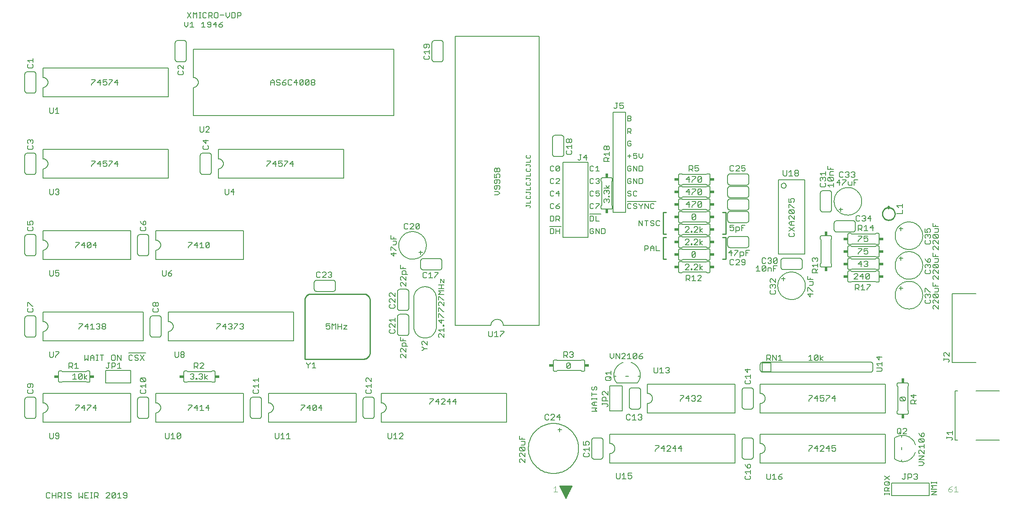
<source format=gto>
G75*
G70*
%OFA0B0*%
%FSLAX24Y24*%
%IPPOS*%
%LPD*%
%AMOC8*
5,1,8,0,0,1.08239X$1,22.5*
%
%ADD10C,0.0080*%
%ADD11C,0.0060*%
%ADD12C,0.0100*%
%ADD13C,0.0040*%
%ADD14C,0.0050*%
%ADD15R,0.0340X0.0240*%
%ADD16R,0.0240X0.0340*%
%ADD17C,0.0200*%
D10*
X006765Y014640D02*
X006905Y014780D01*
X007045Y014640D01*
X007045Y015060D01*
X007225Y014920D02*
X007225Y014640D01*
X007225Y014850D02*
X007505Y014850D01*
X007505Y014920D02*
X007505Y014640D01*
X007685Y014640D02*
X007825Y014640D01*
X007755Y014640D02*
X007755Y015060D01*
X007685Y015060D02*
X007825Y015060D01*
X007992Y015060D02*
X008273Y015060D01*
X008132Y015060D02*
X008132Y014640D01*
X007505Y014920D02*
X007365Y015060D01*
X007225Y014920D01*
X006765Y015060D02*
X006765Y014640D01*
X008913Y014710D02*
X008983Y014640D01*
X009123Y014640D01*
X009193Y014710D01*
X009193Y014990D01*
X009123Y015060D01*
X008983Y015060D01*
X008913Y014990D01*
X008913Y014710D01*
X009373Y014640D02*
X009373Y015060D01*
X009654Y014640D01*
X009654Y015060D01*
X010254Y015220D02*
X011635Y015220D01*
X011495Y015060D02*
X011215Y014640D01*
X011035Y014710D02*
X010965Y014640D01*
X010825Y014640D01*
X010755Y014710D01*
X010825Y014850D02*
X010965Y014850D01*
X011035Y014780D01*
X011035Y014710D01*
X010825Y014850D02*
X010755Y014920D01*
X010755Y014990D01*
X010825Y015060D01*
X010965Y015060D01*
X011035Y014990D01*
X011215Y015060D02*
X011495Y014640D01*
X010574Y014710D02*
X010504Y014640D01*
X010364Y014640D01*
X010294Y014710D01*
X010294Y014990D01*
X010364Y015060D01*
X010504Y015060D01*
X010574Y014990D01*
X033030Y017325D02*
X033030Y019625D01*
X033032Y019684D01*
X033038Y019742D01*
X033047Y019801D01*
X033061Y019858D01*
X033078Y019914D01*
X033099Y019969D01*
X033123Y020023D01*
X033151Y020075D01*
X033182Y020125D01*
X033216Y020173D01*
X033253Y020218D01*
X033294Y020261D01*
X033337Y020302D01*
X033382Y020339D01*
X033430Y020373D01*
X033480Y020404D01*
X033532Y020432D01*
X033586Y020456D01*
X033641Y020477D01*
X033697Y020494D01*
X033754Y020508D01*
X033813Y020517D01*
X033871Y020523D01*
X033930Y020525D01*
X033989Y020523D01*
X034047Y020517D01*
X034106Y020508D01*
X034163Y020494D01*
X034219Y020477D01*
X034274Y020456D01*
X034328Y020432D01*
X034380Y020404D01*
X034430Y020373D01*
X034478Y020339D01*
X034523Y020302D01*
X034566Y020261D01*
X034607Y020218D01*
X034644Y020173D01*
X034678Y020125D01*
X034709Y020075D01*
X034737Y020023D01*
X034761Y019969D01*
X034782Y019914D01*
X034799Y019858D01*
X034813Y019801D01*
X034822Y019742D01*
X034828Y019684D01*
X034830Y019625D01*
X034830Y017325D01*
X034828Y017266D01*
X034822Y017208D01*
X034813Y017149D01*
X034799Y017092D01*
X034782Y017036D01*
X034761Y016981D01*
X034737Y016927D01*
X034709Y016875D01*
X034678Y016825D01*
X034644Y016777D01*
X034607Y016732D01*
X034566Y016689D01*
X034523Y016648D01*
X034478Y016611D01*
X034430Y016577D01*
X034380Y016546D01*
X034328Y016518D01*
X034274Y016494D01*
X034219Y016473D01*
X034163Y016456D01*
X034106Y016442D01*
X034047Y016433D01*
X033989Y016427D01*
X033930Y016425D01*
X033871Y016427D01*
X033813Y016433D01*
X033754Y016442D01*
X033697Y016456D01*
X033641Y016473D01*
X033586Y016494D01*
X033532Y016518D01*
X033480Y016546D01*
X033430Y016577D01*
X033382Y016611D01*
X033337Y016648D01*
X033294Y016689D01*
X033253Y016732D01*
X033216Y016777D01*
X033182Y016825D01*
X033151Y016875D01*
X033123Y016927D01*
X033099Y016981D01*
X033078Y017036D01*
X033061Y017092D01*
X033047Y017149D01*
X033038Y017208D01*
X033032Y017266D01*
X033030Y017325D01*
X047220Y012464D02*
X047220Y012324D01*
X047290Y012254D01*
X047360Y012254D01*
X047430Y012324D01*
X047430Y012464D01*
X047500Y012534D01*
X047570Y012534D01*
X047640Y012464D01*
X047640Y012324D01*
X047570Y012254D01*
X047640Y011934D02*
X047220Y011934D01*
X047220Y012074D02*
X047220Y011793D01*
X047220Y011627D02*
X047220Y011487D01*
X047220Y011557D02*
X047640Y011557D01*
X047640Y011487D02*
X047640Y011627D01*
X047640Y011306D02*
X047360Y011306D01*
X047220Y011166D01*
X047360Y011026D01*
X047640Y011026D01*
X047640Y010846D02*
X047220Y010846D01*
X047430Y011026D02*
X047430Y011306D01*
X047640Y010846D02*
X047500Y010706D01*
X047640Y010566D01*
X047220Y010566D01*
X047220Y012464D02*
X047290Y012534D01*
X051464Y023390D02*
X051464Y023810D01*
X051674Y023810D01*
X051744Y023740D01*
X051744Y023600D01*
X051674Y023530D01*
X051464Y023530D01*
X051924Y023600D02*
X052204Y023600D01*
X052204Y023670D02*
X052204Y023390D01*
X052385Y023390D02*
X052665Y023390D01*
X052385Y023390D02*
X052385Y023810D01*
X052204Y023670D02*
X052064Y023810D01*
X051924Y023670D01*
X051924Y023390D01*
X048296Y024835D02*
X048296Y025115D01*
X048226Y025185D01*
X048016Y025185D01*
X048016Y024765D01*
X048226Y024765D01*
X048296Y024835D01*
X047836Y024765D02*
X047836Y025185D01*
X047555Y025185D02*
X047836Y024765D01*
X047555Y024765D02*
X047555Y025185D01*
X047375Y025115D02*
X047305Y025185D01*
X047165Y025185D01*
X047095Y025115D01*
X047095Y024835D01*
X047165Y024765D01*
X047305Y024765D01*
X047375Y024835D01*
X047375Y024975D01*
X047235Y024975D01*
X047305Y025765D02*
X047375Y025835D01*
X047375Y026115D01*
X047305Y026185D01*
X047095Y026185D01*
X047095Y025765D01*
X047305Y025765D01*
X047555Y025765D02*
X047836Y025765D01*
X047555Y025765D02*
X047555Y026185D01*
X047976Y026345D02*
X047055Y026345D01*
X047165Y026765D02*
X047305Y026765D01*
X047375Y026835D01*
X047555Y026835D02*
X047555Y026765D01*
X047555Y026835D02*
X047836Y027115D01*
X047836Y027185D01*
X047555Y027185D01*
X047375Y027115D02*
X047305Y027185D01*
X047165Y027185D01*
X047095Y027115D01*
X047095Y026835D01*
X047165Y026765D01*
X047165Y027765D02*
X047305Y027765D01*
X047375Y027835D01*
X047555Y027835D02*
X047625Y027765D01*
X047766Y027765D01*
X047836Y027835D01*
X047836Y027975D01*
X047766Y028045D01*
X047696Y028045D01*
X047555Y027975D01*
X047555Y028185D01*
X047836Y028185D01*
X047375Y028115D02*
X047305Y028185D01*
X047165Y028185D01*
X047095Y028115D01*
X047095Y027835D01*
X047165Y027765D01*
X047165Y028765D02*
X047305Y028765D01*
X047375Y028835D01*
X047555Y028835D02*
X047625Y028765D01*
X047766Y028765D01*
X047836Y028835D01*
X047836Y028905D01*
X047766Y028975D01*
X047696Y028975D01*
X047766Y028975D02*
X047836Y029045D01*
X047836Y029115D01*
X047766Y029185D01*
X047625Y029185D01*
X047555Y029115D01*
X047375Y029115D02*
X047305Y029185D01*
X047165Y029185D01*
X047095Y029115D01*
X047095Y028835D01*
X047165Y028765D01*
X047165Y029765D02*
X047305Y029765D01*
X047375Y029835D01*
X047555Y029765D02*
X047836Y029765D01*
X047696Y029765D02*
X047696Y030185D01*
X047555Y030045D01*
X047375Y030115D02*
X047305Y030185D01*
X047165Y030185D01*
X047095Y030115D01*
X047095Y029835D01*
X047165Y029765D01*
X044665Y029835D02*
X044595Y029765D01*
X044455Y029765D01*
X044385Y029835D01*
X044665Y030115D01*
X044665Y029835D01*
X044665Y030115D02*
X044595Y030185D01*
X044455Y030185D01*
X044385Y030115D01*
X044385Y029835D01*
X044204Y029835D02*
X044134Y029765D01*
X043994Y029765D01*
X043924Y029835D01*
X043924Y030115D01*
X043994Y030185D01*
X044134Y030185D01*
X044204Y030115D01*
X044134Y029185D02*
X043994Y029185D01*
X043924Y029115D01*
X043924Y028835D01*
X043994Y028765D01*
X044134Y028765D01*
X044204Y028835D01*
X044385Y028765D02*
X044665Y029045D01*
X044665Y029115D01*
X044595Y029185D01*
X044455Y029185D01*
X044385Y029115D01*
X044204Y029115D02*
X044134Y029185D01*
X044385Y028765D02*
X044665Y028765D01*
X044595Y028185D02*
X044385Y027975D01*
X044665Y027975D01*
X044595Y027765D02*
X044595Y028185D01*
X044204Y028115D02*
X044134Y028185D01*
X043994Y028185D01*
X043924Y028115D01*
X043924Y027835D01*
X043994Y027765D01*
X044134Y027765D01*
X044204Y027835D01*
X044134Y027185D02*
X043994Y027185D01*
X043924Y027115D01*
X043924Y026835D01*
X043994Y026765D01*
X044134Y026765D01*
X044204Y026835D01*
X044385Y026835D02*
X044455Y026765D01*
X044595Y026765D01*
X044665Y026835D01*
X044665Y026905D01*
X044595Y026975D01*
X044385Y026975D01*
X044385Y026835D01*
X044385Y026975D02*
X044525Y027115D01*
X044665Y027185D01*
X044204Y027115D02*
X044134Y027185D01*
X044134Y026185D02*
X043924Y026185D01*
X043924Y025765D01*
X044134Y025765D01*
X044204Y025835D01*
X044204Y026115D01*
X044134Y026185D01*
X044385Y026185D02*
X044385Y025765D01*
X044385Y025905D02*
X044595Y025905D01*
X044665Y025975D01*
X044665Y026115D01*
X044595Y026185D01*
X044385Y026185D01*
X044525Y025905D02*
X044665Y025765D01*
X044805Y025345D02*
X043884Y025345D01*
X043924Y025185D02*
X044134Y025185D01*
X044204Y025115D01*
X044204Y024835D01*
X044134Y024765D01*
X043924Y024765D01*
X043924Y025185D01*
X044385Y025185D02*
X044385Y024765D01*
X044385Y024975D02*
X044665Y024975D01*
X044665Y025185D02*
X044665Y024765D01*
X050095Y026835D02*
X050165Y026765D01*
X050305Y026765D01*
X050375Y026835D01*
X050555Y026835D02*
X050625Y026765D01*
X050766Y026765D01*
X050836Y026835D01*
X050836Y026905D01*
X050766Y026975D01*
X050625Y026975D01*
X050555Y027045D01*
X050555Y027115D01*
X050625Y027185D01*
X050766Y027185D01*
X050836Y027115D01*
X051016Y027115D02*
X051156Y026975D01*
X051156Y026765D01*
X051156Y026975D02*
X051296Y027115D01*
X051296Y027185D01*
X051476Y027185D02*
X051756Y026765D01*
X051756Y027185D01*
X051937Y027115D02*
X051937Y026835D01*
X052007Y026765D01*
X052147Y026765D01*
X052217Y026835D01*
X052217Y027115D02*
X052147Y027185D01*
X052007Y027185D01*
X051937Y027115D01*
X051476Y027185D02*
X051476Y026765D01*
X051016Y027115D02*
X051016Y027185D01*
X050766Y027765D02*
X050836Y027835D01*
X050766Y027765D02*
X050625Y027765D01*
X050555Y027835D01*
X050555Y028115D01*
X050625Y028185D01*
X050766Y028185D01*
X050836Y028115D01*
X050375Y028115D02*
X050305Y028185D01*
X050165Y028185D01*
X050095Y028115D01*
X050095Y028045D01*
X050165Y027975D01*
X050305Y027975D01*
X050375Y027905D01*
X050375Y027835D01*
X050305Y027765D01*
X050165Y027765D01*
X050095Y027835D01*
X050055Y027345D02*
X052357Y027345D01*
X050375Y027115D02*
X050305Y027185D01*
X050165Y027185D01*
X050095Y027115D01*
X050095Y026835D01*
X051003Y025810D02*
X051284Y025390D01*
X051284Y025810D01*
X051464Y025810D02*
X051744Y025810D01*
X051604Y025810D02*
X051604Y025390D01*
X051924Y025460D02*
X051994Y025390D01*
X052134Y025390D01*
X052204Y025460D01*
X052204Y025530D01*
X052134Y025600D01*
X051994Y025600D01*
X051924Y025670D01*
X051924Y025740D01*
X051994Y025810D01*
X052134Y025810D01*
X052204Y025740D01*
X052385Y025740D02*
X052385Y025460D01*
X052455Y025390D01*
X052595Y025390D01*
X052665Y025460D01*
X052665Y025740D02*
X052595Y025810D01*
X052455Y025810D01*
X052385Y025740D01*
X051003Y025810D02*
X051003Y025390D01*
X051016Y028765D02*
X051226Y028765D01*
X051296Y028835D01*
X051296Y029115D01*
X051226Y029185D01*
X051016Y029185D01*
X051016Y028765D01*
X050836Y028765D02*
X050836Y029185D01*
X050555Y029185D02*
X050836Y028765D01*
X050555Y028765D02*
X050555Y029185D01*
X050375Y029115D02*
X050305Y029185D01*
X050165Y029185D01*
X050095Y029115D01*
X050095Y028835D01*
X050165Y028765D01*
X050305Y028765D01*
X050375Y028835D01*
X050375Y028975D01*
X050235Y028975D01*
X050165Y029765D02*
X050305Y029765D01*
X050375Y029835D01*
X050375Y029975D01*
X050235Y029975D01*
X050095Y030115D02*
X050095Y029835D01*
X050165Y029765D01*
X050095Y030115D02*
X050165Y030185D01*
X050305Y030185D01*
X050375Y030115D01*
X050555Y030185D02*
X050836Y029765D01*
X050836Y030185D01*
X051016Y030185D02*
X051226Y030185D01*
X051296Y030115D01*
X051296Y029835D01*
X051226Y029765D01*
X051016Y029765D01*
X051016Y030185D01*
X050555Y030185D02*
X050555Y029765D01*
X050625Y030765D02*
X050555Y030835D01*
X050625Y030765D02*
X050766Y030765D01*
X050836Y030835D01*
X050836Y030975D01*
X050766Y031045D01*
X050696Y031045D01*
X050555Y030975D01*
X050555Y031185D01*
X050836Y031185D01*
X051016Y031185D02*
X051016Y030905D01*
X051156Y030765D01*
X051296Y030905D01*
X051296Y031185D01*
X050375Y030975D02*
X050095Y030975D01*
X050235Y031115D02*
X050235Y030835D01*
X050165Y031765D02*
X050305Y031765D01*
X050375Y031835D01*
X050375Y031975D01*
X050235Y031975D01*
X050095Y031835D02*
X050165Y031765D01*
X050095Y031835D02*
X050095Y032115D01*
X050165Y032185D01*
X050305Y032185D01*
X050375Y032115D01*
X050375Y032765D02*
X050235Y032905D01*
X050305Y032905D02*
X050095Y032905D01*
X050095Y032765D02*
X050095Y033185D01*
X050305Y033185D01*
X050375Y033115D01*
X050375Y032975D01*
X050305Y032905D01*
X050305Y033765D02*
X050095Y033765D01*
X050095Y034185D01*
X050305Y034185D01*
X050375Y034115D01*
X050375Y034045D01*
X050305Y033975D01*
X050095Y033975D01*
X050305Y033975D02*
X050375Y033905D01*
X050375Y033835D01*
X050305Y033765D01*
X062137Y029053D02*
X064223Y029053D01*
X064223Y023147D01*
X062137Y023147D01*
X062137Y029053D01*
X019240Y042225D02*
X019170Y042155D01*
X018960Y042155D01*
X018960Y042015D02*
X018960Y042435D01*
X019170Y042435D01*
X019240Y042365D01*
X019240Y042225D01*
X018780Y042085D02*
X018780Y042365D01*
X018710Y042435D01*
X018500Y042435D01*
X018500Y042015D01*
X018710Y042015D01*
X018780Y042085D01*
X018320Y042155D02*
X018320Y042435D01*
X018320Y042155D02*
X018179Y042015D01*
X018039Y042155D01*
X018039Y042435D01*
X017859Y042225D02*
X017579Y042225D01*
X017399Y042085D02*
X017399Y042365D01*
X017329Y042435D01*
X017189Y042435D01*
X017118Y042365D01*
X017118Y042085D01*
X017189Y042015D01*
X017329Y042015D01*
X017399Y042085D01*
X017232Y041685D02*
X017022Y041475D01*
X017302Y041475D01*
X017482Y041475D02*
X017693Y041475D01*
X017763Y041405D01*
X017763Y041335D01*
X017693Y041265D01*
X017552Y041265D01*
X017482Y041335D01*
X017482Y041475D01*
X017622Y041615D01*
X017763Y041685D01*
X017232Y041685D02*
X017232Y041265D01*
X016842Y041335D02*
X016842Y041615D01*
X016772Y041685D01*
X016632Y041685D01*
X016562Y041615D01*
X016562Y041545D01*
X016632Y041475D01*
X016842Y041475D01*
X016842Y041335D02*
X016772Y041265D01*
X016632Y041265D01*
X016562Y041335D01*
X016381Y041265D02*
X016101Y041265D01*
X016241Y041265D02*
X016241Y041685D01*
X016101Y041545D01*
X016031Y042015D02*
X015891Y042015D01*
X015961Y042015D02*
X015961Y042435D01*
X015891Y042435D02*
X016031Y042435D01*
X016198Y042365D02*
X016198Y042085D01*
X016268Y042015D01*
X016408Y042015D01*
X016478Y042085D01*
X016658Y042015D02*
X016658Y042435D01*
X016868Y042435D01*
X016938Y042365D01*
X016938Y042225D01*
X016868Y042155D01*
X016658Y042155D01*
X016798Y042155D02*
X016938Y042015D01*
X016478Y042365D02*
X016408Y042435D01*
X016268Y042435D01*
X016198Y042365D01*
X015711Y042435D02*
X015711Y042015D01*
X015430Y042015D02*
X015430Y042435D01*
X015571Y042295D01*
X015711Y042435D01*
X015250Y042435D02*
X014970Y042015D01*
X015250Y042015D02*
X014970Y042435D01*
X015000Y041685D02*
X015000Y041405D01*
X014860Y041265D01*
X014720Y041405D01*
X014720Y041685D01*
X015180Y041545D02*
X015321Y041685D01*
X015321Y041265D01*
X015461Y041265D02*
X015180Y041265D01*
X070595Y005398D02*
X071015Y005118D01*
X071015Y004938D02*
X070875Y004797D01*
X070945Y004657D02*
X070665Y004657D01*
X070595Y004727D01*
X070595Y004868D01*
X070665Y004938D01*
X070945Y004938D01*
X071015Y004868D01*
X071015Y004727D01*
X070945Y004657D01*
X071015Y004477D02*
X070875Y004337D01*
X070875Y004407D02*
X070875Y004197D01*
X071015Y004197D02*
X070595Y004197D01*
X070595Y004407D01*
X070665Y004477D01*
X070805Y004477D01*
X070875Y004407D01*
X071015Y004030D02*
X071015Y003890D01*
X071015Y003960D02*
X070595Y003960D01*
X070595Y003890D02*
X070595Y004030D01*
X070595Y005118D02*
X071015Y005398D01*
X074345Y004951D02*
X074345Y004811D01*
X074345Y004881D02*
X074765Y004881D01*
X074765Y004811D02*
X074765Y004951D01*
X074765Y004631D02*
X074345Y004631D01*
X074485Y004491D01*
X074345Y004350D01*
X074765Y004350D01*
X074765Y004170D02*
X074345Y004170D01*
X074345Y003890D02*
X074765Y004170D01*
X074765Y003890D02*
X074345Y003890D01*
D11*
X003783Y003630D02*
X003710Y003703D01*
X003710Y003997D01*
X003783Y004070D01*
X003930Y004070D01*
X004004Y003997D01*
X004170Y004070D02*
X004170Y003630D01*
X004004Y003703D02*
X003930Y003630D01*
X003783Y003630D01*
X004170Y003850D02*
X004464Y003850D01*
X004631Y003777D02*
X004851Y003777D01*
X004924Y003850D01*
X004924Y003997D01*
X004851Y004070D01*
X004631Y004070D01*
X004631Y003630D01*
X004464Y003630D02*
X004464Y004070D01*
X004778Y003777D02*
X004924Y003630D01*
X005091Y003630D02*
X005238Y003630D01*
X005165Y003630D02*
X005165Y004070D01*
X005238Y004070D02*
X005091Y004070D01*
X005398Y003997D02*
X005398Y003924D01*
X005472Y003850D01*
X005618Y003850D01*
X005692Y003777D01*
X005692Y003703D01*
X005618Y003630D01*
X005472Y003630D01*
X005398Y003703D01*
X005398Y003997D02*
X005472Y004070D01*
X005618Y004070D01*
X005692Y003997D01*
X006319Y004070D02*
X006319Y003630D01*
X006466Y003777D01*
X006612Y003630D01*
X006612Y004070D01*
X006779Y004070D02*
X006779Y003630D01*
X007073Y003630D01*
X007240Y003630D02*
X007386Y003630D01*
X007313Y003630D02*
X007313Y004070D01*
X007240Y004070D02*
X007386Y004070D01*
X007547Y004070D02*
X007767Y004070D01*
X007840Y003997D01*
X007840Y003850D01*
X007767Y003777D01*
X007547Y003777D01*
X007693Y003777D02*
X007840Y003630D01*
X007547Y003630D02*
X007547Y004070D01*
X007073Y004070D02*
X006779Y004070D01*
X006779Y003850D02*
X006926Y003850D01*
X008467Y003997D02*
X008541Y004070D01*
X008688Y004070D01*
X008761Y003997D01*
X008761Y003924D01*
X008467Y003630D01*
X008761Y003630D01*
X008928Y003703D02*
X009221Y003997D01*
X009221Y003703D01*
X009148Y003630D01*
X009001Y003630D01*
X008928Y003703D01*
X008928Y003997D01*
X009001Y004070D01*
X009148Y004070D01*
X009221Y003997D01*
X009388Y003924D02*
X009535Y004070D01*
X009535Y003630D01*
X009388Y003630D02*
X009682Y003630D01*
X009849Y003703D02*
X009922Y003630D01*
X010069Y003630D01*
X010142Y003703D01*
X010142Y003997D01*
X010069Y004070D01*
X009922Y004070D01*
X009849Y003997D01*
X009849Y003924D01*
X009922Y003850D01*
X010142Y003850D01*
X013283Y008380D02*
X013210Y008453D01*
X013210Y008820D01*
X013504Y008820D02*
X013504Y008453D01*
X013430Y008380D01*
X013283Y008380D01*
X013670Y008380D02*
X013964Y008380D01*
X013817Y008380D02*
X013817Y008820D01*
X013670Y008674D01*
X014131Y008747D02*
X014131Y008453D01*
X014424Y008747D01*
X014424Y008453D01*
X014351Y008380D01*
X014204Y008380D01*
X014131Y008453D01*
X014131Y008747D02*
X014204Y008820D01*
X014351Y008820D01*
X014424Y008747D01*
X012430Y009700D02*
X012430Y010450D01*
X012469Y010452D01*
X012508Y010458D01*
X012546Y010467D01*
X012583Y010480D01*
X012619Y010497D01*
X012652Y010517D01*
X012684Y010541D01*
X012713Y010567D01*
X012739Y010596D01*
X012763Y010628D01*
X012783Y010661D01*
X012800Y010697D01*
X012813Y010734D01*
X012822Y010772D01*
X012828Y010811D01*
X012830Y010850D01*
X012828Y010889D01*
X012822Y010928D01*
X012813Y010966D01*
X012800Y011003D01*
X012783Y011039D01*
X012763Y011072D01*
X012739Y011104D01*
X012713Y011133D01*
X012684Y011159D01*
X012652Y011183D01*
X012619Y011203D01*
X012583Y011220D01*
X012546Y011233D01*
X012508Y011242D01*
X012469Y011248D01*
X012430Y011250D01*
X012430Y012000D01*
X019430Y012000D01*
X019430Y009700D01*
X012430Y009700D01*
X011880Y010200D02*
X011880Y011500D01*
X011878Y011526D01*
X011873Y011552D01*
X011865Y011577D01*
X011853Y011600D01*
X011839Y011622D01*
X011821Y011641D01*
X011802Y011659D01*
X011780Y011673D01*
X011757Y011685D01*
X011732Y011693D01*
X011706Y011698D01*
X011680Y011700D01*
X011180Y011700D01*
X011154Y011698D01*
X011128Y011693D01*
X011103Y011685D01*
X011080Y011673D01*
X011058Y011659D01*
X011039Y011641D01*
X011021Y011622D01*
X011007Y011600D01*
X010995Y011577D01*
X010987Y011552D01*
X010982Y011526D01*
X010980Y011500D01*
X010980Y010200D01*
X010982Y010174D01*
X010987Y010148D01*
X010995Y010123D01*
X011007Y010100D01*
X011021Y010078D01*
X011039Y010059D01*
X011058Y010041D01*
X011080Y010027D01*
X011103Y010015D01*
X011128Y010007D01*
X011154Y010002D01*
X011180Y010000D01*
X011680Y010000D01*
X011706Y010002D01*
X011732Y010007D01*
X011757Y010015D01*
X011780Y010027D01*
X011802Y010041D01*
X011821Y010059D01*
X011839Y010078D01*
X011853Y010100D01*
X011865Y010123D01*
X011873Y010148D01*
X011878Y010174D01*
X011880Y010200D01*
X010430Y009700D02*
X010430Y012000D01*
X003430Y012000D01*
X003430Y011250D01*
X003469Y011248D01*
X003508Y011242D01*
X003546Y011233D01*
X003583Y011220D01*
X003619Y011203D01*
X003652Y011183D01*
X003684Y011159D01*
X003713Y011133D01*
X003739Y011104D01*
X003763Y011072D01*
X003783Y011039D01*
X003800Y011003D01*
X003813Y010966D01*
X003822Y010928D01*
X003828Y010889D01*
X003830Y010850D01*
X003828Y010811D01*
X003822Y010772D01*
X003813Y010734D01*
X003800Y010697D01*
X003783Y010661D01*
X003763Y010628D01*
X003739Y010596D01*
X003713Y010567D01*
X003684Y010541D01*
X003652Y010517D01*
X003619Y010497D01*
X003583Y010480D01*
X003546Y010467D01*
X003508Y010458D01*
X003469Y010452D01*
X003430Y010450D01*
X003430Y009700D01*
X010430Y009700D01*
X007641Y010630D02*
X007641Y011070D01*
X007420Y010850D01*
X007714Y010850D01*
X007254Y010997D02*
X006960Y010703D01*
X006960Y010630D01*
X006720Y010630D02*
X006720Y011070D01*
X006500Y010850D01*
X006793Y010850D01*
X006960Y011070D02*
X007254Y011070D01*
X007254Y010997D01*
X006333Y010997D02*
X006039Y010703D01*
X006039Y010630D01*
X006039Y011070D02*
X006333Y011070D01*
X006333Y010997D01*
X006930Y012900D02*
X006880Y012950D01*
X004980Y012950D01*
X004930Y012900D01*
X004780Y012900D01*
X004763Y012902D01*
X004746Y012906D01*
X004730Y012913D01*
X004716Y012923D01*
X004703Y012936D01*
X004693Y012950D01*
X004686Y012966D01*
X004682Y012983D01*
X004680Y013000D01*
X004680Y013700D01*
X004682Y013717D01*
X004686Y013734D01*
X004693Y013750D01*
X004703Y013764D01*
X004716Y013777D01*
X004730Y013787D01*
X004746Y013794D01*
X004763Y013798D01*
X004780Y013800D01*
X004930Y013800D01*
X004980Y013750D01*
X006880Y013750D01*
X006930Y013800D01*
X007080Y013800D01*
X007097Y013798D01*
X007114Y013794D01*
X007130Y013787D01*
X007144Y013777D01*
X007157Y013764D01*
X007167Y013750D01*
X007174Y013734D01*
X007178Y013717D01*
X007180Y013700D01*
X007180Y013000D01*
X007178Y012983D01*
X007174Y012966D01*
X007167Y012950D01*
X007157Y012936D01*
X007144Y012923D01*
X007130Y012913D01*
X007114Y012906D01*
X007097Y012902D01*
X007080Y012900D01*
X006930Y012900D01*
X006949Y013130D02*
X006729Y013277D01*
X006949Y013424D01*
X006729Y013570D02*
X006729Y013130D01*
X006562Y013203D02*
X006488Y013130D01*
X006342Y013130D01*
X006268Y013203D01*
X006562Y013497D01*
X006562Y013203D01*
X006268Y013203D02*
X006268Y013497D01*
X006342Y013570D01*
X006488Y013570D01*
X006562Y013497D01*
X006101Y013130D02*
X005808Y013130D01*
X005955Y013130D02*
X005955Y013570D01*
X005808Y013424D01*
X005793Y014005D02*
X005646Y014152D01*
X005720Y014152D02*
X005500Y014152D01*
X005500Y014005D02*
X005500Y014445D01*
X005720Y014445D01*
X005793Y014372D01*
X005793Y014225D01*
X005720Y014152D01*
X005960Y014299D02*
X006107Y014445D01*
X006107Y014005D01*
X005960Y014005D02*
X006254Y014005D01*
X004714Y015247D02*
X004420Y014953D01*
X004420Y014880D01*
X004254Y014953D02*
X004254Y015320D01*
X004420Y015320D02*
X004714Y015320D01*
X004714Y015247D01*
X004254Y014953D02*
X004180Y014880D01*
X004033Y014880D01*
X003960Y014953D01*
X003960Y015320D01*
X003430Y016200D02*
X003430Y016950D01*
X003469Y016952D01*
X003508Y016958D01*
X003546Y016967D01*
X003583Y016980D01*
X003619Y016997D01*
X003652Y017017D01*
X003684Y017041D01*
X003713Y017067D01*
X003739Y017096D01*
X003763Y017128D01*
X003783Y017161D01*
X003800Y017197D01*
X003813Y017234D01*
X003822Y017272D01*
X003828Y017311D01*
X003830Y017350D01*
X003828Y017389D01*
X003822Y017428D01*
X003813Y017466D01*
X003800Y017503D01*
X003783Y017539D01*
X003763Y017572D01*
X003739Y017604D01*
X003713Y017633D01*
X003684Y017659D01*
X003652Y017683D01*
X003619Y017703D01*
X003583Y017720D01*
X003546Y017733D01*
X003508Y017742D01*
X003469Y017748D01*
X003430Y017750D01*
X003430Y018500D01*
X011430Y018500D01*
X011430Y016200D01*
X003430Y016200D01*
X002880Y016700D02*
X002880Y018000D01*
X002878Y018026D01*
X002873Y018052D01*
X002865Y018077D01*
X002853Y018100D01*
X002839Y018122D01*
X002821Y018141D01*
X002802Y018159D01*
X002780Y018173D01*
X002757Y018185D01*
X002732Y018193D01*
X002706Y018198D01*
X002680Y018200D01*
X002180Y018200D01*
X002154Y018198D01*
X002128Y018193D01*
X002103Y018185D01*
X002080Y018173D01*
X002058Y018159D01*
X002039Y018141D01*
X002021Y018122D01*
X002007Y018100D01*
X001995Y018077D01*
X001987Y018052D01*
X001982Y018026D01*
X001980Y018000D01*
X001980Y016700D01*
X001982Y016674D01*
X001987Y016648D01*
X001995Y016623D01*
X002007Y016600D01*
X002021Y016578D01*
X002039Y016559D01*
X002058Y016541D01*
X002080Y016527D01*
X002103Y016515D01*
X002128Y016507D01*
X002154Y016502D01*
X002180Y016500D01*
X002680Y016500D01*
X002706Y016502D01*
X002732Y016507D01*
X002757Y016515D01*
X002780Y016527D01*
X002802Y016541D01*
X002821Y016559D01*
X002839Y016578D01*
X002853Y016600D01*
X002865Y016623D01*
X002873Y016648D01*
X002878Y016674D01*
X002880Y016700D01*
X002577Y018505D02*
X002650Y018578D01*
X002650Y018725D01*
X002577Y018799D01*
X002577Y018965D02*
X002650Y018965D01*
X002577Y018965D02*
X002283Y019259D01*
X002210Y019259D01*
X002210Y018965D01*
X002283Y018799D02*
X002210Y018725D01*
X002210Y018578D01*
X002283Y018505D01*
X002577Y018505D01*
X006309Y017570D02*
X006603Y017570D01*
X006603Y017497D01*
X006309Y017203D01*
X006309Y017130D01*
X006769Y017350D02*
X007063Y017350D01*
X007230Y017424D02*
X007377Y017570D01*
X007377Y017130D01*
X007523Y017130D02*
X007230Y017130D01*
X006990Y017130D02*
X006990Y017570D01*
X006769Y017350D01*
X007690Y017203D02*
X007764Y017130D01*
X007910Y017130D01*
X007984Y017203D01*
X007984Y017277D01*
X007910Y017350D01*
X007837Y017350D01*
X007910Y017350D02*
X007984Y017424D01*
X007984Y017497D01*
X007910Y017570D01*
X007764Y017570D01*
X007690Y017497D01*
X008151Y017497D02*
X008151Y017424D01*
X008224Y017350D01*
X008371Y017350D01*
X008444Y017277D01*
X008444Y017203D01*
X008371Y017130D01*
X008224Y017130D01*
X008151Y017203D01*
X008151Y017277D01*
X008224Y017350D01*
X008371Y017350D02*
X008444Y017424D01*
X008444Y017497D01*
X008371Y017570D01*
X008224Y017570D01*
X008151Y017497D01*
X011980Y018000D02*
X011980Y016700D01*
X011982Y016674D01*
X011987Y016648D01*
X011995Y016623D01*
X012007Y016600D01*
X012021Y016578D01*
X012039Y016559D01*
X012058Y016541D01*
X012080Y016527D01*
X012103Y016515D01*
X012128Y016507D01*
X012154Y016502D01*
X012180Y016500D01*
X012680Y016500D01*
X012706Y016502D01*
X012732Y016507D01*
X012757Y016515D01*
X012780Y016527D01*
X012802Y016541D01*
X012821Y016559D01*
X012839Y016578D01*
X012853Y016600D01*
X012865Y016623D01*
X012873Y016648D01*
X012878Y016674D01*
X012880Y016700D01*
X012880Y018000D01*
X012878Y018026D01*
X012873Y018052D01*
X012865Y018077D01*
X012853Y018100D01*
X012839Y018122D01*
X012821Y018141D01*
X012802Y018159D01*
X012780Y018173D01*
X012757Y018185D01*
X012732Y018193D01*
X012706Y018198D01*
X012680Y018200D01*
X012180Y018200D01*
X012154Y018198D01*
X012128Y018193D01*
X012103Y018185D01*
X012080Y018173D01*
X012058Y018159D01*
X012039Y018141D01*
X012021Y018122D01*
X012007Y018100D01*
X011995Y018077D01*
X011987Y018052D01*
X011982Y018026D01*
X011980Y018000D01*
X012283Y018505D02*
X012577Y018505D01*
X012650Y018578D01*
X012650Y018725D01*
X012577Y018799D01*
X012577Y018965D02*
X012503Y018965D01*
X012430Y019039D01*
X012430Y019186D01*
X012503Y019259D01*
X012577Y019259D01*
X012650Y019186D01*
X012650Y019039D01*
X012577Y018965D01*
X012430Y019039D02*
X012356Y018965D01*
X012283Y018965D01*
X012210Y019039D01*
X012210Y019186D01*
X012283Y019259D01*
X012356Y019259D01*
X012430Y019186D01*
X012283Y018799D02*
X012210Y018725D01*
X012210Y018578D01*
X012283Y018505D01*
X013430Y018500D02*
X013430Y017750D01*
X013469Y017748D01*
X013508Y017742D01*
X013546Y017733D01*
X013583Y017720D01*
X013619Y017703D01*
X013652Y017683D01*
X013684Y017659D01*
X013713Y017633D01*
X013739Y017604D01*
X013763Y017572D01*
X013783Y017539D01*
X013800Y017503D01*
X013813Y017466D01*
X013822Y017428D01*
X013828Y017389D01*
X013830Y017350D01*
X013828Y017311D01*
X013822Y017272D01*
X013813Y017234D01*
X013800Y017197D01*
X013783Y017161D01*
X013763Y017128D01*
X013739Y017096D01*
X013713Y017067D01*
X013684Y017041D01*
X013652Y017017D01*
X013619Y016997D01*
X013583Y016980D01*
X013546Y016967D01*
X013508Y016958D01*
X013469Y016952D01*
X013430Y016950D01*
X013430Y016200D01*
X023430Y016200D01*
X023430Y018500D01*
X013430Y018500D01*
X017309Y017570D02*
X017603Y017570D01*
X017603Y017497D01*
X017309Y017203D01*
X017309Y017130D01*
X017769Y017350D02*
X017990Y017570D01*
X017990Y017130D01*
X018063Y017350D02*
X017769Y017350D01*
X018230Y017203D02*
X018303Y017130D01*
X018450Y017130D01*
X018523Y017203D01*
X018523Y017277D01*
X018450Y017350D01*
X018377Y017350D01*
X018450Y017350D02*
X018523Y017424D01*
X018523Y017497D01*
X018450Y017570D01*
X018303Y017570D01*
X018230Y017497D01*
X018690Y017570D02*
X018984Y017570D01*
X018984Y017497D01*
X018690Y017203D01*
X018690Y017130D01*
X019151Y017203D02*
X019224Y017130D01*
X019371Y017130D01*
X019444Y017203D01*
X019444Y017277D01*
X019371Y017350D01*
X019297Y017350D01*
X019371Y017350D02*
X019444Y017424D01*
X019444Y017497D01*
X019371Y017570D01*
X019224Y017570D01*
X019151Y017497D01*
X014714Y015247D02*
X014714Y015174D01*
X014641Y015100D01*
X014494Y015100D01*
X014420Y015174D01*
X014420Y015247D01*
X014494Y015320D01*
X014641Y015320D01*
X014714Y015247D01*
X014641Y015100D02*
X014714Y015027D01*
X014714Y014953D01*
X014641Y014880D01*
X014494Y014880D01*
X014420Y014953D01*
X014420Y015027D01*
X014494Y015100D01*
X014254Y014953D02*
X014254Y015320D01*
X013960Y015320D02*
X013960Y014953D01*
X014033Y014880D01*
X014180Y014880D01*
X014254Y014953D01*
X015500Y014445D02*
X015720Y014445D01*
X015793Y014372D01*
X015793Y014225D01*
X015720Y014152D01*
X015500Y014152D01*
X015646Y014152D02*
X015793Y014005D01*
X015960Y014005D02*
X016254Y014299D01*
X016254Y014372D01*
X016180Y014445D01*
X016033Y014445D01*
X015960Y014372D01*
X015960Y014005D02*
X016254Y014005D01*
X016344Y013570D02*
X016344Y013130D01*
X016344Y013277D02*
X016564Y013424D01*
X016344Y013277D02*
X016564Y013130D01*
X016880Y012950D02*
X014980Y012950D01*
X014930Y012900D01*
X014780Y012900D01*
X014763Y012902D01*
X014746Y012906D01*
X014730Y012913D01*
X014716Y012923D01*
X014703Y012936D01*
X014693Y012950D01*
X014686Y012966D01*
X014682Y012983D01*
X014680Y013000D01*
X014680Y013700D01*
X014682Y013717D01*
X014686Y013734D01*
X014693Y013750D01*
X014703Y013764D01*
X014716Y013777D01*
X014730Y013787D01*
X014746Y013794D01*
X014763Y013798D01*
X014780Y013800D01*
X014930Y013800D01*
X014980Y013750D01*
X016880Y013750D01*
X016930Y013800D01*
X017080Y013800D01*
X017097Y013798D01*
X017114Y013794D01*
X017130Y013787D01*
X017144Y013777D01*
X017157Y013764D01*
X017167Y013750D01*
X017174Y013734D01*
X017178Y013717D01*
X017180Y013700D01*
X017180Y013000D01*
X017178Y012983D01*
X017174Y012966D01*
X017167Y012950D01*
X017157Y012936D01*
X017144Y012923D01*
X017130Y012913D01*
X017114Y012906D01*
X017097Y012902D01*
X017080Y012900D01*
X016930Y012900D01*
X016880Y012950D01*
X016177Y013203D02*
X016103Y013130D01*
X015957Y013130D01*
X015883Y013203D01*
X015726Y013203D02*
X015726Y013130D01*
X015653Y013130D01*
X015653Y013203D01*
X015726Y013203D01*
X015486Y013203D02*
X015413Y013130D01*
X015266Y013130D01*
X015193Y013203D01*
X015339Y013350D02*
X015413Y013350D01*
X015486Y013277D01*
X015486Y013203D01*
X015413Y013350D02*
X015486Y013424D01*
X015486Y013497D01*
X015413Y013570D01*
X015266Y013570D01*
X015193Y013497D01*
X015500Y014005D02*
X015500Y014445D01*
X015957Y013570D02*
X015883Y013497D01*
X015957Y013570D02*
X016103Y013570D01*
X016177Y013497D01*
X016177Y013424D01*
X016103Y013350D01*
X016177Y013277D01*
X016177Y013203D01*
X016103Y013350D02*
X016030Y013350D01*
X020210Y013073D02*
X020650Y013073D01*
X020650Y013219D02*
X020650Y012926D01*
X020650Y012759D02*
X020650Y012465D01*
X020650Y012612D02*
X020210Y012612D01*
X020356Y012465D01*
X020283Y012299D02*
X020210Y012225D01*
X020210Y012078D01*
X020283Y012005D01*
X020577Y012005D01*
X020650Y012078D01*
X020650Y012225D01*
X020577Y012299D01*
X020356Y012926D02*
X020210Y013073D01*
X021430Y012000D02*
X021430Y011250D01*
X021469Y011248D01*
X021508Y011242D01*
X021546Y011233D01*
X021583Y011220D01*
X021619Y011203D01*
X021652Y011183D01*
X021684Y011159D01*
X021713Y011133D01*
X021739Y011104D01*
X021763Y011072D01*
X021783Y011039D01*
X021800Y011003D01*
X021813Y010966D01*
X021822Y010928D01*
X021828Y010889D01*
X021830Y010850D01*
X021828Y010811D01*
X021822Y010772D01*
X021813Y010734D01*
X021800Y010697D01*
X021783Y010661D01*
X021763Y010628D01*
X021739Y010596D01*
X021713Y010567D01*
X021684Y010541D01*
X021652Y010517D01*
X021619Y010497D01*
X021583Y010480D01*
X021546Y010467D01*
X021508Y010458D01*
X021469Y010452D01*
X021430Y010450D01*
X021430Y009700D01*
X028430Y009700D01*
X028430Y012000D01*
X021430Y012000D01*
X020880Y011500D02*
X020880Y010200D01*
X020878Y010174D01*
X020873Y010148D01*
X020865Y010123D01*
X020853Y010100D01*
X020839Y010078D01*
X020821Y010059D01*
X020802Y010041D01*
X020780Y010027D01*
X020757Y010015D01*
X020732Y010007D01*
X020706Y010002D01*
X020680Y010000D01*
X020180Y010000D01*
X020154Y010002D01*
X020128Y010007D01*
X020103Y010015D01*
X020080Y010027D01*
X020058Y010041D01*
X020039Y010059D01*
X020021Y010078D01*
X020007Y010100D01*
X019995Y010123D01*
X019987Y010148D01*
X019982Y010174D01*
X019980Y010200D01*
X019980Y011500D01*
X019982Y011526D01*
X019987Y011552D01*
X019995Y011577D01*
X020007Y011600D01*
X020021Y011622D01*
X020039Y011641D01*
X020058Y011659D01*
X020080Y011673D01*
X020103Y011685D01*
X020128Y011693D01*
X020154Y011698D01*
X020180Y011700D01*
X020680Y011700D01*
X020706Y011698D01*
X020732Y011693D01*
X020757Y011685D01*
X020780Y011673D01*
X020802Y011659D01*
X020821Y011641D01*
X020839Y011622D01*
X020853Y011600D01*
X020865Y011577D01*
X020873Y011552D01*
X020878Y011526D01*
X020880Y011500D01*
X024039Y011070D02*
X024333Y011070D01*
X024333Y010997D01*
X024039Y010703D01*
X024039Y010630D01*
X024500Y010850D02*
X024793Y010850D01*
X024960Y010703D02*
X025254Y010997D01*
X025254Y010703D01*
X025180Y010630D01*
X025033Y010630D01*
X024960Y010703D01*
X024960Y010997D01*
X025033Y011070D01*
X025180Y011070D01*
X025254Y010997D01*
X025420Y010850D02*
X025714Y010850D01*
X025641Y010630D02*
X025641Y011070D01*
X025420Y010850D01*
X024720Y010630D02*
X024720Y011070D01*
X024500Y010850D01*
X023028Y008820D02*
X023028Y008380D01*
X023174Y008380D02*
X022881Y008380D01*
X022714Y008380D02*
X022420Y008380D01*
X022567Y008380D02*
X022567Y008820D01*
X022420Y008674D01*
X022254Y008820D02*
X022254Y008453D01*
X022180Y008380D01*
X022033Y008380D01*
X021960Y008453D01*
X021960Y008820D01*
X022881Y008674D02*
X023028Y008820D01*
X028980Y010200D02*
X028980Y011500D01*
X028982Y011526D01*
X028987Y011552D01*
X028995Y011577D01*
X029007Y011600D01*
X029021Y011622D01*
X029039Y011641D01*
X029058Y011659D01*
X029080Y011673D01*
X029103Y011685D01*
X029128Y011693D01*
X029154Y011698D01*
X029180Y011700D01*
X029680Y011700D01*
X029706Y011698D01*
X029732Y011693D01*
X029757Y011685D01*
X029780Y011673D01*
X029802Y011659D01*
X029821Y011641D01*
X029839Y011622D01*
X029853Y011600D01*
X029865Y011577D01*
X029873Y011552D01*
X029878Y011526D01*
X029880Y011500D01*
X029880Y010200D01*
X029878Y010174D01*
X029873Y010148D01*
X029865Y010123D01*
X029853Y010100D01*
X029839Y010078D01*
X029821Y010059D01*
X029802Y010041D01*
X029780Y010027D01*
X029757Y010015D01*
X029732Y010007D01*
X029706Y010002D01*
X029680Y010000D01*
X029180Y010000D01*
X029154Y010002D01*
X029128Y010007D01*
X029103Y010015D01*
X029080Y010027D01*
X029058Y010041D01*
X029039Y010059D01*
X029021Y010078D01*
X029007Y010100D01*
X028995Y010123D01*
X028987Y010148D01*
X028982Y010174D01*
X028980Y010200D01*
X030430Y010450D02*
X030430Y009700D01*
X040430Y009700D01*
X040430Y012000D01*
X030430Y012000D01*
X030430Y011250D01*
X030469Y011248D01*
X030508Y011242D01*
X030546Y011233D01*
X030583Y011220D01*
X030619Y011203D01*
X030652Y011183D01*
X030684Y011159D01*
X030713Y011133D01*
X030739Y011104D01*
X030763Y011072D01*
X030783Y011039D01*
X030800Y011003D01*
X030813Y010966D01*
X030822Y010928D01*
X030828Y010889D01*
X030830Y010850D01*
X030828Y010811D01*
X030822Y010772D01*
X030813Y010734D01*
X030800Y010697D01*
X030783Y010661D01*
X030763Y010628D01*
X030739Y010596D01*
X030713Y010567D01*
X030684Y010541D01*
X030652Y010517D01*
X030619Y010497D01*
X030583Y010480D01*
X030546Y010467D01*
X030508Y010458D01*
X030469Y010452D01*
X030430Y010450D01*
X029577Y012005D02*
X029650Y012078D01*
X029650Y012225D01*
X029577Y012299D01*
X029650Y012465D02*
X029650Y012759D01*
X029650Y012612D02*
X029210Y012612D01*
X029356Y012465D01*
X029283Y012299D02*
X029210Y012225D01*
X029210Y012078D01*
X029283Y012005D01*
X029577Y012005D01*
X029650Y012926D02*
X029356Y013219D01*
X029283Y013219D01*
X029210Y013146D01*
X029210Y012999D01*
X029283Y012926D01*
X029650Y012926D02*
X029650Y013219D01*
X031960Y014908D02*
X032033Y014834D01*
X031960Y014908D02*
X031960Y015054D01*
X032033Y015128D01*
X032106Y015128D01*
X032400Y014834D01*
X032400Y015128D01*
X032400Y015295D02*
X032106Y015588D01*
X032033Y015588D01*
X031960Y015515D01*
X031960Y015368D01*
X032033Y015295D01*
X032400Y015295D02*
X032400Y015588D01*
X032400Y015755D02*
X032400Y015975D01*
X032327Y016049D01*
X032180Y016049D01*
X032106Y015975D01*
X032106Y015755D01*
X032547Y015755D01*
X032400Y016215D02*
X031960Y016215D01*
X031960Y016509D01*
X031930Y016625D02*
X032430Y016625D01*
X032456Y016627D01*
X032482Y016632D01*
X032507Y016640D01*
X032530Y016652D01*
X032552Y016666D01*
X032571Y016684D01*
X032589Y016703D01*
X032603Y016725D01*
X032615Y016748D01*
X032623Y016773D01*
X032628Y016799D01*
X032630Y016825D01*
X032630Y018125D01*
X032628Y018151D01*
X032623Y018177D01*
X032615Y018202D01*
X032603Y018225D01*
X032589Y018247D01*
X032571Y018266D01*
X032552Y018284D01*
X032530Y018298D01*
X032507Y018310D01*
X032482Y018318D01*
X032456Y018323D01*
X032430Y018325D01*
X031930Y018325D01*
X031904Y018323D01*
X031878Y018318D01*
X031853Y018310D01*
X031830Y018298D01*
X031808Y018284D01*
X031789Y018266D01*
X031771Y018247D01*
X031757Y018225D01*
X031745Y018202D01*
X031737Y018177D01*
X031732Y018151D01*
X031730Y018125D01*
X031730Y016825D01*
X031732Y016799D01*
X031737Y016773D01*
X031745Y016748D01*
X031757Y016725D01*
X031771Y016703D01*
X031789Y016684D01*
X031808Y016666D01*
X031830Y016652D01*
X031853Y016640D01*
X031878Y016632D01*
X031904Y016627D01*
X031930Y016625D01*
X032180Y016362D02*
X032180Y016215D01*
X031525Y016888D02*
X031525Y017035D01*
X031452Y017108D01*
X031525Y017275D02*
X031231Y017568D01*
X031158Y017568D01*
X031085Y017495D01*
X031085Y017348D01*
X031158Y017275D01*
X031158Y017108D02*
X031085Y017035D01*
X031085Y016888D01*
X031158Y016814D01*
X031452Y016814D01*
X031525Y016888D01*
X031525Y017275D02*
X031525Y017568D01*
X031525Y017735D02*
X031525Y018029D01*
X031525Y017882D02*
X031085Y017882D01*
X031231Y017735D01*
X031930Y018625D02*
X032430Y018625D01*
X032456Y018627D01*
X032482Y018632D01*
X032507Y018640D01*
X032530Y018652D01*
X032552Y018666D01*
X032571Y018684D01*
X032589Y018703D01*
X032603Y018725D01*
X032615Y018748D01*
X032623Y018773D01*
X032628Y018799D01*
X032630Y018825D01*
X032630Y020125D01*
X032628Y020151D01*
X032623Y020177D01*
X032615Y020202D01*
X032603Y020225D01*
X032589Y020247D01*
X032571Y020266D01*
X032552Y020284D01*
X032530Y020298D01*
X032507Y020310D01*
X032482Y020318D01*
X032456Y020323D01*
X032430Y020325D01*
X031930Y020325D01*
X031904Y020323D01*
X031878Y020318D01*
X031853Y020310D01*
X031830Y020298D01*
X031808Y020284D01*
X031789Y020266D01*
X031771Y020247D01*
X031757Y020225D01*
X031745Y020202D01*
X031737Y020177D01*
X031732Y020151D01*
X031730Y020125D01*
X031730Y018825D01*
X031732Y018799D01*
X031737Y018773D01*
X031745Y018748D01*
X031757Y018725D01*
X031771Y018703D01*
X031789Y018684D01*
X031808Y018666D01*
X031830Y018652D01*
X031853Y018640D01*
X031878Y018632D01*
X031904Y018627D01*
X031930Y018625D01*
X031525Y018888D02*
X031525Y019035D01*
X031452Y019108D01*
X031525Y019275D02*
X031231Y019568D01*
X031158Y019568D01*
X031085Y019495D01*
X031085Y019348D01*
X031158Y019275D01*
X031158Y019108D02*
X031085Y019035D01*
X031085Y018888D01*
X031158Y018814D01*
X031452Y018814D01*
X031525Y018888D01*
X031525Y019275D02*
X031525Y019568D01*
X031525Y019735D02*
X031231Y020029D01*
X031158Y020029D01*
X031085Y019955D01*
X031085Y019809D01*
X031158Y019735D01*
X031525Y019735D02*
X031525Y020029D01*
X032033Y020584D02*
X031960Y020658D01*
X031960Y020804D01*
X032033Y020878D01*
X032106Y020878D01*
X032400Y020584D01*
X032400Y020878D01*
X032400Y021045D02*
X032106Y021338D01*
X032033Y021338D01*
X031960Y021265D01*
X031960Y021118D01*
X032033Y021045D01*
X032400Y021045D02*
X032400Y021338D01*
X032400Y021505D02*
X032400Y021725D01*
X032327Y021799D01*
X032180Y021799D01*
X032106Y021725D01*
X032106Y021505D01*
X032547Y021505D01*
X032400Y021965D02*
X031960Y021965D01*
X031960Y022259D01*
X032180Y022112D02*
X032180Y021965D01*
X033580Y022075D02*
X033580Y022575D01*
X033582Y022601D01*
X033587Y022627D01*
X033595Y022652D01*
X033607Y022675D01*
X033621Y022697D01*
X033639Y022716D01*
X033658Y022734D01*
X033680Y022748D01*
X033703Y022760D01*
X033728Y022768D01*
X033754Y022773D01*
X033780Y022775D01*
X035080Y022775D01*
X035106Y022773D01*
X035132Y022768D01*
X035157Y022760D01*
X035180Y022748D01*
X035202Y022734D01*
X035221Y022716D01*
X035239Y022697D01*
X035253Y022675D01*
X035265Y022652D01*
X035273Y022627D01*
X035278Y022601D01*
X035280Y022575D01*
X035280Y022075D01*
X035278Y022049D01*
X035273Y022023D01*
X035265Y021998D01*
X035253Y021975D01*
X035239Y021953D01*
X035221Y021934D01*
X035202Y021916D01*
X035180Y021902D01*
X035157Y021890D01*
X035132Y021882D01*
X035106Y021877D01*
X035080Y021875D01*
X033780Y021875D01*
X033754Y021877D01*
X033728Y021882D01*
X033703Y021890D01*
X033680Y021902D01*
X033658Y021916D01*
X033639Y021934D01*
X033621Y021953D01*
X033607Y021975D01*
X033595Y021998D01*
X033587Y022023D01*
X033582Y022049D01*
X033580Y022075D01*
X033843Y021670D02*
X033769Y021597D01*
X033769Y021303D01*
X033843Y021230D01*
X033990Y021230D01*
X034063Y021303D01*
X034230Y021230D02*
X034523Y021230D01*
X034377Y021230D02*
X034377Y021670D01*
X034230Y021524D01*
X034063Y021597D02*
X033990Y021670D01*
X033843Y021670D01*
X034690Y021670D02*
X034984Y021670D01*
X034984Y021597D01*
X034690Y021303D01*
X034690Y021230D01*
X035156Y021130D02*
X035450Y020837D01*
X035450Y021130D01*
X035156Y021130D02*
X035156Y020837D01*
X035230Y020670D02*
X035230Y020376D01*
X035450Y020376D02*
X035010Y020376D01*
X035010Y020209D02*
X035450Y020209D01*
X035450Y019916D02*
X035010Y019916D01*
X035156Y020063D01*
X035010Y020209D01*
X035010Y019749D02*
X035083Y019749D01*
X035377Y019455D01*
X035450Y019455D01*
X035450Y019289D02*
X035450Y018995D01*
X035156Y019289D01*
X035083Y019289D01*
X035010Y019215D01*
X035010Y019068D01*
X035083Y018995D01*
X035083Y018828D02*
X035377Y018535D01*
X035450Y018535D01*
X035083Y018368D02*
X035377Y018074D01*
X035450Y018074D01*
X035450Y017834D02*
X035010Y017834D01*
X035230Y017614D01*
X035230Y017907D01*
X035010Y018074D02*
X035010Y018368D01*
X035083Y018368D01*
X035010Y018535D02*
X035010Y018828D01*
X035083Y018828D01*
X035010Y019455D02*
X035010Y019749D01*
X035010Y020670D02*
X035450Y020670D01*
X031430Y022959D02*
X031430Y023253D01*
X031577Y023420D02*
X031650Y023420D01*
X031577Y023420D02*
X031283Y023713D01*
X031210Y023713D01*
X031210Y023420D01*
X031210Y023179D02*
X031430Y022959D01*
X031650Y023179D02*
X031210Y023179D01*
X031356Y023880D02*
X031577Y023880D01*
X031650Y023953D01*
X031650Y024174D01*
X031356Y024174D01*
X031430Y024340D02*
X031430Y024487D01*
X031650Y024340D02*
X031210Y024340D01*
X031210Y024634D01*
X032269Y025203D02*
X032343Y025130D01*
X032490Y025130D01*
X032563Y025203D01*
X032730Y025130D02*
X033023Y025424D01*
X033023Y025497D01*
X032950Y025570D01*
X032803Y025570D01*
X032730Y025497D01*
X032563Y025497D02*
X032490Y025570D01*
X032343Y025570D01*
X032269Y025497D01*
X032269Y025203D01*
X032730Y025130D02*
X033023Y025130D01*
X033190Y025203D02*
X033264Y025130D01*
X033410Y025130D01*
X033484Y025203D01*
X033484Y025497D01*
X033190Y025203D01*
X033190Y025497D01*
X033264Y025570D01*
X033410Y025570D01*
X033484Y025497D01*
X031830Y023825D02*
X031832Y023891D01*
X031838Y023956D01*
X031848Y024021D01*
X031861Y024086D01*
X031879Y024149D01*
X031900Y024212D01*
X031925Y024272D01*
X031954Y024332D01*
X031986Y024389D01*
X032021Y024445D01*
X032060Y024498D01*
X032102Y024549D01*
X032146Y024597D01*
X032194Y024642D01*
X032244Y024685D01*
X032297Y024724D01*
X032352Y024761D01*
X032409Y024794D01*
X032468Y024823D01*
X032528Y024849D01*
X032590Y024871D01*
X032653Y024890D01*
X032717Y024904D01*
X032782Y024915D01*
X032848Y024922D01*
X032914Y024925D01*
X032979Y024924D01*
X033045Y024919D01*
X033110Y024910D01*
X033175Y024897D01*
X033238Y024881D01*
X033301Y024861D01*
X033362Y024836D01*
X033422Y024809D01*
X033480Y024778D01*
X033536Y024743D01*
X033590Y024705D01*
X033641Y024664D01*
X033690Y024620D01*
X033736Y024573D01*
X033780Y024524D01*
X033820Y024472D01*
X033857Y024417D01*
X033891Y024361D01*
X033921Y024302D01*
X033948Y024242D01*
X033971Y024181D01*
X033990Y024118D01*
X034006Y024054D01*
X034018Y023989D01*
X034026Y023924D01*
X034030Y023858D01*
X034030Y023792D01*
X034026Y023726D01*
X034018Y023661D01*
X034006Y023596D01*
X033990Y023532D01*
X033971Y023469D01*
X033948Y023408D01*
X033921Y023348D01*
X033891Y023289D01*
X033857Y023233D01*
X033820Y023178D01*
X033780Y023126D01*
X033736Y023077D01*
X033690Y023030D01*
X033641Y022986D01*
X033590Y022945D01*
X033536Y022907D01*
X033480Y022872D01*
X033422Y022841D01*
X033362Y022814D01*
X033301Y022789D01*
X033238Y022769D01*
X033175Y022753D01*
X033110Y022740D01*
X033045Y022731D01*
X032979Y022726D01*
X032914Y022725D01*
X032848Y022728D01*
X032782Y022735D01*
X032717Y022746D01*
X032653Y022760D01*
X032590Y022779D01*
X032528Y022801D01*
X032468Y022827D01*
X032409Y022856D01*
X032352Y022889D01*
X032297Y022926D01*
X032244Y022965D01*
X032194Y023008D01*
X032146Y023053D01*
X032102Y023101D01*
X032060Y023152D01*
X032021Y023205D01*
X031986Y023261D01*
X031954Y023318D01*
X031925Y023378D01*
X031900Y023438D01*
X031879Y023501D01*
X031861Y023564D01*
X031848Y023629D01*
X031838Y023694D01*
X031832Y023759D01*
X031830Y023825D01*
X033430Y023263D02*
X033580Y023263D01*
X033580Y023113D01*
X033580Y023263D02*
X033580Y023413D01*
X033580Y023263D02*
X033730Y023263D01*
X026780Y020850D02*
X026780Y020350D01*
X026778Y020324D01*
X026773Y020298D01*
X026765Y020273D01*
X026753Y020250D01*
X026739Y020228D01*
X026721Y020209D01*
X026702Y020191D01*
X026680Y020177D01*
X026657Y020165D01*
X026632Y020157D01*
X026606Y020152D01*
X026580Y020150D01*
X025280Y020150D01*
X025254Y020152D01*
X025228Y020157D01*
X025203Y020165D01*
X025180Y020177D01*
X025158Y020191D01*
X025139Y020209D01*
X025121Y020228D01*
X025107Y020250D01*
X025095Y020273D01*
X025087Y020298D01*
X025082Y020324D01*
X025080Y020350D01*
X025080Y020850D01*
X025082Y020876D01*
X025087Y020902D01*
X025095Y020927D01*
X025107Y020950D01*
X025121Y020972D01*
X025139Y020991D01*
X025158Y021009D01*
X025180Y021023D01*
X025203Y021035D01*
X025228Y021043D01*
X025254Y021048D01*
X025280Y021050D01*
X026580Y021050D01*
X026606Y021048D01*
X026632Y021043D01*
X026657Y021035D01*
X026680Y021023D01*
X026702Y021009D01*
X026721Y020991D01*
X026739Y020972D01*
X026753Y020950D01*
X026765Y020927D01*
X026773Y020902D01*
X026778Y020876D01*
X026780Y020850D01*
X026410Y021255D02*
X026484Y021328D01*
X026484Y021402D01*
X026410Y021475D01*
X026337Y021475D01*
X026410Y021475D02*
X026484Y021549D01*
X026484Y021622D01*
X026410Y021695D01*
X026264Y021695D01*
X026190Y021622D01*
X026023Y021622D02*
X025950Y021695D01*
X025803Y021695D01*
X025730Y021622D01*
X025563Y021622D02*
X025490Y021695D01*
X025343Y021695D01*
X025269Y021622D01*
X025269Y021328D01*
X025343Y021255D01*
X025490Y021255D01*
X025563Y021328D01*
X025730Y021255D02*
X026023Y021549D01*
X026023Y021622D01*
X026190Y021328D02*
X026264Y021255D01*
X026410Y021255D01*
X026023Y021255D02*
X025730Y021255D01*
X026039Y017570D02*
X026039Y017350D01*
X026186Y017424D01*
X026259Y017424D01*
X026333Y017350D01*
X026333Y017203D01*
X026259Y017130D01*
X026113Y017130D01*
X026039Y017203D01*
X026039Y017570D02*
X026333Y017570D01*
X026500Y017570D02*
X026646Y017424D01*
X026793Y017570D01*
X026793Y017130D01*
X026960Y017130D02*
X026960Y017570D01*
X026960Y017350D02*
X027254Y017350D01*
X027420Y017424D02*
X027714Y017424D01*
X027420Y017130D01*
X027714Y017130D01*
X027254Y017130D02*
X027254Y017570D01*
X026500Y017570D02*
X026500Y017130D01*
X025067Y014485D02*
X025067Y014045D01*
X024920Y014045D02*
X025214Y014045D01*
X024920Y014339D02*
X025067Y014485D01*
X024754Y014485D02*
X024754Y014412D01*
X024607Y014265D01*
X024607Y014045D01*
X024607Y014265D02*
X024460Y014412D01*
X024460Y014485D01*
X016641Y011070D02*
X016420Y010850D01*
X016714Y010850D01*
X016641Y010630D02*
X016641Y011070D01*
X016107Y011070D02*
X016107Y010630D01*
X015960Y010630D02*
X016254Y010630D01*
X015960Y010924D02*
X016107Y011070D01*
X015793Y010850D02*
X015500Y010850D01*
X015720Y011070D01*
X015720Y010630D01*
X015333Y010997D02*
X015039Y010703D01*
X015039Y010630D01*
X015039Y011070D02*
X015333Y011070D01*
X015333Y010997D01*
X011650Y012078D02*
X011650Y012225D01*
X011577Y012299D01*
X011650Y012465D02*
X011650Y012759D01*
X011650Y012612D02*
X011210Y012612D01*
X011356Y012465D01*
X011283Y012299D02*
X011210Y012225D01*
X011210Y012078D01*
X011283Y012005D01*
X011577Y012005D01*
X011650Y012078D01*
X011577Y012926D02*
X011283Y012926D01*
X011210Y012999D01*
X011210Y013146D01*
X011283Y013219D01*
X011577Y012926D01*
X011650Y012999D01*
X011650Y013146D01*
X011577Y013219D01*
X011283Y013219D01*
X009674Y014005D02*
X009381Y014005D01*
X009528Y014005D02*
X009528Y014445D01*
X009381Y014299D01*
X009214Y014372D02*
X009214Y014225D01*
X009141Y014152D01*
X008920Y014152D01*
X008920Y014005D02*
X008920Y014445D01*
X009141Y014445D01*
X009214Y014372D01*
X008754Y014445D02*
X008607Y014445D01*
X008680Y014445D02*
X008680Y014078D01*
X008607Y014005D01*
X008533Y014005D01*
X008460Y014078D01*
X002880Y011500D02*
X002880Y010200D01*
X002878Y010174D01*
X002873Y010148D01*
X002865Y010123D01*
X002853Y010100D01*
X002839Y010078D01*
X002821Y010059D01*
X002802Y010041D01*
X002780Y010027D01*
X002757Y010015D01*
X002732Y010007D01*
X002706Y010002D01*
X002680Y010000D01*
X002180Y010000D01*
X002154Y010002D01*
X002128Y010007D01*
X002103Y010015D01*
X002080Y010027D01*
X002058Y010041D01*
X002039Y010059D01*
X002021Y010078D01*
X002007Y010100D01*
X001995Y010123D01*
X001987Y010148D01*
X001982Y010174D01*
X001980Y010200D01*
X001980Y011500D01*
X001982Y011526D01*
X001987Y011552D01*
X001995Y011577D01*
X002007Y011600D01*
X002021Y011622D01*
X002039Y011641D01*
X002058Y011659D01*
X002080Y011673D01*
X002103Y011685D01*
X002128Y011693D01*
X002154Y011698D01*
X002180Y011700D01*
X002680Y011700D01*
X002706Y011698D01*
X002732Y011693D01*
X002757Y011685D01*
X002780Y011673D01*
X002802Y011659D01*
X002821Y011641D01*
X002839Y011622D01*
X002853Y011600D01*
X002865Y011577D01*
X002873Y011552D01*
X002878Y011526D01*
X002880Y011500D01*
X002577Y012005D02*
X002650Y012078D01*
X002650Y012225D01*
X002577Y012299D01*
X002577Y012465D02*
X002650Y012539D01*
X002650Y012686D01*
X002577Y012759D01*
X002283Y012759D01*
X002210Y012686D01*
X002210Y012539D01*
X002283Y012465D01*
X002356Y012465D01*
X002430Y012539D01*
X002430Y012759D01*
X002283Y012299D02*
X002210Y012225D01*
X002210Y012078D01*
X002283Y012005D01*
X002577Y012005D01*
X003960Y008820D02*
X003960Y008453D01*
X004033Y008380D01*
X004180Y008380D01*
X004254Y008453D01*
X004254Y008820D01*
X004420Y008747D02*
X004420Y008674D01*
X004494Y008600D01*
X004714Y008600D01*
X004714Y008453D02*
X004714Y008747D01*
X004641Y008820D01*
X004494Y008820D01*
X004420Y008747D01*
X004420Y008453D02*
X004494Y008380D01*
X004641Y008380D01*
X004714Y008453D01*
X004641Y021380D02*
X004494Y021380D01*
X004420Y021453D01*
X004420Y021600D02*
X004567Y021674D01*
X004641Y021674D01*
X004714Y021600D01*
X004714Y021453D01*
X004641Y021380D01*
X004420Y021600D02*
X004420Y021820D01*
X004714Y021820D01*
X004254Y021820D02*
X004254Y021453D01*
X004180Y021380D01*
X004033Y021380D01*
X003960Y021453D01*
X003960Y021820D01*
X003430Y022700D02*
X003430Y023450D01*
X003469Y023452D01*
X003508Y023458D01*
X003546Y023467D01*
X003583Y023480D01*
X003619Y023497D01*
X003652Y023517D01*
X003684Y023541D01*
X003713Y023567D01*
X003739Y023596D01*
X003763Y023628D01*
X003783Y023661D01*
X003800Y023697D01*
X003813Y023734D01*
X003822Y023772D01*
X003828Y023811D01*
X003830Y023850D01*
X003828Y023889D01*
X003822Y023928D01*
X003813Y023966D01*
X003800Y024003D01*
X003783Y024039D01*
X003763Y024072D01*
X003739Y024104D01*
X003713Y024133D01*
X003684Y024159D01*
X003652Y024183D01*
X003619Y024203D01*
X003583Y024220D01*
X003546Y024233D01*
X003508Y024242D01*
X003469Y024248D01*
X003430Y024250D01*
X003430Y025000D01*
X010430Y025000D01*
X010430Y022700D01*
X003430Y022700D01*
X002880Y023200D02*
X002880Y024500D01*
X002878Y024526D01*
X002873Y024552D01*
X002865Y024577D01*
X002853Y024600D01*
X002839Y024622D01*
X002821Y024641D01*
X002802Y024659D01*
X002780Y024673D01*
X002757Y024685D01*
X002732Y024693D01*
X002706Y024698D01*
X002680Y024700D01*
X002180Y024700D01*
X002154Y024698D01*
X002128Y024693D01*
X002103Y024685D01*
X002080Y024673D01*
X002058Y024659D01*
X002039Y024641D01*
X002021Y024622D01*
X002007Y024600D01*
X001995Y024577D01*
X001987Y024552D01*
X001982Y024526D01*
X001980Y024500D01*
X001980Y023200D01*
X001982Y023174D01*
X001987Y023148D01*
X001995Y023123D01*
X002007Y023100D01*
X002021Y023078D01*
X002039Y023059D01*
X002058Y023041D01*
X002080Y023027D01*
X002103Y023015D01*
X002128Y023007D01*
X002154Y023002D01*
X002180Y023000D01*
X002680Y023000D01*
X002706Y023002D01*
X002732Y023007D01*
X002757Y023015D01*
X002780Y023027D01*
X002802Y023041D01*
X002821Y023059D01*
X002839Y023078D01*
X002853Y023100D01*
X002865Y023123D01*
X002873Y023148D01*
X002878Y023174D01*
X002880Y023200D01*
X006039Y023630D02*
X006039Y023703D01*
X006333Y023997D01*
X006333Y024070D01*
X006039Y024070D01*
X006500Y023850D02*
X006793Y023850D01*
X006960Y023703D02*
X007254Y023997D01*
X007254Y023703D01*
X007180Y023630D01*
X007033Y023630D01*
X006960Y023703D01*
X006960Y023997D01*
X007033Y024070D01*
X007180Y024070D01*
X007254Y023997D01*
X007420Y023850D02*
X007641Y024070D01*
X007641Y023630D01*
X007714Y023850D02*
X007420Y023850D01*
X006720Y023630D02*
X006720Y024070D01*
X006500Y023850D01*
X002650Y025078D02*
X002650Y025225D01*
X002577Y025299D01*
X002577Y025465D02*
X002650Y025539D01*
X002650Y025686D01*
X002577Y025759D01*
X002430Y025759D01*
X002356Y025686D01*
X002356Y025612D01*
X002430Y025465D01*
X002210Y025465D01*
X002210Y025759D01*
X002283Y025299D02*
X002210Y025225D01*
X002210Y025078D01*
X002283Y025005D01*
X002577Y025005D01*
X002650Y025078D01*
X004033Y027880D02*
X004180Y027880D01*
X004254Y027953D01*
X004254Y028320D01*
X004420Y028247D02*
X004494Y028320D01*
X004641Y028320D01*
X004714Y028247D01*
X004714Y028174D01*
X004641Y028100D01*
X004714Y028027D01*
X004714Y027953D01*
X004641Y027880D01*
X004494Y027880D01*
X004420Y027953D01*
X004567Y028100D02*
X004641Y028100D01*
X004033Y027880D02*
X003960Y027953D01*
X003960Y028320D01*
X003430Y029200D02*
X003430Y029950D01*
X003469Y029952D01*
X003508Y029958D01*
X003546Y029967D01*
X003583Y029980D01*
X003619Y029997D01*
X003652Y030017D01*
X003684Y030041D01*
X003713Y030067D01*
X003739Y030096D01*
X003763Y030128D01*
X003783Y030161D01*
X003800Y030197D01*
X003813Y030234D01*
X003822Y030272D01*
X003828Y030311D01*
X003830Y030350D01*
X003828Y030389D01*
X003822Y030428D01*
X003813Y030466D01*
X003800Y030503D01*
X003783Y030539D01*
X003763Y030572D01*
X003739Y030604D01*
X003713Y030633D01*
X003684Y030659D01*
X003652Y030683D01*
X003619Y030703D01*
X003583Y030720D01*
X003546Y030733D01*
X003508Y030742D01*
X003469Y030748D01*
X003430Y030750D01*
X003430Y031500D01*
X013430Y031500D01*
X013430Y029200D01*
X003430Y029200D01*
X002880Y029700D02*
X002880Y031000D01*
X002878Y031026D01*
X002873Y031052D01*
X002865Y031077D01*
X002853Y031100D01*
X002839Y031122D01*
X002821Y031141D01*
X002802Y031159D01*
X002780Y031173D01*
X002757Y031185D01*
X002732Y031193D01*
X002706Y031198D01*
X002680Y031200D01*
X002180Y031200D01*
X002154Y031198D01*
X002128Y031193D01*
X002103Y031185D01*
X002080Y031173D01*
X002058Y031159D01*
X002039Y031141D01*
X002021Y031122D01*
X002007Y031100D01*
X001995Y031077D01*
X001987Y031052D01*
X001982Y031026D01*
X001980Y031000D01*
X001980Y029700D01*
X001982Y029674D01*
X001987Y029648D01*
X001995Y029623D01*
X002007Y029600D01*
X002021Y029578D01*
X002039Y029559D01*
X002058Y029541D01*
X002080Y029527D01*
X002103Y029515D01*
X002128Y029507D01*
X002154Y029502D01*
X002180Y029500D01*
X002680Y029500D01*
X002706Y029502D01*
X002732Y029507D01*
X002757Y029515D01*
X002780Y029527D01*
X002802Y029541D01*
X002821Y029559D01*
X002839Y029578D01*
X002853Y029600D01*
X002865Y029623D01*
X002873Y029648D01*
X002878Y029674D01*
X002880Y029700D01*
X002577Y031505D02*
X002650Y031578D01*
X002650Y031725D01*
X002577Y031799D01*
X002577Y031965D02*
X002650Y032039D01*
X002650Y032186D01*
X002577Y032259D01*
X002503Y032259D01*
X002430Y032186D01*
X002430Y032112D01*
X002430Y032186D02*
X002356Y032259D01*
X002283Y032259D01*
X002210Y032186D01*
X002210Y032039D01*
X002283Y031965D01*
X002283Y031799D02*
X002210Y031725D01*
X002210Y031578D01*
X002283Y031505D01*
X002577Y031505D01*
X007309Y030570D02*
X007603Y030570D01*
X007603Y030497D01*
X007309Y030203D01*
X007309Y030130D01*
X007769Y030350D02*
X008063Y030350D01*
X008230Y030350D02*
X008377Y030424D01*
X008450Y030424D01*
X008523Y030350D01*
X008523Y030203D01*
X008450Y030130D01*
X008303Y030130D01*
X008230Y030203D01*
X008230Y030350D02*
X008230Y030570D01*
X008523Y030570D01*
X008690Y030570D02*
X008984Y030570D01*
X008984Y030497D01*
X008690Y030203D01*
X008690Y030130D01*
X009151Y030350D02*
X009371Y030570D01*
X009371Y030130D01*
X009444Y030350D02*
X009151Y030350D01*
X007990Y030130D02*
X007990Y030570D01*
X007769Y030350D01*
X015430Y034200D02*
X015430Y036450D01*
X015469Y036452D01*
X015508Y036458D01*
X015546Y036467D01*
X015583Y036480D01*
X015619Y036497D01*
X015652Y036517D01*
X015684Y036541D01*
X015713Y036567D01*
X015739Y036596D01*
X015763Y036628D01*
X015783Y036661D01*
X015800Y036697D01*
X015813Y036734D01*
X015822Y036772D01*
X015828Y036811D01*
X015830Y036850D01*
X015828Y036889D01*
X015822Y036928D01*
X015813Y036966D01*
X015800Y037003D01*
X015783Y037039D01*
X015763Y037072D01*
X015739Y037104D01*
X015713Y037133D01*
X015684Y037159D01*
X015652Y037183D01*
X015619Y037203D01*
X015583Y037220D01*
X015546Y037233D01*
X015508Y037242D01*
X015469Y037248D01*
X015430Y037250D01*
X015430Y039500D01*
X031430Y039500D01*
X031430Y034200D01*
X015430Y034200D01*
X015960Y033320D02*
X015960Y032953D01*
X016033Y032880D01*
X016180Y032880D01*
X016254Y032953D01*
X016254Y033320D01*
X016420Y033247D02*
X016494Y033320D01*
X016641Y033320D01*
X016714Y033247D01*
X016714Y033174D01*
X016420Y032880D01*
X016714Y032880D01*
X016430Y032259D02*
X016430Y031965D01*
X016210Y032186D01*
X016650Y032186D01*
X016577Y031799D02*
X016650Y031725D01*
X016650Y031578D01*
X016577Y031505D01*
X016283Y031505D01*
X016210Y031578D01*
X016210Y031725D01*
X016283Y031799D01*
X017430Y031500D02*
X017430Y030750D01*
X017469Y030748D01*
X017508Y030742D01*
X017546Y030733D01*
X017583Y030720D01*
X017619Y030703D01*
X017652Y030683D01*
X017684Y030659D01*
X017713Y030633D01*
X017739Y030604D01*
X017763Y030572D01*
X017783Y030539D01*
X017800Y030503D01*
X017813Y030466D01*
X017822Y030428D01*
X017828Y030389D01*
X017830Y030350D01*
X017828Y030311D01*
X017822Y030272D01*
X017813Y030234D01*
X017800Y030197D01*
X017783Y030161D01*
X017763Y030128D01*
X017739Y030096D01*
X017713Y030067D01*
X017684Y030041D01*
X017652Y030017D01*
X017619Y029997D01*
X017583Y029980D01*
X017546Y029967D01*
X017508Y029958D01*
X017469Y029952D01*
X017430Y029950D01*
X017430Y029200D01*
X027430Y029200D01*
X027430Y031500D01*
X017430Y031500D01*
X016880Y031000D02*
X016880Y029700D01*
X016878Y029674D01*
X016873Y029648D01*
X016865Y029623D01*
X016853Y029600D01*
X016839Y029578D01*
X016821Y029559D01*
X016802Y029541D01*
X016780Y029527D01*
X016757Y029515D01*
X016732Y029507D01*
X016706Y029502D01*
X016680Y029500D01*
X016180Y029500D01*
X016154Y029502D01*
X016128Y029507D01*
X016103Y029515D01*
X016080Y029527D01*
X016058Y029541D01*
X016039Y029559D01*
X016021Y029578D01*
X016007Y029600D01*
X015995Y029623D01*
X015987Y029648D01*
X015982Y029674D01*
X015980Y029700D01*
X015980Y031000D01*
X015982Y031026D01*
X015987Y031052D01*
X015995Y031077D01*
X016007Y031100D01*
X016021Y031122D01*
X016039Y031141D01*
X016058Y031159D01*
X016080Y031173D01*
X016103Y031185D01*
X016128Y031193D01*
X016154Y031198D01*
X016180Y031200D01*
X016680Y031200D01*
X016706Y031198D01*
X016732Y031193D01*
X016757Y031185D01*
X016780Y031173D01*
X016802Y031159D01*
X016821Y031141D01*
X016839Y031122D01*
X016853Y031100D01*
X016865Y031077D01*
X016873Y031052D01*
X016878Y031026D01*
X016880Y031000D01*
X021309Y030570D02*
X021603Y030570D01*
X021603Y030497D01*
X021309Y030203D01*
X021309Y030130D01*
X021769Y030350D02*
X022063Y030350D01*
X022230Y030350D02*
X022377Y030424D01*
X022450Y030424D01*
X022523Y030350D01*
X022523Y030203D01*
X022450Y030130D01*
X022303Y030130D01*
X022230Y030203D01*
X022230Y030350D02*
X022230Y030570D01*
X022523Y030570D01*
X022690Y030570D02*
X022984Y030570D01*
X022984Y030497D01*
X022690Y030203D01*
X022690Y030130D01*
X023151Y030350D02*
X023371Y030570D01*
X023371Y030130D01*
X023444Y030350D02*
X023151Y030350D01*
X021990Y030130D02*
X021990Y030570D01*
X021769Y030350D01*
X018641Y028320D02*
X018420Y028100D01*
X018714Y028100D01*
X018641Y027880D02*
X018641Y028320D01*
X018254Y028320D02*
X018254Y027953D01*
X018180Y027880D01*
X018033Y027880D01*
X017960Y027953D01*
X017960Y028320D01*
X011650Y025686D02*
X011650Y025539D01*
X011577Y025465D01*
X011430Y025465D01*
X011430Y025686D01*
X011503Y025759D01*
X011577Y025759D01*
X011650Y025686D01*
X011430Y025465D02*
X011283Y025612D01*
X011210Y025759D01*
X011283Y025299D02*
X011210Y025225D01*
X011210Y025078D01*
X011283Y025005D01*
X011577Y025005D01*
X011650Y025078D01*
X011650Y025225D01*
X011577Y025299D01*
X012430Y025000D02*
X012430Y024250D01*
X012469Y024248D01*
X012508Y024242D01*
X012546Y024233D01*
X012583Y024220D01*
X012619Y024203D01*
X012652Y024183D01*
X012684Y024159D01*
X012713Y024133D01*
X012739Y024104D01*
X012763Y024072D01*
X012783Y024039D01*
X012800Y024003D01*
X012813Y023966D01*
X012822Y023928D01*
X012828Y023889D01*
X012830Y023850D01*
X012828Y023811D01*
X012822Y023772D01*
X012813Y023734D01*
X012800Y023697D01*
X012783Y023661D01*
X012763Y023628D01*
X012739Y023596D01*
X012713Y023567D01*
X012684Y023541D01*
X012652Y023517D01*
X012619Y023497D01*
X012583Y023480D01*
X012546Y023467D01*
X012508Y023458D01*
X012469Y023452D01*
X012430Y023450D01*
X012430Y022700D01*
X019430Y022700D01*
X019430Y025000D01*
X012430Y025000D01*
X011880Y024500D02*
X011880Y023200D01*
X011878Y023174D01*
X011873Y023148D01*
X011865Y023123D01*
X011853Y023100D01*
X011839Y023078D01*
X011821Y023059D01*
X011802Y023041D01*
X011780Y023027D01*
X011757Y023015D01*
X011732Y023007D01*
X011706Y023002D01*
X011680Y023000D01*
X011180Y023000D01*
X011154Y023002D01*
X011128Y023007D01*
X011103Y023015D01*
X011080Y023027D01*
X011058Y023041D01*
X011039Y023059D01*
X011021Y023078D01*
X011007Y023100D01*
X010995Y023123D01*
X010987Y023148D01*
X010982Y023174D01*
X010980Y023200D01*
X010980Y024500D01*
X010982Y024526D01*
X010987Y024552D01*
X010995Y024577D01*
X011007Y024600D01*
X011021Y024622D01*
X011039Y024641D01*
X011058Y024659D01*
X011080Y024673D01*
X011103Y024685D01*
X011128Y024693D01*
X011154Y024698D01*
X011180Y024700D01*
X011680Y024700D01*
X011706Y024698D01*
X011732Y024693D01*
X011757Y024685D01*
X011780Y024673D01*
X011802Y024659D01*
X011821Y024641D01*
X011839Y024622D01*
X011853Y024600D01*
X011865Y024577D01*
X011873Y024552D01*
X011878Y024526D01*
X011880Y024500D01*
X015039Y024070D02*
X015333Y024070D01*
X015333Y023997D01*
X015039Y023703D01*
X015039Y023630D01*
X015500Y023850D02*
X015793Y023850D01*
X015960Y023924D02*
X016107Y024070D01*
X016107Y023630D01*
X015960Y023630D02*
X016254Y023630D01*
X016420Y023703D02*
X016714Y023997D01*
X016714Y023703D01*
X016641Y023630D01*
X016494Y023630D01*
X016420Y023703D01*
X016420Y023997D01*
X016494Y024070D01*
X016641Y024070D01*
X016714Y023997D01*
X015720Y024070D02*
X015500Y023850D01*
X015720Y023630D02*
X015720Y024070D01*
X013714Y021820D02*
X013567Y021747D01*
X013420Y021600D01*
X013641Y021600D01*
X013714Y021527D01*
X013714Y021453D01*
X013641Y021380D01*
X013494Y021380D01*
X013420Y021453D01*
X013420Y021600D01*
X013254Y021453D02*
X013254Y021820D01*
X012960Y021820D02*
X012960Y021453D01*
X013033Y021380D01*
X013180Y021380D01*
X013254Y021453D01*
X033660Y016100D02*
X033660Y015953D01*
X033733Y015880D01*
X033733Y015713D02*
X033660Y015713D01*
X033733Y015713D02*
X033880Y015566D01*
X034100Y015566D01*
X033880Y015566D02*
X033733Y015420D01*
X033660Y015420D01*
X034100Y015880D02*
X033806Y016174D01*
X033733Y016174D01*
X033660Y016100D01*
X034100Y016174D02*
X034100Y015880D01*
X035010Y016536D02*
X035083Y016463D01*
X035010Y016536D02*
X035010Y016683D01*
X035083Y016757D01*
X035156Y016757D01*
X035450Y016463D01*
X035450Y016757D01*
X035450Y016923D02*
X035450Y017217D01*
X035450Y017070D02*
X035010Y017070D01*
X035156Y016923D01*
X035377Y017384D02*
X035377Y017457D01*
X035450Y017457D01*
X035450Y017384D01*
X035377Y017384D01*
X039019Y016970D02*
X039019Y016603D01*
X039093Y016530D01*
X039240Y016530D01*
X039313Y016603D01*
X039313Y016970D01*
X039480Y016824D02*
X039627Y016970D01*
X039627Y016530D01*
X039773Y016530D02*
X039480Y016530D01*
X039940Y016530D02*
X039940Y016603D01*
X040234Y016897D01*
X040234Y016970D01*
X039940Y016970D01*
X045000Y015320D02*
X045000Y014880D01*
X045000Y015027D02*
X045220Y015027D01*
X045293Y015100D01*
X045293Y015247D01*
X045220Y015320D01*
X045000Y015320D01*
X045146Y015027D02*
X045293Y014880D01*
X045460Y014953D02*
X045533Y014880D01*
X045680Y014880D01*
X045754Y014953D01*
X045754Y015027D01*
X045680Y015100D01*
X045607Y015100D01*
X045680Y015100D02*
X045754Y015174D01*
X045754Y015247D01*
X045680Y015320D01*
X045533Y015320D01*
X045460Y015247D01*
X045450Y014445D02*
X045523Y014372D01*
X045230Y014078D01*
X045303Y014005D01*
X045450Y014005D01*
X045523Y014078D01*
X045523Y014372D01*
X045450Y014445D02*
X045303Y014445D01*
X045230Y014372D01*
X045230Y014078D01*
X044480Y013825D02*
X046380Y013825D01*
X046430Y013775D01*
X046580Y013775D01*
X046597Y013777D01*
X046614Y013781D01*
X046630Y013788D01*
X046644Y013798D01*
X046657Y013811D01*
X046667Y013825D01*
X046674Y013841D01*
X046678Y013858D01*
X046680Y013875D01*
X046680Y014575D01*
X046678Y014592D01*
X046674Y014609D01*
X046667Y014625D01*
X046657Y014639D01*
X046644Y014652D01*
X046630Y014662D01*
X046614Y014669D01*
X046597Y014673D01*
X046580Y014675D01*
X046430Y014675D01*
X046380Y014625D01*
X044480Y014625D01*
X044430Y014675D01*
X044280Y014675D01*
X044263Y014673D01*
X044246Y014669D01*
X044230Y014662D01*
X044216Y014652D01*
X044203Y014639D01*
X044193Y014625D01*
X044186Y014609D01*
X044182Y014592D01*
X044180Y014575D01*
X044180Y013875D01*
X044182Y013858D01*
X044186Y013841D01*
X044193Y013825D01*
X044203Y013811D01*
X044216Y013798D01*
X044230Y013788D01*
X044246Y013781D01*
X044263Y013777D01*
X044280Y013775D01*
X044430Y013775D01*
X044480Y013825D01*
X048335Y013652D02*
X048775Y013652D01*
X048775Y013505D02*
X048775Y013799D01*
X048481Y013505D02*
X048335Y013652D01*
X048408Y013338D02*
X048702Y013338D01*
X048775Y013265D01*
X048775Y013118D01*
X048702Y013045D01*
X048408Y013045D01*
X048335Y013118D01*
X048335Y013265D01*
X048408Y013338D01*
X048628Y013191D02*
X048775Y013338D01*
X050230Y012250D02*
X050230Y010950D01*
X050232Y010924D01*
X050237Y010898D01*
X050245Y010873D01*
X050257Y010850D01*
X050271Y010828D01*
X050289Y010809D01*
X050308Y010791D01*
X050330Y010777D01*
X050353Y010765D01*
X050378Y010757D01*
X050404Y010752D01*
X050430Y010750D01*
X050930Y010750D01*
X050956Y010752D01*
X050982Y010757D01*
X051007Y010765D01*
X051030Y010777D01*
X051052Y010791D01*
X051071Y010809D01*
X051089Y010828D01*
X051103Y010850D01*
X051115Y010873D01*
X051123Y010898D01*
X051128Y010924D01*
X051130Y010950D01*
X051130Y012250D01*
X051128Y012276D01*
X051123Y012302D01*
X051115Y012327D01*
X051103Y012350D01*
X051089Y012372D01*
X051071Y012391D01*
X051052Y012409D01*
X051030Y012423D01*
X051007Y012435D01*
X050982Y012443D01*
X050956Y012448D01*
X050930Y012450D01*
X050430Y012450D01*
X050404Y012448D01*
X050378Y012443D01*
X050353Y012435D01*
X050330Y012423D01*
X050308Y012409D01*
X050289Y012391D01*
X050271Y012372D01*
X050257Y012350D01*
X050245Y012327D01*
X050237Y012302D01*
X050232Y012276D01*
X050230Y012250D01*
X051680Y012000D02*
X051680Y012750D01*
X058680Y012750D01*
X058680Y010450D01*
X051680Y010450D01*
X051680Y011200D01*
X051719Y011202D01*
X051758Y011208D01*
X051796Y011217D01*
X051833Y011230D01*
X051869Y011247D01*
X051902Y011267D01*
X051934Y011291D01*
X051963Y011317D01*
X051989Y011346D01*
X052013Y011378D01*
X052033Y011411D01*
X052050Y011447D01*
X052063Y011484D01*
X052072Y011522D01*
X052078Y011561D01*
X052080Y011600D01*
X052078Y011639D01*
X052072Y011678D01*
X052063Y011716D01*
X052050Y011753D01*
X052033Y011789D01*
X052013Y011822D01*
X051989Y011854D01*
X051963Y011883D01*
X051934Y011909D01*
X051902Y011933D01*
X051869Y011953D01*
X051833Y011970D01*
X051796Y011983D01*
X051758Y011992D01*
X051719Y011998D01*
X051680Y012000D01*
X054289Y011820D02*
X054583Y011820D01*
X054583Y011747D01*
X054289Y011453D01*
X054289Y011380D01*
X054750Y011600D02*
X055043Y011600D01*
X055210Y011453D02*
X055283Y011380D01*
X055430Y011380D01*
X055504Y011453D01*
X055504Y011527D01*
X055430Y011600D01*
X055357Y011600D01*
X055430Y011600D02*
X055504Y011674D01*
X055504Y011747D01*
X055430Y011820D01*
X055283Y011820D01*
X055210Y011747D01*
X054970Y011820D02*
X054750Y011600D01*
X054970Y011380D02*
X054970Y011820D01*
X055670Y011747D02*
X055744Y011820D01*
X055891Y011820D01*
X055964Y011747D01*
X055964Y011674D01*
X055670Y011380D01*
X055964Y011380D01*
X059230Y010950D02*
X059230Y012250D01*
X059232Y012276D01*
X059237Y012302D01*
X059245Y012327D01*
X059257Y012350D01*
X059271Y012372D01*
X059289Y012391D01*
X059308Y012409D01*
X059330Y012423D01*
X059353Y012435D01*
X059378Y012443D01*
X059404Y012448D01*
X059430Y012450D01*
X059930Y012450D01*
X059956Y012448D01*
X059982Y012443D01*
X060007Y012435D01*
X060030Y012423D01*
X060052Y012409D01*
X060071Y012391D01*
X060089Y012372D01*
X060103Y012350D01*
X060115Y012327D01*
X060123Y012302D01*
X060128Y012276D01*
X060130Y012250D01*
X060130Y010950D01*
X060128Y010924D01*
X060123Y010898D01*
X060115Y010873D01*
X060103Y010850D01*
X060089Y010828D01*
X060071Y010809D01*
X060052Y010791D01*
X060030Y010777D01*
X060007Y010765D01*
X059982Y010757D01*
X059956Y010752D01*
X059930Y010750D01*
X059430Y010750D01*
X059404Y010752D01*
X059378Y010757D01*
X059353Y010765D01*
X059330Y010777D01*
X059308Y010791D01*
X059289Y010809D01*
X059271Y010828D01*
X059257Y010850D01*
X059245Y010873D01*
X059237Y010898D01*
X059232Y010924D01*
X059230Y010950D01*
X060680Y011200D02*
X060680Y010450D01*
X070680Y010450D01*
X070680Y012750D01*
X060680Y012750D01*
X060680Y012000D01*
X060719Y011998D01*
X060758Y011992D01*
X060796Y011983D01*
X060833Y011970D01*
X060869Y011953D01*
X060902Y011933D01*
X060934Y011909D01*
X060963Y011883D01*
X060989Y011854D01*
X061013Y011822D01*
X061033Y011789D01*
X061050Y011753D01*
X061063Y011716D01*
X061072Y011678D01*
X061078Y011639D01*
X061080Y011600D01*
X061078Y011561D01*
X061072Y011522D01*
X061063Y011484D01*
X061050Y011447D01*
X061033Y011411D01*
X061013Y011378D01*
X060989Y011346D01*
X060963Y011317D01*
X060934Y011291D01*
X060902Y011267D01*
X060869Y011247D01*
X060833Y011230D01*
X060796Y011217D01*
X060758Y011208D01*
X060719Y011202D01*
X060680Y011200D01*
X059827Y012755D02*
X059900Y012828D01*
X059900Y012975D01*
X059827Y013049D01*
X059900Y013215D02*
X059900Y013509D01*
X059900Y013362D02*
X059460Y013362D01*
X059606Y013215D01*
X059533Y013049D02*
X059460Y012975D01*
X059460Y012828D01*
X059533Y012755D01*
X059827Y012755D01*
X059680Y013676D02*
X059680Y013969D01*
X059900Y013896D02*
X059460Y013896D01*
X059680Y013676D01*
X060680Y013900D02*
X060680Y014300D01*
X060682Y014326D01*
X060687Y014352D01*
X060695Y014377D01*
X060707Y014400D01*
X060721Y014422D01*
X060739Y014441D01*
X060758Y014459D01*
X060780Y014473D01*
X060803Y014485D01*
X060828Y014493D01*
X060854Y014498D01*
X060880Y014500D01*
X069480Y014500D01*
X069506Y014498D01*
X069532Y014493D01*
X069557Y014485D01*
X069580Y014473D01*
X069602Y014459D01*
X069621Y014441D01*
X069639Y014422D01*
X069653Y014400D01*
X069665Y014377D01*
X069673Y014352D01*
X069678Y014326D01*
X069680Y014300D01*
X069680Y013900D01*
X069678Y013874D01*
X069673Y013848D01*
X069665Y013823D01*
X069653Y013800D01*
X069639Y013778D01*
X069621Y013759D01*
X069602Y013741D01*
X069580Y013727D01*
X069557Y013715D01*
X069532Y013707D01*
X069506Y013702D01*
X069480Y013700D01*
X060880Y013700D01*
X060830Y013750D02*
X060830Y014450D01*
X061530Y014450D01*
X061530Y013750D01*
X060830Y013750D01*
X060880Y013700D02*
X060854Y013702D01*
X060828Y013707D01*
X060803Y013715D01*
X060780Y013727D01*
X060758Y013741D01*
X060739Y013759D01*
X060721Y013778D01*
X060707Y013800D01*
X060695Y013823D01*
X060687Y013848D01*
X060682Y013874D01*
X060680Y013900D01*
X061210Y014630D02*
X061210Y015070D01*
X061430Y015070D01*
X061504Y014997D01*
X061504Y014850D01*
X061430Y014777D01*
X061210Y014777D01*
X061357Y014777D02*
X061504Y014630D01*
X061670Y014630D02*
X061670Y015070D01*
X061964Y014630D01*
X061964Y015070D01*
X062131Y014924D02*
X062278Y015070D01*
X062278Y014630D01*
X062424Y014630D02*
X062131Y014630D01*
X064558Y014630D02*
X064851Y014630D01*
X064705Y014630D02*
X064705Y015070D01*
X064558Y014924D01*
X065018Y014997D02*
X065092Y015070D01*
X065238Y015070D01*
X065312Y014997D01*
X065018Y014703D01*
X065092Y014630D01*
X065238Y014630D01*
X065312Y014703D01*
X065312Y014997D01*
X065479Y015070D02*
X065479Y014630D01*
X065479Y014777D02*
X065699Y014630D01*
X065479Y014777D02*
X065699Y014924D01*
X065018Y014997D02*
X065018Y014703D01*
X064853Y011820D02*
X064853Y011747D01*
X064559Y011453D01*
X064559Y011380D01*
X064559Y011820D02*
X064853Y011820D01*
X065019Y011600D02*
X065240Y011820D01*
X065240Y011380D01*
X065313Y011600D02*
X065019Y011600D01*
X065480Y011600D02*
X065480Y011820D01*
X065773Y011820D01*
X065700Y011674D02*
X065773Y011600D01*
X065773Y011453D01*
X065700Y011380D01*
X065553Y011380D01*
X065480Y011453D01*
X065480Y011600D02*
X065627Y011674D01*
X065700Y011674D01*
X065940Y011820D02*
X066234Y011820D01*
X066234Y011747D01*
X065940Y011453D01*
X065940Y011380D01*
X066401Y011600D02*
X066621Y011820D01*
X066621Y011380D01*
X066694Y011600D02*
X066401Y011600D01*
X069960Y013755D02*
X070327Y013755D01*
X070400Y013828D01*
X070400Y013975D01*
X070327Y014049D01*
X069960Y014049D01*
X070106Y014215D02*
X069960Y014362D01*
X070400Y014362D01*
X070400Y014215D02*
X070400Y014509D01*
X070180Y014676D02*
X070180Y014969D01*
X070400Y014896D02*
X069960Y014896D01*
X070180Y014676D01*
X071705Y012850D02*
X072405Y012850D01*
X072422Y012848D01*
X072439Y012844D01*
X072455Y012837D01*
X072469Y012827D01*
X072482Y012814D01*
X072492Y012800D01*
X072499Y012784D01*
X072503Y012767D01*
X072505Y012750D01*
X072505Y012600D01*
X072455Y012550D01*
X072455Y010650D01*
X072505Y010600D01*
X072505Y010450D01*
X072503Y010433D01*
X072499Y010416D01*
X072492Y010400D01*
X072482Y010386D01*
X072469Y010373D01*
X072455Y010363D01*
X072439Y010356D01*
X072422Y010352D01*
X072405Y010350D01*
X071705Y010350D01*
X071688Y010352D01*
X071671Y010356D01*
X071655Y010363D01*
X071641Y010373D01*
X071628Y010386D01*
X071618Y010400D01*
X071611Y010416D01*
X071607Y010433D01*
X071605Y010450D01*
X071605Y010600D01*
X071655Y010650D01*
X071655Y012550D01*
X071605Y012600D01*
X071605Y012750D01*
X071607Y012767D01*
X071611Y012784D01*
X071618Y012800D01*
X071628Y012814D01*
X071641Y012827D01*
X071655Y012837D01*
X071671Y012844D01*
X071688Y012848D01*
X071705Y012850D01*
X072710Y011850D02*
X072930Y011630D01*
X072930Y011924D01*
X073150Y011850D02*
X072710Y011850D01*
X072783Y011463D02*
X072930Y011463D01*
X073003Y011390D01*
X073003Y011170D01*
X073003Y011316D02*
X073150Y011463D01*
X073150Y011170D02*
X072710Y011170D01*
X072710Y011390D01*
X072783Y011463D01*
X072275Y011473D02*
X072202Y011400D01*
X071908Y011693D01*
X072202Y011693D01*
X072275Y011620D01*
X072275Y011473D01*
X072202Y011400D02*
X071908Y011400D01*
X071835Y011473D01*
X071835Y011620D01*
X071908Y011693D01*
X071845Y009195D02*
X071918Y009122D01*
X071918Y008828D01*
X071845Y008755D01*
X071698Y008755D01*
X071625Y008828D01*
X071625Y009122D01*
X071698Y009195D01*
X071845Y009195D01*
X072085Y009122D02*
X072158Y009195D01*
X072305Y009195D01*
X072379Y009122D01*
X072379Y009049D01*
X072085Y008755D01*
X072379Y008755D01*
X071918Y008755D02*
X071771Y008902D01*
X073335Y008844D02*
X073408Y008698D01*
X073555Y008551D01*
X073555Y008771D01*
X073628Y008844D01*
X073702Y008844D01*
X073775Y008771D01*
X073775Y008624D01*
X073702Y008551D01*
X073555Y008551D01*
X073702Y008384D02*
X073775Y008311D01*
X073775Y008164D01*
X073702Y008090D01*
X073408Y008384D01*
X073702Y008384D01*
X073702Y008090D02*
X073408Y008090D01*
X073335Y008164D01*
X073335Y008311D01*
X073408Y008384D01*
X073775Y007924D02*
X073775Y007630D01*
X073775Y007777D02*
X073335Y007777D01*
X073481Y007630D01*
X073481Y007463D02*
X073408Y007463D01*
X073335Y007390D01*
X073335Y007243D01*
X073408Y007170D01*
X073335Y007003D02*
X073775Y007003D01*
X073335Y006709D01*
X073775Y006709D01*
X073628Y006542D02*
X073335Y006542D01*
X073335Y006249D02*
X073628Y006249D01*
X073775Y006396D01*
X073628Y006542D01*
X073775Y007170D02*
X073481Y007463D01*
X073775Y007463D02*
X073775Y007170D01*
X075585Y008402D02*
X075585Y008549D01*
X075585Y008475D02*
X075952Y008475D01*
X076025Y008402D01*
X076025Y008328D01*
X075952Y008255D01*
X076025Y008715D02*
X076025Y009009D01*
X076025Y008862D02*
X075585Y008862D01*
X075731Y008715D01*
X070680Y008750D02*
X070680Y006450D01*
X060680Y006450D01*
X060680Y007200D01*
X060719Y007202D01*
X060758Y007208D01*
X060796Y007217D01*
X060833Y007230D01*
X060869Y007247D01*
X060902Y007267D01*
X060934Y007291D01*
X060963Y007317D01*
X060989Y007346D01*
X061013Y007378D01*
X061033Y007411D01*
X061050Y007447D01*
X061063Y007484D01*
X061072Y007522D01*
X061078Y007561D01*
X061080Y007600D01*
X061078Y007639D01*
X061072Y007678D01*
X061063Y007716D01*
X061050Y007753D01*
X061033Y007789D01*
X061013Y007822D01*
X060989Y007854D01*
X060963Y007883D01*
X060934Y007909D01*
X060902Y007933D01*
X060869Y007953D01*
X060833Y007970D01*
X060796Y007983D01*
X060758Y007992D01*
X060719Y007998D01*
X060680Y008000D01*
X060680Y008750D01*
X070680Y008750D01*
X066694Y007820D02*
X066401Y007820D01*
X066401Y007600D01*
X066547Y007674D01*
X066621Y007674D01*
X066694Y007600D01*
X066694Y007453D01*
X066621Y007380D01*
X066474Y007380D01*
X066401Y007453D01*
X066234Y007600D02*
X065940Y007600D01*
X066160Y007820D01*
X066160Y007380D01*
X065773Y007380D02*
X065480Y007380D01*
X065773Y007674D01*
X065773Y007747D01*
X065700Y007820D01*
X065553Y007820D01*
X065480Y007747D01*
X065313Y007600D02*
X065019Y007600D01*
X065240Y007820D01*
X065240Y007380D01*
X064853Y007747D02*
X064559Y007453D01*
X064559Y007380D01*
X064853Y007747D02*
X064853Y007820D01*
X064559Y007820D01*
X060130Y008250D02*
X060130Y006950D01*
X060128Y006924D01*
X060123Y006898D01*
X060115Y006873D01*
X060103Y006850D01*
X060089Y006828D01*
X060071Y006809D01*
X060052Y006791D01*
X060030Y006777D01*
X060007Y006765D01*
X059982Y006757D01*
X059956Y006752D01*
X059930Y006750D01*
X059430Y006750D01*
X059404Y006752D01*
X059378Y006757D01*
X059353Y006765D01*
X059330Y006777D01*
X059308Y006791D01*
X059289Y006809D01*
X059271Y006828D01*
X059257Y006850D01*
X059245Y006873D01*
X059237Y006898D01*
X059232Y006924D01*
X059230Y006950D01*
X059230Y008250D01*
X059232Y008276D01*
X059237Y008302D01*
X059245Y008327D01*
X059257Y008350D01*
X059271Y008372D01*
X059289Y008391D01*
X059308Y008409D01*
X059330Y008423D01*
X059353Y008435D01*
X059378Y008443D01*
X059404Y008448D01*
X059430Y008450D01*
X059930Y008450D01*
X059956Y008448D01*
X059982Y008443D01*
X060007Y008435D01*
X060030Y008423D01*
X060052Y008409D01*
X060071Y008391D01*
X060089Y008372D01*
X060103Y008350D01*
X060115Y008327D01*
X060123Y008302D01*
X060128Y008276D01*
X060130Y008250D01*
X058680Y008750D02*
X058680Y006450D01*
X048680Y006450D01*
X048680Y007200D01*
X048719Y007202D01*
X048758Y007208D01*
X048796Y007217D01*
X048833Y007230D01*
X048869Y007247D01*
X048902Y007267D01*
X048934Y007291D01*
X048963Y007317D01*
X048989Y007346D01*
X049013Y007378D01*
X049033Y007411D01*
X049050Y007447D01*
X049063Y007484D01*
X049072Y007522D01*
X049078Y007561D01*
X049080Y007600D01*
X049078Y007639D01*
X049072Y007678D01*
X049063Y007716D01*
X049050Y007753D01*
X049033Y007789D01*
X049013Y007822D01*
X048989Y007854D01*
X048963Y007883D01*
X048934Y007909D01*
X048902Y007933D01*
X048869Y007953D01*
X048833Y007970D01*
X048796Y007983D01*
X048758Y007992D01*
X048719Y007998D01*
X048680Y008000D01*
X048680Y008750D01*
X058680Y008750D01*
X054444Y007600D02*
X054151Y007600D01*
X054371Y007820D01*
X054371Y007380D01*
X053984Y007600D02*
X053690Y007600D01*
X053910Y007820D01*
X053910Y007380D01*
X053523Y007380D02*
X053230Y007380D01*
X053523Y007674D01*
X053523Y007747D01*
X053450Y007820D01*
X053303Y007820D01*
X053230Y007747D01*
X053063Y007600D02*
X052769Y007600D01*
X052990Y007820D01*
X052990Y007380D01*
X052603Y007747D02*
X052309Y007453D01*
X052309Y007380D01*
X052603Y007747D02*
X052603Y007820D01*
X052309Y007820D01*
X051160Y009880D02*
X051014Y009880D01*
X050940Y009953D01*
X050773Y009880D02*
X050480Y009880D01*
X050627Y009880D02*
X050627Y010320D01*
X050480Y010174D01*
X050313Y010247D02*
X050240Y010320D01*
X050093Y010320D01*
X050019Y010247D01*
X050019Y009953D01*
X050093Y009880D01*
X050240Y009880D01*
X050313Y009953D01*
X050940Y010247D02*
X051014Y010320D01*
X051160Y010320D01*
X051234Y010247D01*
X051234Y010174D01*
X051160Y010100D01*
X051234Y010027D01*
X051234Y009953D01*
X051160Y009880D01*
X051160Y010100D02*
X051087Y010100D01*
X048525Y011013D02*
X048525Y011086D01*
X048452Y011160D01*
X048085Y011160D01*
X048085Y011233D02*
X048085Y011086D01*
X048085Y011400D02*
X048085Y011620D01*
X048158Y011693D01*
X048305Y011693D01*
X048378Y011620D01*
X048378Y011400D01*
X048525Y011400D02*
X048085Y011400D01*
X048158Y011860D02*
X048085Y011934D01*
X048085Y012080D01*
X048158Y012154D01*
X048231Y012154D01*
X048525Y011860D01*
X048525Y012154D01*
X048525Y011013D02*
X048452Y010939D01*
X044734Y010100D02*
X044440Y010100D01*
X044660Y010320D01*
X044660Y009880D01*
X044273Y009880D02*
X043980Y009880D01*
X044273Y010174D01*
X044273Y010247D01*
X044200Y010320D01*
X044053Y010320D01*
X043980Y010247D01*
X043813Y010247D02*
X043740Y010320D01*
X043593Y010320D01*
X043519Y010247D01*
X043519Y009953D01*
X043593Y009880D01*
X043740Y009880D01*
X043813Y009953D01*
X044680Y009250D02*
X044680Y008950D01*
X044830Y009100D02*
X044530Y009100D01*
X046585Y008154D02*
X046585Y007860D01*
X046805Y007860D01*
X046731Y008007D01*
X046731Y008080D01*
X046805Y008154D01*
X046952Y008154D01*
X047025Y008080D01*
X047025Y007934D01*
X046952Y007860D01*
X047025Y007693D02*
X047025Y007400D01*
X047025Y007547D02*
X046585Y007547D01*
X046731Y007400D01*
X046658Y007233D02*
X046585Y007160D01*
X046585Y007013D01*
X046658Y006939D01*
X046952Y006939D01*
X047025Y007013D01*
X047025Y007160D01*
X046952Y007233D01*
X047230Y006950D02*
X047230Y008250D01*
X047232Y008276D01*
X047237Y008302D01*
X047245Y008327D01*
X047257Y008350D01*
X047271Y008372D01*
X047289Y008391D01*
X047308Y008409D01*
X047330Y008423D01*
X047353Y008435D01*
X047378Y008443D01*
X047404Y008448D01*
X047430Y008450D01*
X047930Y008450D01*
X047956Y008448D01*
X047982Y008443D01*
X048007Y008435D01*
X048030Y008423D01*
X048052Y008409D01*
X048071Y008391D01*
X048089Y008372D01*
X048103Y008350D01*
X048115Y008327D01*
X048123Y008302D01*
X048128Y008276D01*
X048130Y008250D01*
X048130Y006950D01*
X048128Y006924D01*
X048123Y006898D01*
X048115Y006873D01*
X048103Y006850D01*
X048089Y006828D01*
X048071Y006809D01*
X048052Y006791D01*
X048030Y006777D01*
X048007Y006765D01*
X047982Y006757D01*
X047956Y006752D01*
X047930Y006750D01*
X047430Y006750D01*
X047404Y006752D01*
X047378Y006757D01*
X047353Y006765D01*
X047330Y006777D01*
X047308Y006791D01*
X047289Y006809D01*
X047271Y006828D01*
X047257Y006850D01*
X047245Y006873D01*
X047237Y006898D01*
X047232Y006924D01*
X047230Y006950D01*
X049210Y005620D02*
X049210Y005253D01*
X049283Y005180D01*
X049430Y005180D01*
X049504Y005253D01*
X049504Y005620D01*
X049670Y005474D02*
X049817Y005620D01*
X049817Y005180D01*
X049670Y005180D02*
X049964Y005180D01*
X050131Y005253D02*
X050204Y005180D01*
X050351Y005180D01*
X050424Y005253D01*
X050424Y005400D01*
X050351Y005474D01*
X050278Y005474D01*
X050131Y005400D01*
X050131Y005620D01*
X050424Y005620D01*
X042180Y007600D02*
X042182Y007698D01*
X042190Y007796D01*
X042202Y007893D01*
X042218Y007990D01*
X042240Y008086D01*
X042266Y008181D01*
X042297Y008274D01*
X042332Y008365D01*
X042372Y008455D01*
X042416Y008543D01*
X042465Y008628D01*
X042517Y008711D01*
X042574Y008791D01*
X042634Y008869D01*
X042698Y008943D01*
X042766Y009014D01*
X042837Y009082D01*
X042911Y009146D01*
X042989Y009206D01*
X043069Y009263D01*
X043152Y009315D01*
X043237Y009364D01*
X043325Y009408D01*
X043415Y009448D01*
X043506Y009483D01*
X043599Y009514D01*
X043694Y009540D01*
X043790Y009562D01*
X043887Y009578D01*
X043984Y009590D01*
X044082Y009598D01*
X044180Y009600D01*
X044278Y009598D01*
X044376Y009590D01*
X044473Y009578D01*
X044570Y009562D01*
X044666Y009540D01*
X044761Y009514D01*
X044854Y009483D01*
X044945Y009448D01*
X045035Y009408D01*
X045123Y009364D01*
X045208Y009315D01*
X045291Y009263D01*
X045371Y009206D01*
X045449Y009146D01*
X045523Y009082D01*
X045594Y009014D01*
X045662Y008943D01*
X045726Y008869D01*
X045786Y008791D01*
X045843Y008711D01*
X045895Y008628D01*
X045944Y008543D01*
X045988Y008455D01*
X046028Y008365D01*
X046063Y008274D01*
X046094Y008181D01*
X046120Y008086D01*
X046142Y007990D01*
X046158Y007893D01*
X046170Y007796D01*
X046178Y007698D01*
X046180Y007600D01*
X046178Y007502D01*
X046170Y007404D01*
X046158Y007307D01*
X046142Y007210D01*
X046120Y007114D01*
X046094Y007019D01*
X046063Y006926D01*
X046028Y006835D01*
X045988Y006745D01*
X045944Y006657D01*
X045895Y006572D01*
X045843Y006489D01*
X045786Y006409D01*
X045726Y006331D01*
X045662Y006257D01*
X045594Y006186D01*
X045523Y006118D01*
X045449Y006054D01*
X045371Y005994D01*
X045291Y005937D01*
X045208Y005885D01*
X045123Y005836D01*
X045035Y005792D01*
X044945Y005752D01*
X044854Y005717D01*
X044761Y005686D01*
X044666Y005660D01*
X044570Y005638D01*
X044473Y005622D01*
X044376Y005610D01*
X044278Y005602D01*
X044180Y005600D01*
X044082Y005602D01*
X043984Y005610D01*
X043887Y005622D01*
X043790Y005638D01*
X043694Y005660D01*
X043599Y005686D01*
X043506Y005717D01*
X043415Y005752D01*
X043325Y005792D01*
X043237Y005836D01*
X043152Y005885D01*
X043069Y005937D01*
X042989Y005994D01*
X042911Y006054D01*
X042837Y006118D01*
X042766Y006186D01*
X042698Y006257D01*
X042634Y006331D01*
X042574Y006409D01*
X042517Y006489D01*
X042465Y006572D01*
X042416Y006657D01*
X042372Y006745D01*
X042332Y006835D01*
X042297Y006926D01*
X042266Y007019D01*
X042240Y007114D01*
X042218Y007210D01*
X042202Y007307D01*
X042190Y007404D01*
X042182Y007502D01*
X042180Y007600D01*
X041900Y007620D02*
X041900Y007473D01*
X041827Y007400D01*
X041533Y007693D01*
X041827Y007693D01*
X041900Y007620D01*
X041827Y007400D02*
X041533Y007400D01*
X041460Y007473D01*
X041460Y007620D01*
X041533Y007693D01*
X041606Y007860D02*
X041827Y007860D01*
X041900Y007934D01*
X041900Y008154D01*
X041606Y008154D01*
X041680Y008321D02*
X041680Y008467D01*
X041900Y008321D02*
X041460Y008321D01*
X041460Y008614D01*
X041533Y007233D02*
X041460Y007160D01*
X041460Y007013D01*
X041533Y006939D01*
X041533Y006773D02*
X041460Y006699D01*
X041460Y006552D01*
X041533Y006479D01*
X041533Y006773D02*
X041606Y006773D01*
X041900Y006479D01*
X041900Y006773D01*
X041900Y006939D02*
X041606Y007233D01*
X041533Y007233D01*
X041900Y007233D02*
X041900Y006939D01*
X036371Y011130D02*
X036371Y011570D01*
X036151Y011350D01*
X036444Y011350D01*
X035984Y011350D02*
X035690Y011350D01*
X035910Y011570D01*
X035910Y011130D01*
X035523Y011130D02*
X035230Y011130D01*
X035523Y011424D01*
X035523Y011497D01*
X035450Y011570D01*
X035303Y011570D01*
X035230Y011497D01*
X035063Y011350D02*
X034769Y011350D01*
X034990Y011570D01*
X034990Y011130D01*
X034603Y011497D02*
X034309Y011203D01*
X034309Y011130D01*
X034309Y011570D02*
X034603Y011570D01*
X034603Y011497D01*
X032101Y008820D02*
X031954Y008820D01*
X031881Y008747D01*
X032101Y008820D02*
X032174Y008747D01*
X032174Y008674D01*
X031881Y008380D01*
X032174Y008380D01*
X031714Y008380D02*
X031420Y008380D01*
X031567Y008380D02*
X031567Y008820D01*
X031420Y008674D01*
X031254Y008820D02*
X031254Y008453D01*
X031180Y008380D01*
X031033Y008380D01*
X030960Y008453D01*
X030960Y008820D01*
X048704Y014902D02*
X048851Y014755D01*
X048997Y014902D01*
X048997Y015195D01*
X049164Y015195D02*
X049458Y014755D01*
X049458Y015195D01*
X049625Y015122D02*
X049698Y015195D01*
X049845Y015195D01*
X049918Y015122D01*
X049918Y015049D01*
X049625Y014755D01*
X049918Y014755D01*
X050085Y014755D02*
X050379Y014755D01*
X050232Y014755D02*
X050232Y015195D01*
X050085Y015049D01*
X050545Y015122D02*
X050619Y015195D01*
X050766Y015195D01*
X050839Y015122D01*
X050545Y014828D01*
X050619Y014755D01*
X050766Y014755D01*
X050839Y014828D01*
X050839Y015122D01*
X051006Y014975D02*
X051226Y014975D01*
X051299Y014902D01*
X051299Y014828D01*
X051226Y014755D01*
X051079Y014755D01*
X051006Y014828D01*
X051006Y014975D01*
X051153Y015122D01*
X051299Y015195D01*
X050545Y015122D02*
X050545Y014828D01*
X049164Y014755D02*
X049164Y015195D01*
X048704Y015195D02*
X048704Y014902D01*
X052210Y014070D02*
X052210Y013703D01*
X052283Y013630D01*
X052430Y013630D01*
X052504Y013703D01*
X052504Y014070D01*
X052670Y013924D02*
X052817Y014070D01*
X052817Y013630D01*
X052670Y013630D02*
X052964Y013630D01*
X053131Y013703D02*
X053204Y013630D01*
X053351Y013630D01*
X053424Y013703D01*
X053424Y013777D01*
X053351Y013850D01*
X053278Y013850D01*
X053351Y013850D02*
X053424Y013924D01*
X053424Y013997D01*
X053351Y014070D01*
X053204Y014070D01*
X053131Y013997D01*
X061460Y020013D02*
X061533Y019939D01*
X061827Y019939D01*
X061900Y020013D01*
X061900Y020160D01*
X061827Y020233D01*
X061827Y020400D02*
X061900Y020473D01*
X061900Y020620D01*
X061827Y020693D01*
X061753Y020693D01*
X061680Y020620D01*
X061680Y020547D01*
X061680Y020620D02*
X061606Y020693D01*
X061533Y020693D01*
X061460Y020620D01*
X061460Y020473D01*
X061533Y020400D01*
X061533Y020233D02*
X061460Y020160D01*
X061460Y020013D01*
X061533Y020860D02*
X061460Y020934D01*
X061460Y021080D01*
X061533Y021154D01*
X061606Y021154D01*
X061900Y020860D01*
X061900Y021154D01*
X062380Y021163D02*
X062530Y021163D01*
X062530Y021313D01*
X062530Y021163D02*
X062680Y021163D01*
X062530Y021163D02*
X062530Y021013D01*
X062080Y020600D02*
X062082Y020666D01*
X062088Y020731D01*
X062098Y020796D01*
X062111Y020861D01*
X062129Y020924D01*
X062150Y020987D01*
X062175Y021047D01*
X062204Y021107D01*
X062236Y021164D01*
X062271Y021220D01*
X062310Y021273D01*
X062352Y021324D01*
X062396Y021372D01*
X062444Y021417D01*
X062494Y021460D01*
X062547Y021499D01*
X062602Y021536D01*
X062659Y021569D01*
X062718Y021598D01*
X062778Y021624D01*
X062840Y021646D01*
X062903Y021665D01*
X062967Y021679D01*
X063032Y021690D01*
X063098Y021697D01*
X063164Y021700D01*
X063229Y021699D01*
X063295Y021694D01*
X063360Y021685D01*
X063425Y021672D01*
X063488Y021656D01*
X063551Y021636D01*
X063612Y021611D01*
X063672Y021584D01*
X063730Y021553D01*
X063786Y021518D01*
X063840Y021480D01*
X063891Y021439D01*
X063940Y021395D01*
X063986Y021348D01*
X064030Y021299D01*
X064070Y021247D01*
X064107Y021192D01*
X064141Y021136D01*
X064171Y021077D01*
X064198Y021017D01*
X064221Y020956D01*
X064240Y020893D01*
X064256Y020829D01*
X064268Y020764D01*
X064276Y020699D01*
X064280Y020633D01*
X064280Y020567D01*
X064276Y020501D01*
X064268Y020436D01*
X064256Y020371D01*
X064240Y020307D01*
X064221Y020244D01*
X064198Y020183D01*
X064171Y020123D01*
X064141Y020064D01*
X064107Y020008D01*
X064070Y019953D01*
X064030Y019901D01*
X063986Y019852D01*
X063940Y019805D01*
X063891Y019761D01*
X063840Y019720D01*
X063786Y019682D01*
X063730Y019647D01*
X063672Y019616D01*
X063612Y019589D01*
X063551Y019564D01*
X063488Y019544D01*
X063425Y019528D01*
X063360Y019515D01*
X063295Y019506D01*
X063229Y019501D01*
X063164Y019500D01*
X063098Y019503D01*
X063032Y019510D01*
X062967Y019521D01*
X062903Y019535D01*
X062840Y019554D01*
X062778Y019576D01*
X062718Y019602D01*
X062659Y019631D01*
X062602Y019664D01*
X062547Y019701D01*
X062494Y019740D01*
X062444Y019783D01*
X062396Y019828D01*
X062352Y019876D01*
X062310Y019927D01*
X062271Y019980D01*
X062236Y020036D01*
X062204Y020093D01*
X062175Y020153D01*
X062150Y020213D01*
X062129Y020276D01*
X062111Y020339D01*
X062098Y020404D01*
X062088Y020469D01*
X062082Y020534D01*
X062080Y020600D01*
X064460Y020463D02*
X064460Y020170D01*
X064460Y019929D02*
X064680Y019709D01*
X064680Y020003D01*
X064827Y020170D02*
X064900Y020170D01*
X064827Y020170D02*
X064533Y020463D01*
X064460Y020463D01*
X064606Y020630D02*
X064827Y020630D01*
X064900Y020703D01*
X064900Y020924D01*
X064606Y020924D01*
X064680Y021090D02*
X064680Y021237D01*
X064900Y021090D02*
X064460Y021090D01*
X064460Y021384D01*
X064835Y021630D02*
X064835Y021850D01*
X064908Y021924D01*
X065055Y021924D01*
X065128Y021850D01*
X065128Y021630D01*
X065128Y021777D02*
X065275Y021924D01*
X065275Y022090D02*
X065275Y022384D01*
X065275Y022237D02*
X064835Y022237D01*
X064981Y022090D01*
X064908Y022551D02*
X064835Y022624D01*
X064835Y022771D01*
X064908Y022844D01*
X064981Y022844D01*
X065055Y022771D01*
X065128Y022844D01*
X065202Y022844D01*
X065275Y022771D01*
X065275Y022624D01*
X065202Y022551D01*
X065055Y022698D02*
X065055Y022771D01*
X065480Y022350D02*
X065530Y022400D01*
X065530Y024300D01*
X065480Y024350D01*
X065480Y024500D01*
X065482Y024517D01*
X065486Y024534D01*
X065493Y024550D01*
X065503Y024564D01*
X065516Y024577D01*
X065530Y024587D01*
X065546Y024594D01*
X065563Y024598D01*
X065580Y024600D01*
X066280Y024600D01*
X066297Y024598D01*
X066314Y024594D01*
X066330Y024587D01*
X066344Y024577D01*
X066357Y024564D01*
X066367Y024550D01*
X066374Y024534D01*
X066378Y024517D01*
X066380Y024500D01*
X066380Y024350D01*
X066330Y024300D01*
X066330Y022400D01*
X066380Y022350D01*
X066380Y022200D01*
X066378Y022183D01*
X066374Y022166D01*
X066367Y022150D01*
X066357Y022136D01*
X066344Y022123D01*
X066330Y022113D01*
X066314Y022106D01*
X066297Y022102D01*
X066280Y022100D01*
X065580Y022100D01*
X065563Y022102D01*
X065546Y022106D01*
X065530Y022113D01*
X065516Y022123D01*
X065503Y022136D01*
X065493Y022150D01*
X065486Y022166D01*
X065482Y022183D01*
X065480Y022200D01*
X065480Y022350D01*
X065275Y021630D02*
X064835Y021630D01*
X064030Y022100D02*
X064030Y022600D01*
X064028Y022626D01*
X064023Y022652D01*
X064015Y022677D01*
X064003Y022700D01*
X063989Y022722D01*
X063971Y022741D01*
X063952Y022759D01*
X063930Y022773D01*
X063907Y022785D01*
X063882Y022793D01*
X063856Y022798D01*
X063830Y022800D01*
X062530Y022800D01*
X062504Y022798D01*
X062478Y022793D01*
X062453Y022785D01*
X062430Y022773D01*
X062408Y022759D01*
X062389Y022741D01*
X062371Y022722D01*
X062357Y022700D01*
X062345Y022677D01*
X062337Y022652D01*
X062332Y022626D01*
X062330Y022600D01*
X062330Y022100D01*
X062332Y022074D01*
X062337Y022048D01*
X062345Y022023D01*
X062357Y022000D01*
X062371Y021978D01*
X062389Y021959D01*
X062408Y021941D01*
X062430Y021927D01*
X062453Y021915D01*
X062478Y021907D01*
X062504Y021902D01*
X062530Y021900D01*
X063830Y021900D01*
X063856Y021902D01*
X063882Y021907D01*
X063907Y021915D01*
X063930Y021927D01*
X063952Y021941D01*
X063971Y021959D01*
X063989Y021978D01*
X064003Y022000D01*
X064015Y022023D01*
X064023Y022048D01*
X064028Y022074D01*
X064030Y022100D01*
X062043Y022195D02*
X061750Y022195D01*
X061750Y021755D01*
X061583Y021755D02*
X061583Y021975D01*
X061509Y022049D01*
X061289Y022049D01*
X061289Y021755D01*
X061122Y021828D02*
X061049Y021755D01*
X060902Y021755D01*
X060829Y021828D01*
X061122Y022122D01*
X061122Y021828D01*
X060829Y021828D02*
X060829Y022122D01*
X060902Y022195D01*
X061049Y022195D01*
X061122Y022122D01*
X061049Y022380D02*
X060902Y022380D01*
X060829Y022453D01*
X060829Y022747D01*
X060902Y022820D01*
X061049Y022820D01*
X061122Y022747D01*
X061289Y022747D02*
X061363Y022820D01*
X061509Y022820D01*
X061583Y022747D01*
X061583Y022674D01*
X061509Y022600D01*
X061583Y022527D01*
X061583Y022453D01*
X061509Y022380D01*
X061363Y022380D01*
X061289Y022453D01*
X061122Y022453D02*
X061049Y022380D01*
X061436Y022600D02*
X061509Y022600D01*
X061750Y022453D02*
X061750Y022747D01*
X061823Y022820D01*
X061970Y022820D01*
X062043Y022747D01*
X061750Y022453D01*
X061823Y022380D01*
X061970Y022380D01*
X062043Y022453D01*
X062043Y022747D01*
X061896Y021975D02*
X061750Y021975D01*
X060662Y021755D02*
X060368Y021755D01*
X060515Y021755D02*
X060515Y022195D01*
X060368Y022049D01*
X059484Y022328D02*
X059484Y022622D01*
X059410Y022695D01*
X059264Y022695D01*
X059190Y022622D01*
X059190Y022549D01*
X059264Y022475D01*
X059484Y022475D01*
X059484Y022328D02*
X059410Y022255D01*
X059264Y022255D01*
X059190Y022328D01*
X059023Y022255D02*
X058730Y022255D01*
X059023Y022549D01*
X059023Y022622D01*
X058950Y022695D01*
X058803Y022695D01*
X058730Y022622D01*
X058563Y022622D02*
X058490Y022695D01*
X058343Y022695D01*
X058269Y022622D01*
X058269Y022328D01*
X058343Y022255D01*
X058490Y022255D01*
X058563Y022328D01*
X058625Y023005D02*
X058625Y023078D01*
X058918Y023372D01*
X058918Y023445D01*
X058625Y023445D01*
X058384Y023445D02*
X058164Y023225D01*
X058458Y023225D01*
X058384Y023005D02*
X058384Y023445D01*
X058280Y023650D02*
X059580Y023650D01*
X059606Y023652D01*
X059632Y023657D01*
X059657Y023665D01*
X059680Y023677D01*
X059702Y023691D01*
X059721Y023709D01*
X059739Y023728D01*
X059753Y023750D01*
X059765Y023773D01*
X059773Y023798D01*
X059778Y023824D01*
X059780Y023850D01*
X059780Y024350D01*
X059778Y024376D01*
X059773Y024402D01*
X059765Y024427D01*
X059753Y024450D01*
X059739Y024472D01*
X059721Y024491D01*
X059702Y024509D01*
X059680Y024523D01*
X059657Y024535D01*
X059632Y024543D01*
X059606Y024548D01*
X059580Y024550D01*
X058280Y024550D01*
X058254Y024548D01*
X058228Y024543D01*
X058203Y024535D01*
X058180Y024523D01*
X058158Y024509D01*
X058139Y024491D01*
X058121Y024472D01*
X058107Y024450D01*
X058095Y024427D01*
X058087Y024402D01*
X058082Y024376D01*
X058080Y024350D01*
X058080Y023850D01*
X058082Y023824D01*
X058087Y023798D01*
X058095Y023773D01*
X058107Y023750D01*
X058121Y023728D01*
X058139Y023709D01*
X058158Y023691D01*
X058180Y023677D01*
X058203Y023665D01*
X058228Y023657D01*
X058254Y023652D01*
X058280Y023650D01*
X059085Y023299D02*
X059305Y023299D01*
X059379Y023225D01*
X059379Y023078D01*
X059305Y023005D01*
X059085Y023005D01*
X059085Y022858D02*
X059085Y023299D01*
X059545Y023225D02*
X059692Y023225D01*
X059545Y023005D02*
X059545Y023445D01*
X059839Y023445D01*
X056680Y023450D02*
X056680Y022750D01*
X056678Y022733D01*
X056674Y022716D01*
X056667Y022700D01*
X056657Y022686D01*
X056644Y022673D01*
X056630Y022663D01*
X056614Y022656D01*
X056597Y022652D01*
X056580Y022650D01*
X056430Y022650D01*
X056380Y022700D01*
X054480Y022700D01*
X054430Y022650D01*
X054280Y022650D01*
X054263Y022652D01*
X054246Y022656D01*
X054230Y022663D01*
X054216Y022673D01*
X054203Y022686D01*
X054193Y022700D01*
X054186Y022716D01*
X054182Y022733D01*
X054180Y022750D01*
X054180Y023450D01*
X054182Y023467D01*
X054186Y023484D01*
X054193Y023500D01*
X054203Y023514D01*
X054216Y023527D01*
X054230Y023537D01*
X054246Y023544D01*
X054263Y023548D01*
X054280Y023550D01*
X054430Y023550D01*
X054480Y023500D01*
X056380Y023500D01*
X056430Y023550D01*
X056580Y023550D01*
X056580Y023650D02*
X056430Y023650D01*
X056380Y023700D01*
X054480Y023700D01*
X054430Y023650D01*
X054280Y023650D01*
X054263Y023652D01*
X054246Y023656D01*
X054230Y023663D01*
X054216Y023673D01*
X054203Y023686D01*
X054193Y023700D01*
X054186Y023716D01*
X054182Y023733D01*
X054180Y023750D01*
X054180Y024450D01*
X054182Y024467D01*
X054186Y024484D01*
X054193Y024500D01*
X054203Y024514D01*
X054216Y024527D01*
X054230Y024537D01*
X054246Y024544D01*
X054263Y024548D01*
X054280Y024550D01*
X054430Y024550D01*
X054480Y024500D01*
X056380Y024500D01*
X056430Y024550D01*
X056580Y024550D01*
X056597Y024548D01*
X056614Y024544D01*
X056630Y024537D01*
X056644Y024527D01*
X056657Y024514D01*
X056667Y024500D01*
X056674Y024484D01*
X056678Y024467D01*
X056680Y024450D01*
X056680Y023750D01*
X056678Y023733D01*
X056674Y023716D01*
X056667Y023700D01*
X056657Y023686D01*
X056644Y023673D01*
X056630Y023663D01*
X056614Y023656D01*
X056597Y023652D01*
X056580Y023650D01*
X056580Y023550D02*
X056597Y023548D01*
X056614Y023544D01*
X056630Y023537D01*
X056644Y023527D01*
X056657Y023514D01*
X056667Y023500D01*
X056674Y023484D01*
X056678Y023467D01*
X056680Y023450D01*
X056074Y023880D02*
X055854Y024027D01*
X056074Y024174D01*
X055854Y024320D02*
X055854Y023880D01*
X055687Y023880D02*
X055393Y023880D01*
X055687Y024174D01*
X055687Y024247D01*
X055613Y024320D01*
X055467Y024320D01*
X055393Y024247D01*
X055236Y023953D02*
X055236Y023880D01*
X055163Y023880D01*
X055163Y023953D01*
X055236Y023953D01*
X054996Y023880D02*
X054703Y023880D01*
X054996Y024174D01*
X054996Y024247D01*
X054923Y024320D01*
X054776Y024320D01*
X054703Y024247D01*
X054430Y024650D02*
X054480Y024700D01*
X056380Y024700D01*
X056430Y024650D01*
X056580Y024650D01*
X056597Y024652D01*
X056614Y024656D01*
X056630Y024663D01*
X056644Y024673D01*
X056657Y024686D01*
X056667Y024700D01*
X056674Y024716D01*
X056678Y024733D01*
X056680Y024750D01*
X056680Y025450D01*
X056678Y025467D01*
X056674Y025484D01*
X056667Y025500D01*
X056657Y025514D01*
X056644Y025527D01*
X056630Y025537D01*
X056614Y025544D01*
X056597Y025548D01*
X056580Y025550D01*
X056430Y025550D01*
X056380Y025500D01*
X054480Y025500D01*
X054430Y025550D01*
X054280Y025550D01*
X054263Y025548D01*
X054246Y025544D01*
X054230Y025537D01*
X054216Y025527D01*
X054203Y025514D01*
X054193Y025500D01*
X054186Y025484D01*
X054182Y025467D01*
X054180Y025450D01*
X054180Y024750D01*
X054182Y024733D01*
X054186Y024716D01*
X054193Y024700D01*
X054203Y024686D01*
X054216Y024673D01*
X054230Y024663D01*
X054246Y024656D01*
X054263Y024652D01*
X054280Y024650D01*
X054430Y024650D01*
X054703Y024880D02*
X054996Y025174D01*
X054996Y025247D01*
X054923Y025320D01*
X054776Y025320D01*
X054703Y025247D01*
X054703Y024880D02*
X054996Y024880D01*
X055163Y024880D02*
X055236Y024880D01*
X055236Y024953D01*
X055163Y024953D01*
X055163Y024880D01*
X055393Y024880D02*
X055687Y025174D01*
X055687Y025247D01*
X055613Y025320D01*
X055467Y025320D01*
X055393Y025247D01*
X055393Y024880D02*
X055687Y024880D01*
X055854Y024880D02*
X055854Y025320D01*
X056074Y025174D02*
X055854Y025027D01*
X056074Y024880D01*
X056430Y025650D02*
X056580Y025650D01*
X056597Y025652D01*
X056614Y025656D01*
X056630Y025663D01*
X056644Y025673D01*
X056657Y025686D01*
X056667Y025700D01*
X056674Y025716D01*
X056678Y025733D01*
X056680Y025750D01*
X056680Y026450D01*
X056678Y026467D01*
X056674Y026484D01*
X056667Y026500D01*
X056657Y026514D01*
X056644Y026527D01*
X056630Y026537D01*
X056614Y026544D01*
X056597Y026548D01*
X056580Y026550D01*
X056430Y026550D01*
X056380Y026500D01*
X054480Y026500D01*
X054430Y026550D01*
X054280Y026550D01*
X054280Y026650D02*
X054430Y026650D01*
X054480Y026700D01*
X056380Y026700D01*
X056430Y026650D01*
X056580Y026650D01*
X056597Y026652D01*
X056614Y026656D01*
X056630Y026663D01*
X056644Y026673D01*
X056657Y026686D01*
X056667Y026700D01*
X056674Y026716D01*
X056678Y026733D01*
X056680Y026750D01*
X056680Y027450D01*
X056678Y027467D01*
X056674Y027484D01*
X056667Y027500D01*
X056657Y027514D01*
X056644Y027527D01*
X056630Y027537D01*
X056614Y027544D01*
X056597Y027548D01*
X056580Y027550D01*
X056430Y027550D01*
X056380Y027500D01*
X054480Y027500D01*
X054430Y027550D01*
X054280Y027550D01*
X054263Y027548D01*
X054246Y027544D01*
X054230Y027537D01*
X054216Y027527D01*
X054203Y027514D01*
X054193Y027500D01*
X054186Y027484D01*
X054182Y027467D01*
X054180Y027450D01*
X054180Y026750D01*
X054182Y026733D01*
X054186Y026716D01*
X054193Y026700D01*
X054203Y026686D01*
X054216Y026673D01*
X054230Y026663D01*
X054246Y026656D01*
X054263Y026652D01*
X054280Y026650D01*
X054280Y026550D02*
X054263Y026548D01*
X054246Y026544D01*
X054230Y026537D01*
X054216Y026527D01*
X054203Y026514D01*
X054193Y026500D01*
X054186Y026484D01*
X054182Y026467D01*
X054180Y026450D01*
X054180Y025750D01*
X054182Y025733D01*
X054186Y025716D01*
X054193Y025700D01*
X054203Y025686D01*
X054216Y025673D01*
X054230Y025663D01*
X054246Y025656D01*
X054263Y025652D01*
X054280Y025650D01*
X054430Y025650D01*
X054480Y025700D01*
X056380Y025700D01*
X056430Y025650D01*
X055533Y025953D02*
X055533Y026247D01*
X055240Y025953D01*
X055313Y025880D01*
X055460Y025880D01*
X055533Y025953D01*
X055240Y025953D02*
X055240Y026247D01*
X055313Y026320D01*
X055460Y026320D01*
X055533Y026247D01*
X055774Y026880D02*
X055700Y026953D01*
X055994Y027247D01*
X055994Y026953D01*
X055920Y026880D01*
X055774Y026880D01*
X055700Y026953D02*
X055700Y027247D01*
X055774Y027320D01*
X055920Y027320D01*
X055994Y027247D01*
X055533Y027247D02*
X055240Y026953D01*
X055240Y026880D01*
X055000Y026880D02*
X055000Y027320D01*
X054779Y027100D01*
X055073Y027100D01*
X055240Y027320D02*
X055533Y027320D01*
X055533Y027247D01*
X056380Y027700D02*
X054480Y027700D01*
X054430Y027650D01*
X054280Y027650D01*
X054263Y027652D01*
X054246Y027656D01*
X054230Y027663D01*
X054216Y027673D01*
X054203Y027686D01*
X054193Y027700D01*
X054186Y027716D01*
X054182Y027733D01*
X054180Y027750D01*
X054180Y028450D01*
X054182Y028467D01*
X054186Y028484D01*
X054193Y028500D01*
X054203Y028514D01*
X054216Y028527D01*
X054230Y028537D01*
X054246Y028544D01*
X054263Y028548D01*
X054280Y028550D01*
X054430Y028550D01*
X054480Y028500D01*
X056380Y028500D01*
X056430Y028550D01*
X056580Y028550D01*
X056597Y028548D01*
X056614Y028544D01*
X056630Y028537D01*
X056644Y028527D01*
X056657Y028514D01*
X056667Y028500D01*
X056674Y028484D01*
X056678Y028467D01*
X056680Y028450D01*
X056680Y027750D01*
X056678Y027733D01*
X056674Y027716D01*
X056667Y027700D01*
X056657Y027686D01*
X056644Y027673D01*
X056630Y027663D01*
X056614Y027656D01*
X056597Y027652D01*
X056580Y027650D01*
X056430Y027650D01*
X056380Y027700D01*
X055994Y027953D02*
X055920Y027880D01*
X055774Y027880D01*
X055700Y027953D01*
X055994Y028247D01*
X055994Y027953D01*
X055700Y027953D02*
X055700Y028247D01*
X055774Y028320D01*
X055920Y028320D01*
X055994Y028247D01*
X055533Y028247D02*
X055240Y027953D01*
X055240Y027880D01*
X055000Y027880D02*
X055000Y028320D01*
X054779Y028100D01*
X055073Y028100D01*
X055240Y028320D02*
X055533Y028320D01*
X055533Y028247D01*
X055774Y028880D02*
X055700Y028953D01*
X055994Y029247D01*
X055994Y028953D01*
X055920Y028880D01*
X055774Y028880D01*
X055700Y028953D02*
X055700Y029247D01*
X055774Y029320D01*
X055920Y029320D01*
X055994Y029247D01*
X055533Y029247D02*
X055240Y028953D01*
X055240Y028880D01*
X055000Y028880D02*
X055000Y029320D01*
X054779Y029100D01*
X055073Y029100D01*
X055240Y029320D02*
X055533Y029320D01*
X055533Y029247D01*
X055533Y029755D02*
X055460Y029828D01*
X055533Y029755D02*
X055680Y029755D01*
X055754Y029828D01*
X055754Y029975D01*
X055680Y030049D01*
X055607Y030049D01*
X055460Y029975D01*
X055460Y030195D01*
X055754Y030195D01*
X055293Y030122D02*
X055293Y029975D01*
X055220Y029902D01*
X055000Y029902D01*
X055146Y029902D02*
X055293Y029755D01*
X055000Y029755D02*
X055000Y030195D01*
X055220Y030195D01*
X055293Y030122D01*
X054480Y029500D02*
X054430Y029550D01*
X054280Y029550D01*
X054263Y029548D01*
X054246Y029544D01*
X054230Y029537D01*
X054216Y029527D01*
X054203Y029514D01*
X054193Y029500D01*
X054186Y029484D01*
X054182Y029467D01*
X054180Y029450D01*
X054180Y028750D01*
X054182Y028733D01*
X054186Y028716D01*
X054193Y028700D01*
X054203Y028686D01*
X054216Y028673D01*
X054230Y028663D01*
X054246Y028656D01*
X054263Y028652D01*
X054280Y028650D01*
X054430Y028650D01*
X054480Y028700D01*
X056380Y028700D01*
X056430Y028650D01*
X056580Y028650D01*
X056597Y028652D01*
X056614Y028656D01*
X056630Y028663D01*
X056644Y028673D01*
X056657Y028686D01*
X056667Y028700D01*
X056674Y028716D01*
X056678Y028733D01*
X056680Y028750D01*
X056680Y029450D01*
X056678Y029467D01*
X056674Y029484D01*
X056667Y029500D01*
X056657Y029514D01*
X056644Y029527D01*
X056630Y029537D01*
X056614Y029544D01*
X056597Y029548D01*
X056580Y029550D01*
X056430Y029550D01*
X056380Y029500D01*
X054480Y029500D01*
X058080Y029350D02*
X058080Y028850D01*
X058082Y028824D01*
X058087Y028798D01*
X058095Y028773D01*
X058107Y028750D01*
X058121Y028728D01*
X058139Y028709D01*
X058158Y028691D01*
X058180Y028677D01*
X058203Y028665D01*
X058228Y028657D01*
X058254Y028652D01*
X058280Y028650D01*
X059580Y028650D01*
X059580Y028550D02*
X058280Y028550D01*
X058254Y028548D01*
X058228Y028543D01*
X058203Y028535D01*
X058180Y028523D01*
X058158Y028509D01*
X058139Y028491D01*
X058121Y028472D01*
X058107Y028450D01*
X058095Y028427D01*
X058087Y028402D01*
X058082Y028376D01*
X058080Y028350D01*
X058080Y027850D01*
X058082Y027824D01*
X058087Y027798D01*
X058095Y027773D01*
X058107Y027750D01*
X058121Y027728D01*
X058139Y027709D01*
X058158Y027691D01*
X058180Y027677D01*
X058203Y027665D01*
X058228Y027657D01*
X058254Y027652D01*
X058280Y027650D01*
X059580Y027650D01*
X059580Y027550D02*
X058280Y027550D01*
X058254Y027548D01*
X058228Y027543D01*
X058203Y027535D01*
X058180Y027523D01*
X058158Y027509D01*
X058139Y027491D01*
X058121Y027472D01*
X058107Y027450D01*
X058095Y027427D01*
X058087Y027402D01*
X058082Y027376D01*
X058080Y027350D01*
X058080Y026850D01*
X058082Y026824D01*
X058087Y026798D01*
X058095Y026773D01*
X058107Y026750D01*
X058121Y026728D01*
X058139Y026709D01*
X058158Y026691D01*
X058180Y026677D01*
X058203Y026665D01*
X058228Y026657D01*
X058254Y026652D01*
X058280Y026650D01*
X059580Y026650D01*
X059580Y026550D02*
X058280Y026550D01*
X058254Y026548D01*
X058228Y026543D01*
X058203Y026535D01*
X058180Y026523D01*
X058158Y026509D01*
X058139Y026491D01*
X058121Y026472D01*
X058107Y026450D01*
X058095Y026427D01*
X058087Y026402D01*
X058082Y026376D01*
X058080Y026350D01*
X058080Y025850D01*
X058082Y025824D01*
X058087Y025798D01*
X058095Y025773D01*
X058107Y025750D01*
X058121Y025728D01*
X058139Y025709D01*
X058158Y025691D01*
X058180Y025677D01*
X058203Y025665D01*
X058228Y025657D01*
X058254Y025652D01*
X058280Y025650D01*
X059580Y025650D01*
X059606Y025652D01*
X059632Y025657D01*
X059657Y025665D01*
X059680Y025677D01*
X059702Y025691D01*
X059721Y025709D01*
X059739Y025728D01*
X059753Y025750D01*
X059765Y025773D01*
X059773Y025798D01*
X059778Y025824D01*
X059780Y025850D01*
X059780Y026350D01*
X059778Y026376D01*
X059773Y026402D01*
X059765Y026427D01*
X059753Y026450D01*
X059739Y026472D01*
X059721Y026491D01*
X059702Y026509D01*
X059680Y026523D01*
X059657Y026535D01*
X059632Y026543D01*
X059606Y026548D01*
X059580Y026550D01*
X059580Y026650D02*
X059606Y026652D01*
X059632Y026657D01*
X059657Y026665D01*
X059680Y026677D01*
X059702Y026691D01*
X059721Y026709D01*
X059739Y026728D01*
X059753Y026750D01*
X059765Y026773D01*
X059773Y026798D01*
X059778Y026824D01*
X059780Y026850D01*
X059780Y027350D01*
X059778Y027376D01*
X059773Y027402D01*
X059765Y027427D01*
X059753Y027450D01*
X059739Y027472D01*
X059721Y027491D01*
X059702Y027509D01*
X059680Y027523D01*
X059657Y027535D01*
X059632Y027543D01*
X059606Y027548D01*
X059580Y027550D01*
X059580Y027650D02*
X059606Y027652D01*
X059632Y027657D01*
X059657Y027665D01*
X059680Y027677D01*
X059702Y027691D01*
X059721Y027709D01*
X059739Y027728D01*
X059753Y027750D01*
X059765Y027773D01*
X059773Y027798D01*
X059778Y027824D01*
X059780Y027850D01*
X059780Y028350D01*
X059778Y028376D01*
X059773Y028402D01*
X059765Y028427D01*
X059753Y028450D01*
X059739Y028472D01*
X059721Y028491D01*
X059702Y028509D01*
X059680Y028523D01*
X059657Y028535D01*
X059632Y028543D01*
X059606Y028548D01*
X059580Y028550D01*
X059580Y028650D02*
X059606Y028652D01*
X059632Y028657D01*
X059657Y028665D01*
X059680Y028677D01*
X059702Y028691D01*
X059721Y028709D01*
X059739Y028728D01*
X059753Y028750D01*
X059765Y028773D01*
X059773Y028798D01*
X059778Y028824D01*
X059780Y028850D01*
X059780Y029350D01*
X059778Y029376D01*
X059773Y029402D01*
X059765Y029427D01*
X059753Y029450D01*
X059739Y029472D01*
X059721Y029491D01*
X059702Y029509D01*
X059680Y029523D01*
X059657Y029535D01*
X059632Y029543D01*
X059606Y029548D01*
X059580Y029550D01*
X058280Y029550D01*
X058254Y029548D01*
X058228Y029543D01*
X058203Y029535D01*
X058180Y029523D01*
X058158Y029509D01*
X058139Y029491D01*
X058121Y029472D01*
X058107Y029450D01*
X058095Y029427D01*
X058087Y029402D01*
X058082Y029376D01*
X058080Y029350D01*
X058343Y029755D02*
X058269Y029828D01*
X058269Y030122D01*
X058343Y030195D01*
X058490Y030195D01*
X058563Y030122D01*
X058730Y030122D02*
X058803Y030195D01*
X058950Y030195D01*
X059023Y030122D01*
X059023Y030049D01*
X058730Y029755D01*
X059023Y029755D01*
X059190Y029828D02*
X059264Y029755D01*
X059410Y029755D01*
X059484Y029828D01*
X059484Y029975D01*
X059410Y030049D01*
X059337Y030049D01*
X059190Y029975D01*
X059190Y030195D01*
X059484Y030195D01*
X058563Y029828D02*
X058490Y029755D01*
X058343Y029755D01*
X062519Y029820D02*
X062519Y029453D01*
X062593Y029380D01*
X062740Y029380D01*
X062813Y029453D01*
X062813Y029820D01*
X062980Y029674D02*
X063127Y029820D01*
X063127Y029380D01*
X063273Y029380D02*
X062980Y029380D01*
X063440Y029453D02*
X063440Y029527D01*
X063514Y029600D01*
X063660Y029600D01*
X063734Y029527D01*
X063734Y029453D01*
X063660Y029380D01*
X063514Y029380D01*
X063440Y029453D01*
X063514Y029600D02*
X063440Y029674D01*
X063440Y029747D01*
X063514Y029820D01*
X063660Y029820D01*
X063734Y029747D01*
X063734Y029674D01*
X063660Y029600D01*
X065460Y029573D02*
X065606Y029426D01*
X065606Y029259D02*
X065680Y029186D01*
X065753Y029259D01*
X065827Y029259D01*
X065900Y029186D01*
X065900Y029039D01*
X065827Y028965D01*
X065827Y028799D02*
X065900Y028725D01*
X065900Y028578D01*
X065827Y028505D01*
X065533Y028505D01*
X065460Y028578D01*
X065460Y028725D01*
X065533Y028799D01*
X065533Y028965D02*
X065460Y029039D01*
X065460Y029186D01*
X065533Y029259D01*
X065606Y029259D01*
X065680Y029186D02*
X065680Y029112D01*
X065900Y029426D02*
X065900Y029719D01*
X065900Y029573D02*
X065460Y029573D01*
X066085Y029886D02*
X066085Y030180D01*
X066305Y030033D02*
X066305Y029886D01*
X066305Y029719D02*
X066525Y029719D01*
X066525Y029886D02*
X066085Y029886D01*
X066305Y029719D02*
X066231Y029646D01*
X066231Y029426D01*
X066525Y029426D01*
X066452Y029259D02*
X066525Y029186D01*
X066525Y029039D01*
X066452Y028965D01*
X066158Y029259D01*
X066452Y029259D01*
X066452Y028965D02*
X066158Y028965D01*
X066085Y029039D01*
X066085Y029186D01*
X066158Y029259D01*
X066525Y028799D02*
X066525Y028505D01*
X066525Y028652D02*
X066085Y028652D01*
X066231Y028505D01*
X066180Y028200D02*
X065680Y028200D01*
X065654Y028198D01*
X065628Y028193D01*
X065603Y028185D01*
X065580Y028173D01*
X065558Y028159D01*
X065539Y028141D01*
X065521Y028122D01*
X065507Y028100D01*
X065495Y028077D01*
X065487Y028052D01*
X065482Y028026D01*
X065480Y028000D01*
X065480Y026700D01*
X065482Y026674D01*
X065487Y026648D01*
X065495Y026623D01*
X065507Y026600D01*
X065521Y026578D01*
X065539Y026559D01*
X065558Y026541D01*
X065580Y026527D01*
X065603Y026515D01*
X065628Y026507D01*
X065654Y026502D01*
X065680Y026500D01*
X066180Y026500D01*
X066206Y026502D01*
X066232Y026507D01*
X066257Y026515D01*
X066280Y026527D01*
X066302Y026541D01*
X066321Y026559D01*
X066339Y026578D01*
X066353Y026600D01*
X066365Y026623D01*
X066373Y026648D01*
X066378Y026674D01*
X066380Y026700D01*
X066380Y028000D01*
X066378Y028026D01*
X066373Y028052D01*
X066365Y028077D01*
X066353Y028100D01*
X066339Y028122D01*
X066321Y028141D01*
X066302Y028159D01*
X066280Y028173D01*
X066257Y028185D01*
X066232Y028193D01*
X066206Y028198D01*
X066180Y028200D01*
X067009Y028630D02*
X067009Y029070D01*
X066789Y028850D01*
X067083Y028850D01*
X067250Y028703D02*
X067250Y028630D01*
X067250Y028703D02*
X067543Y028997D01*
X067543Y029070D01*
X067250Y029070D01*
X067240Y029255D02*
X067093Y029255D01*
X067019Y029328D01*
X067019Y029622D01*
X067093Y029695D01*
X067240Y029695D01*
X067313Y029622D01*
X067480Y029622D02*
X067553Y029695D01*
X067700Y029695D01*
X067773Y029622D01*
X067773Y029549D01*
X067700Y029475D01*
X067773Y029402D01*
X067773Y029328D01*
X067700Y029255D01*
X067553Y029255D01*
X067480Y029328D01*
X067313Y029328D02*
X067240Y029255D01*
X067627Y029475D02*
X067700Y029475D01*
X067940Y029328D02*
X068014Y029255D01*
X068160Y029255D01*
X068234Y029328D01*
X068234Y029402D01*
X068160Y029475D01*
X068087Y029475D01*
X068160Y029475D02*
X068234Y029549D01*
X068234Y029622D01*
X068160Y029695D01*
X068014Y029695D01*
X067940Y029622D01*
X068170Y029070D02*
X068464Y029070D01*
X068317Y028850D02*
X068170Y028850D01*
X068004Y028924D02*
X068004Y028630D01*
X067783Y028630D01*
X067710Y028703D01*
X067710Y028924D01*
X068170Y029070D02*
X068170Y028630D01*
X066580Y027350D02*
X066582Y027416D01*
X066588Y027481D01*
X066598Y027546D01*
X066611Y027611D01*
X066629Y027674D01*
X066650Y027737D01*
X066675Y027797D01*
X066704Y027857D01*
X066736Y027914D01*
X066771Y027970D01*
X066810Y028023D01*
X066852Y028074D01*
X066896Y028122D01*
X066944Y028167D01*
X066994Y028210D01*
X067047Y028249D01*
X067102Y028286D01*
X067159Y028319D01*
X067218Y028348D01*
X067278Y028374D01*
X067340Y028396D01*
X067403Y028415D01*
X067467Y028429D01*
X067532Y028440D01*
X067598Y028447D01*
X067664Y028450D01*
X067729Y028449D01*
X067795Y028444D01*
X067860Y028435D01*
X067925Y028422D01*
X067988Y028406D01*
X068051Y028386D01*
X068112Y028361D01*
X068172Y028334D01*
X068230Y028303D01*
X068286Y028268D01*
X068340Y028230D01*
X068391Y028189D01*
X068440Y028145D01*
X068486Y028098D01*
X068530Y028049D01*
X068570Y027997D01*
X068607Y027942D01*
X068641Y027886D01*
X068671Y027827D01*
X068698Y027767D01*
X068721Y027706D01*
X068740Y027643D01*
X068756Y027579D01*
X068768Y027514D01*
X068776Y027449D01*
X068780Y027383D01*
X068780Y027317D01*
X068776Y027251D01*
X068768Y027186D01*
X068756Y027121D01*
X068740Y027057D01*
X068721Y026994D01*
X068698Y026933D01*
X068671Y026873D01*
X068641Y026814D01*
X068607Y026758D01*
X068570Y026703D01*
X068530Y026651D01*
X068486Y026602D01*
X068440Y026555D01*
X068391Y026511D01*
X068340Y026470D01*
X068286Y026432D01*
X068230Y026397D01*
X068172Y026366D01*
X068112Y026339D01*
X068051Y026314D01*
X067988Y026294D01*
X067925Y026278D01*
X067860Y026265D01*
X067795Y026256D01*
X067729Y026251D01*
X067664Y026250D01*
X067598Y026253D01*
X067532Y026260D01*
X067467Y026271D01*
X067403Y026285D01*
X067340Y026304D01*
X067278Y026326D01*
X067218Y026352D01*
X067159Y026381D01*
X067102Y026414D01*
X067047Y026451D01*
X066994Y026490D01*
X066944Y026533D01*
X066896Y026578D01*
X066852Y026626D01*
X066810Y026677D01*
X066771Y026730D01*
X066736Y026786D01*
X066704Y026843D01*
X066675Y026903D01*
X066650Y026963D01*
X066629Y027026D01*
X066611Y027089D01*
X066598Y027154D01*
X066588Y027219D01*
X066582Y027284D01*
X066580Y027350D01*
X067118Y026850D02*
X067118Y026700D01*
X066968Y026700D01*
X067118Y026700D02*
X067268Y026700D01*
X067118Y026700D02*
X067118Y026550D01*
X066780Y025800D02*
X068080Y025800D01*
X068106Y025798D01*
X068132Y025793D01*
X068157Y025785D01*
X068180Y025773D01*
X068202Y025759D01*
X068221Y025741D01*
X068239Y025722D01*
X068253Y025700D01*
X068265Y025677D01*
X068273Y025652D01*
X068278Y025626D01*
X068280Y025600D01*
X068280Y025100D01*
X068278Y025074D01*
X068273Y025048D01*
X068265Y025023D01*
X068253Y025000D01*
X068239Y024978D01*
X068221Y024959D01*
X068202Y024941D01*
X068180Y024927D01*
X068157Y024915D01*
X068132Y024907D01*
X068106Y024902D01*
X068080Y024900D01*
X066780Y024900D01*
X066754Y024902D01*
X066728Y024907D01*
X066703Y024915D01*
X066680Y024927D01*
X066658Y024941D01*
X066639Y024959D01*
X066621Y024978D01*
X066607Y025000D01*
X066595Y025023D01*
X066587Y025048D01*
X066582Y025074D01*
X066580Y025100D01*
X066580Y025600D01*
X066582Y025626D01*
X066587Y025652D01*
X066595Y025677D01*
X066607Y025700D01*
X066621Y025722D01*
X066639Y025741D01*
X066658Y025759D01*
X066680Y025773D01*
X066703Y025785D01*
X066728Y025793D01*
X066754Y025798D01*
X066780Y025800D01*
X067780Y024800D02*
X067930Y024800D01*
X067980Y024750D01*
X069880Y024750D01*
X069930Y024800D01*
X070080Y024800D01*
X070097Y024798D01*
X070114Y024794D01*
X070130Y024787D01*
X070144Y024777D01*
X070157Y024764D01*
X070167Y024750D01*
X070174Y024734D01*
X070178Y024717D01*
X070180Y024700D01*
X070180Y024000D01*
X070178Y023983D01*
X070174Y023966D01*
X070167Y023950D01*
X070157Y023936D01*
X070144Y023923D01*
X070130Y023913D01*
X070114Y023906D01*
X070097Y023902D01*
X070080Y023900D01*
X069930Y023900D01*
X069880Y023950D01*
X067980Y023950D01*
X067930Y023900D01*
X067780Y023900D01*
X067763Y023902D01*
X067746Y023906D01*
X067730Y023913D01*
X067716Y023923D01*
X067703Y023936D01*
X067693Y023950D01*
X067686Y023966D01*
X067682Y023983D01*
X067680Y024000D01*
X067680Y024700D01*
X067682Y024717D01*
X067686Y024734D01*
X067693Y024750D01*
X067703Y024764D01*
X067716Y024777D01*
X067730Y024787D01*
X067746Y024794D01*
X067763Y024798D01*
X067780Y024800D01*
X068510Y024570D02*
X068803Y024570D01*
X068803Y024497D01*
X068510Y024203D01*
X068510Y024130D01*
X068970Y024203D02*
X069043Y024130D01*
X069190Y024130D01*
X069264Y024203D01*
X069264Y024350D01*
X069190Y024424D01*
X069117Y024424D01*
X068970Y024350D01*
X068970Y024570D01*
X069264Y024570D01*
X069273Y025005D02*
X068980Y025005D01*
X069127Y025005D02*
X069127Y025445D01*
X068980Y025299D01*
X068813Y025372D02*
X068813Y025225D01*
X068740Y025152D01*
X068519Y025152D01*
X068519Y025005D02*
X068519Y025445D01*
X068740Y025445D01*
X068813Y025372D01*
X068666Y025152D02*
X068813Y025005D01*
X069440Y025225D02*
X069734Y025225D01*
X069660Y025005D02*
X069660Y025445D01*
X069440Y025225D01*
X069476Y025755D02*
X069476Y026195D01*
X069256Y025975D01*
X069549Y025975D01*
X069089Y025902D02*
X069089Y025828D01*
X069016Y025755D01*
X068869Y025755D01*
X068795Y025828D01*
X068629Y025828D02*
X068555Y025755D01*
X068408Y025755D01*
X068335Y025828D01*
X068335Y026122D01*
X068408Y026195D01*
X068555Y026195D01*
X068629Y026122D01*
X068795Y026122D02*
X068869Y026195D01*
X069016Y026195D01*
X069089Y026122D01*
X069089Y026049D01*
X069016Y025975D01*
X069089Y025902D01*
X069016Y025975D02*
X068942Y025975D01*
X071585Y026380D02*
X072025Y026380D01*
X072025Y026674D01*
X072025Y026840D02*
X072025Y027134D01*
X072025Y026987D02*
X071585Y026987D01*
X071731Y026840D01*
X071905Y025313D02*
X071905Y025163D01*
X072055Y025163D01*
X071905Y025163D02*
X071905Y025013D01*
X071905Y025163D02*
X071755Y025163D01*
X071455Y024600D02*
X071457Y024666D01*
X071463Y024731D01*
X071473Y024796D01*
X071486Y024861D01*
X071504Y024924D01*
X071525Y024987D01*
X071550Y025047D01*
X071579Y025107D01*
X071611Y025164D01*
X071646Y025220D01*
X071685Y025273D01*
X071727Y025324D01*
X071771Y025372D01*
X071819Y025417D01*
X071869Y025460D01*
X071922Y025499D01*
X071977Y025536D01*
X072034Y025569D01*
X072093Y025598D01*
X072153Y025624D01*
X072215Y025646D01*
X072278Y025665D01*
X072342Y025679D01*
X072407Y025690D01*
X072473Y025697D01*
X072539Y025700D01*
X072604Y025699D01*
X072670Y025694D01*
X072735Y025685D01*
X072800Y025672D01*
X072863Y025656D01*
X072926Y025636D01*
X072987Y025611D01*
X073047Y025584D01*
X073105Y025553D01*
X073161Y025518D01*
X073215Y025480D01*
X073266Y025439D01*
X073315Y025395D01*
X073361Y025348D01*
X073405Y025299D01*
X073445Y025247D01*
X073482Y025192D01*
X073516Y025136D01*
X073546Y025077D01*
X073573Y025017D01*
X073596Y024956D01*
X073615Y024893D01*
X073631Y024829D01*
X073643Y024764D01*
X073651Y024699D01*
X073655Y024633D01*
X073655Y024567D01*
X073651Y024501D01*
X073643Y024436D01*
X073631Y024371D01*
X073615Y024307D01*
X073596Y024244D01*
X073573Y024183D01*
X073546Y024123D01*
X073516Y024064D01*
X073482Y024008D01*
X073445Y023953D01*
X073405Y023901D01*
X073361Y023852D01*
X073315Y023805D01*
X073266Y023761D01*
X073215Y023720D01*
X073161Y023682D01*
X073105Y023647D01*
X073047Y023616D01*
X072987Y023589D01*
X072926Y023564D01*
X072863Y023544D01*
X072800Y023528D01*
X072735Y023515D01*
X072670Y023506D01*
X072604Y023501D01*
X072539Y023500D01*
X072473Y023503D01*
X072407Y023510D01*
X072342Y023521D01*
X072278Y023535D01*
X072215Y023554D01*
X072153Y023576D01*
X072093Y023602D01*
X072034Y023631D01*
X071977Y023664D01*
X071922Y023701D01*
X071869Y023740D01*
X071819Y023783D01*
X071771Y023828D01*
X071727Y023876D01*
X071685Y023927D01*
X071646Y023980D01*
X071611Y024036D01*
X071579Y024093D01*
X071550Y024153D01*
X071525Y024213D01*
X071504Y024276D01*
X071486Y024339D01*
X071473Y024404D01*
X071463Y024469D01*
X071457Y024534D01*
X071455Y024600D01*
X070180Y023700D02*
X070180Y023000D01*
X070178Y022983D01*
X070174Y022966D01*
X070167Y022950D01*
X070157Y022936D01*
X070144Y022923D01*
X070130Y022913D01*
X070114Y022906D01*
X070097Y022902D01*
X070080Y022900D01*
X069930Y022900D01*
X069880Y022950D01*
X067980Y022950D01*
X067930Y022900D01*
X067780Y022900D01*
X067763Y022902D01*
X067746Y022906D01*
X067730Y022913D01*
X067716Y022923D01*
X067703Y022936D01*
X067693Y022950D01*
X067686Y022966D01*
X067682Y022983D01*
X067680Y023000D01*
X067680Y023700D01*
X067682Y023717D01*
X067686Y023734D01*
X067693Y023750D01*
X067703Y023764D01*
X067716Y023777D01*
X067730Y023787D01*
X067746Y023794D01*
X067763Y023798D01*
X067780Y023800D01*
X067930Y023800D01*
X067980Y023750D01*
X069880Y023750D01*
X069930Y023800D01*
X070080Y023800D01*
X070097Y023798D01*
X070114Y023794D01*
X070130Y023787D01*
X070144Y023777D01*
X070157Y023764D01*
X070167Y023750D01*
X070174Y023734D01*
X070178Y023717D01*
X070180Y023700D01*
X069264Y023570D02*
X068970Y023570D01*
X068970Y023350D01*
X069117Y023424D01*
X069190Y023424D01*
X069264Y023350D01*
X069264Y023203D01*
X069190Y023130D01*
X069043Y023130D01*
X068970Y023203D01*
X068803Y023497D02*
X068510Y023203D01*
X068510Y023130D01*
X068510Y023570D02*
X068803Y023570D01*
X068803Y023497D01*
X067980Y022750D02*
X069880Y022750D01*
X069930Y022800D01*
X070080Y022800D01*
X070097Y022798D01*
X070114Y022794D01*
X070130Y022787D01*
X070144Y022777D01*
X070157Y022764D01*
X070167Y022750D01*
X070174Y022734D01*
X070178Y022717D01*
X070180Y022700D01*
X070180Y022000D01*
X070178Y021983D01*
X070174Y021966D01*
X070167Y021950D01*
X070157Y021936D01*
X070144Y021923D01*
X070130Y021913D01*
X070114Y021906D01*
X070097Y021902D01*
X070080Y021900D01*
X069930Y021900D01*
X069880Y021950D01*
X067980Y021950D01*
X067930Y021900D01*
X067780Y021900D01*
X067763Y021902D01*
X067746Y021906D01*
X067730Y021913D01*
X067716Y021923D01*
X067703Y021936D01*
X067693Y021950D01*
X067686Y021966D01*
X067682Y021983D01*
X067680Y022000D01*
X067680Y022700D01*
X067682Y022717D01*
X067686Y022734D01*
X067693Y022750D01*
X067703Y022764D01*
X067716Y022777D01*
X067730Y022787D01*
X067746Y022794D01*
X067763Y022798D01*
X067780Y022800D01*
X067930Y022800D01*
X067980Y022750D01*
X068510Y022350D02*
X068803Y022350D01*
X068970Y022203D02*
X069043Y022130D01*
X069190Y022130D01*
X069264Y022203D01*
X069264Y022277D01*
X069190Y022350D01*
X069117Y022350D01*
X069190Y022350D02*
X069264Y022424D01*
X069264Y022497D01*
X069190Y022570D01*
X069043Y022570D01*
X068970Y022497D01*
X068730Y022570D02*
X068730Y022130D01*
X068510Y022350D02*
X068730Y022570D01*
X067930Y021800D02*
X067980Y021750D01*
X069880Y021750D01*
X069930Y021800D01*
X070080Y021800D01*
X070097Y021798D01*
X070114Y021794D01*
X070130Y021787D01*
X070144Y021777D01*
X070157Y021764D01*
X070167Y021750D01*
X070174Y021734D01*
X070178Y021717D01*
X070180Y021700D01*
X070180Y021000D01*
X070178Y020983D01*
X070174Y020966D01*
X070167Y020950D01*
X070157Y020936D01*
X070144Y020923D01*
X070130Y020913D01*
X070114Y020906D01*
X070097Y020902D01*
X070080Y020900D01*
X069930Y020900D01*
X069880Y020950D01*
X067980Y020950D01*
X067930Y020900D01*
X067780Y020900D01*
X067763Y020902D01*
X067746Y020906D01*
X067730Y020913D01*
X067716Y020923D01*
X067703Y020936D01*
X067693Y020950D01*
X067686Y020966D01*
X067682Y020983D01*
X067680Y021000D01*
X067680Y021700D01*
X067682Y021717D01*
X067686Y021734D01*
X067693Y021750D01*
X067703Y021764D01*
X067716Y021777D01*
X067730Y021787D01*
X067746Y021794D01*
X067763Y021798D01*
X067780Y021800D01*
X067930Y021800D01*
X068179Y021497D02*
X068253Y021570D01*
X068400Y021570D01*
X068473Y021497D01*
X068473Y021424D01*
X068179Y021130D01*
X068473Y021130D01*
X068640Y021350D02*
X068933Y021350D01*
X069100Y021203D02*
X069394Y021497D01*
X069394Y021203D01*
X069320Y021130D01*
X069174Y021130D01*
X069100Y021203D01*
X069100Y021497D01*
X069174Y021570D01*
X069320Y021570D01*
X069394Y021497D01*
X068860Y021570D02*
X068860Y021130D01*
X068640Y021350D02*
X068860Y021570D01*
X068877Y020695D02*
X068877Y020255D01*
X069023Y020255D02*
X068730Y020255D01*
X068563Y020255D02*
X068416Y020402D01*
X068490Y020402D02*
X068269Y020402D01*
X068269Y020255D02*
X068269Y020695D01*
X068490Y020695D01*
X068563Y020622D01*
X068563Y020475D01*
X068490Y020402D01*
X068730Y020549D02*
X068877Y020695D01*
X069190Y020695D02*
X069484Y020695D01*
X069484Y020622D01*
X069190Y020328D01*
X069190Y020255D01*
X071755Y020413D02*
X071905Y020413D01*
X071905Y020563D01*
X071905Y020413D02*
X072055Y020413D01*
X071905Y020413D02*
X071905Y020263D01*
X071455Y019850D02*
X071457Y019916D01*
X071463Y019981D01*
X071473Y020046D01*
X071486Y020111D01*
X071504Y020174D01*
X071525Y020237D01*
X071550Y020297D01*
X071579Y020357D01*
X071611Y020414D01*
X071646Y020470D01*
X071685Y020523D01*
X071727Y020574D01*
X071771Y020622D01*
X071819Y020667D01*
X071869Y020710D01*
X071922Y020749D01*
X071977Y020786D01*
X072034Y020819D01*
X072093Y020848D01*
X072153Y020874D01*
X072215Y020896D01*
X072278Y020915D01*
X072342Y020929D01*
X072407Y020940D01*
X072473Y020947D01*
X072539Y020950D01*
X072604Y020949D01*
X072670Y020944D01*
X072735Y020935D01*
X072800Y020922D01*
X072863Y020906D01*
X072926Y020886D01*
X072987Y020861D01*
X073047Y020834D01*
X073105Y020803D01*
X073161Y020768D01*
X073215Y020730D01*
X073266Y020689D01*
X073315Y020645D01*
X073361Y020598D01*
X073405Y020549D01*
X073445Y020497D01*
X073482Y020442D01*
X073516Y020386D01*
X073546Y020327D01*
X073573Y020267D01*
X073596Y020206D01*
X073615Y020143D01*
X073631Y020079D01*
X073643Y020014D01*
X073651Y019949D01*
X073655Y019883D01*
X073655Y019817D01*
X073651Y019751D01*
X073643Y019686D01*
X073631Y019621D01*
X073615Y019557D01*
X073596Y019494D01*
X073573Y019433D01*
X073546Y019373D01*
X073516Y019314D01*
X073482Y019258D01*
X073445Y019203D01*
X073405Y019151D01*
X073361Y019102D01*
X073315Y019055D01*
X073266Y019011D01*
X073215Y018970D01*
X073161Y018932D01*
X073105Y018897D01*
X073047Y018866D01*
X072987Y018839D01*
X072926Y018814D01*
X072863Y018794D01*
X072800Y018778D01*
X072735Y018765D01*
X072670Y018756D01*
X072604Y018751D01*
X072539Y018750D01*
X072473Y018753D01*
X072407Y018760D01*
X072342Y018771D01*
X072278Y018785D01*
X072215Y018804D01*
X072153Y018826D01*
X072093Y018852D01*
X072034Y018881D01*
X071977Y018914D01*
X071922Y018951D01*
X071869Y018990D01*
X071819Y019033D01*
X071771Y019078D01*
X071727Y019126D01*
X071685Y019177D01*
X071646Y019230D01*
X071611Y019286D01*
X071579Y019343D01*
X071550Y019403D01*
X071525Y019463D01*
X071504Y019526D01*
X071486Y019589D01*
X071473Y019654D01*
X071463Y019719D01*
X071457Y019784D01*
X071455Y019850D01*
X073835Y019870D02*
X073908Y019943D01*
X073981Y019943D01*
X074055Y019870D01*
X074128Y019943D01*
X074202Y019943D01*
X074275Y019870D01*
X074275Y019723D01*
X074202Y019650D01*
X074202Y019483D02*
X074275Y019410D01*
X074275Y019263D01*
X074202Y019189D01*
X073908Y019189D01*
X073835Y019263D01*
X073835Y019410D01*
X073908Y019483D01*
X073908Y019650D02*
X073835Y019723D01*
X073835Y019870D01*
X074055Y019870D02*
X074055Y019797D01*
X074202Y020110D02*
X074275Y020110D01*
X074202Y020110D02*
X073908Y020404D01*
X073835Y020404D01*
X073835Y020110D01*
X074460Y019870D02*
X074533Y019943D01*
X074827Y019650D01*
X074900Y019723D01*
X074900Y019870D01*
X074827Y019943D01*
X074533Y019943D01*
X074460Y019870D02*
X074460Y019723D01*
X074533Y019650D01*
X074827Y019650D01*
X074900Y019483D02*
X074900Y019189D01*
X074606Y019483D01*
X074533Y019483D01*
X074460Y019410D01*
X074460Y019263D01*
X074533Y019189D01*
X074533Y019023D02*
X074460Y018949D01*
X074460Y018802D01*
X074533Y018729D01*
X074533Y019023D02*
X074606Y019023D01*
X074900Y018729D01*
X074900Y019023D01*
X074827Y020110D02*
X074900Y020184D01*
X074900Y020404D01*
X074606Y020404D01*
X074680Y020571D02*
X074680Y020717D01*
X074900Y020571D02*
X074460Y020571D01*
X074460Y020864D01*
X074533Y021104D02*
X074460Y021177D01*
X074460Y021324D01*
X074533Y021398D01*
X074606Y021398D01*
X074900Y021104D01*
X074900Y021398D01*
X074900Y021564D02*
X074606Y021858D01*
X074533Y021858D01*
X074460Y021785D01*
X074460Y021638D01*
X074533Y021564D01*
X074275Y021638D02*
X074275Y021785D01*
X074202Y021858D01*
X074202Y022025D02*
X074275Y022098D01*
X074275Y022245D01*
X074202Y022318D01*
X074128Y022318D01*
X074055Y022245D01*
X074055Y022172D01*
X074055Y022245D02*
X073981Y022318D01*
X073908Y022318D01*
X073835Y022245D01*
X073835Y022098D01*
X073908Y022025D01*
X073908Y021858D02*
X073835Y021785D01*
X073835Y021638D01*
X073908Y021564D01*
X074202Y021564D01*
X074275Y021638D01*
X074533Y022025D02*
X074460Y022098D01*
X074460Y022245D01*
X074533Y022318D01*
X074827Y022025D01*
X074900Y022098D01*
X074900Y022245D01*
X074827Y022318D01*
X074533Y022318D01*
X074606Y022485D02*
X074827Y022485D01*
X074900Y022559D01*
X074900Y022779D01*
X074606Y022779D01*
X074680Y022946D02*
X074680Y023092D01*
X074900Y022946D02*
X074460Y022946D01*
X074460Y023239D01*
X074533Y023479D02*
X074460Y023552D01*
X074460Y023699D01*
X074533Y023773D01*
X074606Y023773D01*
X074900Y023479D01*
X074900Y023773D01*
X074900Y023939D02*
X074606Y024233D01*
X074533Y024233D01*
X074460Y024160D01*
X074460Y024013D01*
X074533Y023939D01*
X074275Y024013D02*
X074275Y024160D01*
X074202Y024233D01*
X074202Y024400D02*
X074275Y024473D01*
X074275Y024620D01*
X074202Y024693D01*
X074128Y024693D01*
X074055Y024620D01*
X074055Y024547D01*
X074055Y024620D02*
X073981Y024693D01*
X073908Y024693D01*
X073835Y024620D01*
X073835Y024473D01*
X073908Y024400D01*
X073908Y024233D02*
X073835Y024160D01*
X073835Y024013D01*
X073908Y023939D01*
X074202Y023939D01*
X074275Y024013D01*
X074533Y024400D02*
X074460Y024473D01*
X074460Y024620D01*
X074533Y024693D01*
X074827Y024400D01*
X074900Y024473D01*
X074900Y024620D01*
X074827Y024693D01*
X074533Y024693D01*
X074606Y024860D02*
X074827Y024860D01*
X074900Y024934D01*
X074900Y025154D01*
X074606Y025154D01*
X074680Y025321D02*
X074680Y025467D01*
X074900Y025321D02*
X074460Y025321D01*
X074460Y025614D01*
X074202Y025154D02*
X074275Y025080D01*
X074275Y024934D01*
X074202Y024860D01*
X074055Y024860D02*
X073981Y025007D01*
X073981Y025080D01*
X074055Y025154D01*
X074202Y025154D01*
X074055Y024860D02*
X073835Y024860D01*
X073835Y025154D01*
X074533Y024400D02*
X074827Y024400D01*
X074900Y024233D02*
X074900Y023939D01*
X074202Y022779D02*
X074128Y022779D01*
X074055Y022705D01*
X074055Y022485D01*
X074202Y022485D01*
X074275Y022559D01*
X074275Y022705D01*
X074202Y022779D01*
X073908Y022632D02*
X074055Y022485D01*
X073908Y022632D02*
X073835Y022779D01*
X071455Y022225D02*
X071457Y022291D01*
X071463Y022356D01*
X071473Y022421D01*
X071486Y022486D01*
X071504Y022549D01*
X071525Y022612D01*
X071550Y022672D01*
X071579Y022732D01*
X071611Y022789D01*
X071646Y022845D01*
X071685Y022898D01*
X071727Y022949D01*
X071771Y022997D01*
X071819Y023042D01*
X071869Y023085D01*
X071922Y023124D01*
X071977Y023161D01*
X072034Y023194D01*
X072093Y023223D01*
X072153Y023249D01*
X072215Y023271D01*
X072278Y023290D01*
X072342Y023304D01*
X072407Y023315D01*
X072473Y023322D01*
X072539Y023325D01*
X072604Y023324D01*
X072670Y023319D01*
X072735Y023310D01*
X072800Y023297D01*
X072863Y023281D01*
X072926Y023261D01*
X072987Y023236D01*
X073047Y023209D01*
X073105Y023178D01*
X073161Y023143D01*
X073215Y023105D01*
X073266Y023064D01*
X073315Y023020D01*
X073361Y022973D01*
X073405Y022924D01*
X073445Y022872D01*
X073482Y022817D01*
X073516Y022761D01*
X073546Y022702D01*
X073573Y022642D01*
X073596Y022581D01*
X073615Y022518D01*
X073631Y022454D01*
X073643Y022389D01*
X073651Y022324D01*
X073655Y022258D01*
X073655Y022192D01*
X073651Y022126D01*
X073643Y022061D01*
X073631Y021996D01*
X073615Y021932D01*
X073596Y021869D01*
X073573Y021808D01*
X073546Y021748D01*
X073516Y021689D01*
X073482Y021633D01*
X073445Y021578D01*
X073405Y021526D01*
X073361Y021477D01*
X073315Y021430D01*
X073266Y021386D01*
X073215Y021345D01*
X073161Y021307D01*
X073105Y021272D01*
X073047Y021241D01*
X072987Y021214D01*
X072926Y021189D01*
X072863Y021169D01*
X072800Y021153D01*
X072735Y021140D01*
X072670Y021131D01*
X072604Y021126D01*
X072539Y021125D01*
X072473Y021128D01*
X072407Y021135D01*
X072342Y021146D01*
X072278Y021160D01*
X072215Y021179D01*
X072153Y021201D01*
X072093Y021227D01*
X072034Y021256D01*
X071977Y021289D01*
X071922Y021326D01*
X071869Y021365D01*
X071819Y021408D01*
X071771Y021453D01*
X071727Y021501D01*
X071685Y021552D01*
X071646Y021605D01*
X071611Y021661D01*
X071579Y021718D01*
X071550Y021778D01*
X071525Y021838D01*
X071504Y021901D01*
X071486Y021964D01*
X071473Y022029D01*
X071463Y022094D01*
X071457Y022159D01*
X071455Y022225D01*
X071905Y022638D02*
X071905Y022788D01*
X071905Y022938D01*
X071905Y022788D02*
X072055Y022788D01*
X071905Y022788D02*
X071755Y022788D01*
X074533Y022025D02*
X074827Y022025D01*
X074900Y021858D02*
X074900Y021564D01*
X074827Y020110D02*
X074606Y020110D01*
X075408Y015259D02*
X075335Y015186D01*
X075335Y015039D01*
X075408Y014965D01*
X075335Y014799D02*
X075335Y014652D01*
X075335Y014725D02*
X075702Y014725D01*
X075775Y014652D01*
X075775Y014578D01*
X075702Y014505D01*
X075775Y014965D02*
X075481Y015259D01*
X075408Y015259D01*
X075775Y015259D02*
X075775Y014965D01*
X064900Y019929D02*
X064460Y019929D01*
X056680Y021750D02*
X056680Y022450D01*
X056678Y022467D01*
X056674Y022484D01*
X056667Y022500D01*
X056657Y022514D01*
X056644Y022527D01*
X056630Y022537D01*
X056614Y022544D01*
X056597Y022548D01*
X056580Y022550D01*
X056430Y022550D01*
X056380Y022500D01*
X054480Y022500D01*
X054430Y022550D01*
X054280Y022550D01*
X054263Y022548D01*
X054246Y022544D01*
X054230Y022537D01*
X054216Y022527D01*
X054203Y022514D01*
X054193Y022500D01*
X054186Y022484D01*
X054182Y022467D01*
X054180Y022450D01*
X054180Y021750D01*
X054182Y021733D01*
X054186Y021716D01*
X054193Y021700D01*
X054203Y021686D01*
X054216Y021673D01*
X054230Y021663D01*
X054246Y021656D01*
X054263Y021652D01*
X054280Y021650D01*
X054430Y021650D01*
X054480Y021700D01*
X056380Y021700D01*
X056430Y021650D01*
X056580Y021650D01*
X056597Y021652D01*
X056614Y021656D01*
X056630Y021663D01*
X056644Y021673D01*
X056657Y021686D01*
X056667Y021700D01*
X056674Y021716D01*
X056678Y021733D01*
X056680Y021750D01*
X056074Y021880D02*
X055854Y022027D01*
X056074Y022174D01*
X055854Y022320D02*
X055854Y021880D01*
X055687Y021880D02*
X055393Y021880D01*
X055687Y022174D01*
X055687Y022247D01*
X055613Y022320D01*
X055467Y022320D01*
X055393Y022247D01*
X055236Y021953D02*
X055236Y021880D01*
X055163Y021880D01*
X055163Y021953D01*
X055236Y021953D01*
X054996Y021880D02*
X054703Y021880D01*
X054996Y022174D01*
X054996Y022247D01*
X054923Y022320D01*
X054776Y022320D01*
X054703Y022247D01*
X055293Y022880D02*
X055220Y022953D01*
X055513Y023247D01*
X055513Y022953D01*
X055440Y022880D01*
X055293Y022880D01*
X055220Y022953D02*
X055220Y023247D01*
X055293Y023320D01*
X055440Y023320D01*
X055513Y023247D01*
X055377Y021445D02*
X055377Y021005D01*
X055523Y021005D02*
X055230Y021005D01*
X055063Y021005D02*
X054916Y021152D01*
X054990Y021152D02*
X054769Y021152D01*
X054769Y021005D02*
X054769Y021445D01*
X054990Y021445D01*
X055063Y021372D01*
X055063Y021225D01*
X054990Y021152D01*
X055230Y021299D02*
X055377Y021445D01*
X055690Y021372D02*
X055764Y021445D01*
X055910Y021445D01*
X055984Y021372D01*
X055984Y021299D01*
X055690Y021005D01*
X055984Y021005D01*
X062960Y024592D02*
X063033Y024519D01*
X063327Y024519D01*
X063400Y024592D01*
X063400Y024739D01*
X063327Y024812D01*
X063400Y024979D02*
X062960Y025273D01*
X063106Y025439D02*
X062960Y025586D01*
X063106Y025733D01*
X063400Y025733D01*
X063400Y025900D02*
X063106Y026193D01*
X063033Y026193D01*
X062960Y026120D01*
X062960Y025973D01*
X063033Y025900D01*
X063180Y025733D02*
X063180Y025439D01*
X063106Y025439D02*
X063400Y025439D01*
X063400Y025273D02*
X062960Y024979D01*
X063033Y024812D02*
X062960Y024739D01*
X062960Y024592D01*
X063400Y025900D02*
X063400Y026193D01*
X063327Y026360D02*
X063033Y026654D01*
X063327Y026654D01*
X063400Y026580D01*
X063400Y026434D01*
X063327Y026360D01*
X063033Y026360D01*
X062960Y026434D01*
X062960Y026580D01*
X063033Y026654D01*
X062960Y026821D02*
X062960Y027114D01*
X063033Y027114D01*
X063327Y026821D01*
X063400Y026821D01*
X063327Y027281D02*
X063400Y027354D01*
X063400Y027501D01*
X063327Y027575D01*
X063180Y027575D01*
X063106Y027501D01*
X063106Y027428D01*
X063180Y027281D01*
X062960Y027281D01*
X062960Y027575D01*
X059484Y025445D02*
X059190Y025445D01*
X059190Y025005D01*
X059023Y025078D02*
X058950Y025005D01*
X058730Y025005D01*
X058730Y024858D02*
X058730Y025299D01*
X058950Y025299D01*
X059023Y025225D01*
X059023Y025078D01*
X059190Y025225D02*
X059337Y025225D01*
X058563Y025225D02*
X058563Y025078D01*
X058490Y025005D01*
X058343Y025005D01*
X058269Y025078D01*
X058269Y025225D02*
X058416Y025299D01*
X058490Y025299D01*
X058563Y025225D01*
X058563Y025445D02*
X058269Y025445D01*
X058269Y025225D01*
X048880Y026825D02*
X048880Y026975D01*
X048830Y027025D01*
X048830Y028925D01*
X048880Y028975D01*
X048880Y029125D01*
X048878Y029142D01*
X048874Y029159D01*
X048867Y029175D01*
X048857Y029189D01*
X048844Y029202D01*
X048830Y029212D01*
X048814Y029219D01*
X048797Y029223D01*
X048780Y029225D01*
X048080Y029225D01*
X048063Y029223D01*
X048046Y029219D01*
X048030Y029212D01*
X048016Y029202D01*
X048003Y029189D01*
X047993Y029175D01*
X047986Y029159D01*
X047982Y029142D01*
X047980Y029125D01*
X047980Y028975D01*
X048030Y028925D01*
X048030Y027025D01*
X047980Y026975D01*
X047980Y026825D01*
X047982Y026808D01*
X047986Y026791D01*
X047993Y026775D01*
X048003Y026761D01*
X048016Y026748D01*
X048030Y026738D01*
X048046Y026731D01*
X048063Y026727D01*
X048080Y026725D01*
X048780Y026725D01*
X048797Y026727D01*
X048814Y026731D01*
X048830Y026738D01*
X048844Y026748D01*
X048857Y026761D01*
X048867Y026775D01*
X048874Y026791D01*
X048878Y026808D01*
X048880Y026825D01*
X048577Y027238D02*
X048650Y027311D01*
X048650Y027458D01*
X048577Y027531D01*
X048503Y027531D01*
X048430Y027458D01*
X048430Y027384D01*
X048430Y027458D02*
X048356Y027531D01*
X048283Y027531D01*
X048210Y027458D01*
X048210Y027311D01*
X048283Y027238D01*
X048577Y027698D02*
X048577Y027771D01*
X048650Y027771D01*
X048650Y027698D01*
X048577Y027698D01*
X048577Y027928D02*
X048650Y028002D01*
X048650Y028148D01*
X048577Y028222D01*
X048503Y028222D01*
X048430Y028148D01*
X048430Y028075D01*
X048430Y028148D02*
X048356Y028222D01*
X048283Y028222D01*
X048210Y028148D01*
X048210Y028002D01*
X048283Y027928D01*
X048210Y028389D02*
X048650Y028389D01*
X048503Y028389D02*
X048650Y028609D01*
X048503Y028389D02*
X048356Y028609D01*
X048210Y030539D02*
X048210Y030760D01*
X048283Y030833D01*
X048430Y030833D01*
X048503Y030760D01*
X048503Y030539D01*
X048650Y030539D02*
X048210Y030539D01*
X048503Y030686D02*
X048650Y030833D01*
X048650Y031000D02*
X048650Y031293D01*
X048650Y031147D02*
X048210Y031147D01*
X048356Y031000D01*
X048356Y031460D02*
X048283Y031460D01*
X048210Y031534D01*
X048210Y031680D01*
X048283Y031754D01*
X048356Y031754D01*
X048430Y031680D01*
X048430Y031534D01*
X048356Y031460D01*
X048430Y031534D02*
X048503Y031460D01*
X048577Y031460D01*
X048650Y031534D01*
X048650Y031680D01*
X048577Y031754D01*
X048503Y031754D01*
X048430Y031680D01*
X046879Y030850D02*
X046585Y030850D01*
X046805Y031070D01*
X046805Y030630D01*
X046345Y030703D02*
X046345Y031070D01*
X046418Y031070D02*
X046271Y031070D01*
X046345Y030703D02*
X046271Y030630D01*
X046198Y030630D01*
X046125Y030703D01*
X045650Y031188D02*
X045650Y031335D01*
X045577Y031408D01*
X045650Y031575D02*
X045650Y031868D01*
X045650Y031722D02*
X045210Y031722D01*
X045356Y031575D01*
X045283Y031408D02*
X045210Y031335D01*
X045210Y031188D01*
X045283Y031114D01*
X045577Y031114D01*
X045650Y031188D01*
X045005Y031125D02*
X045005Y032425D01*
X045003Y032451D01*
X044998Y032477D01*
X044990Y032502D01*
X044978Y032525D01*
X044964Y032547D01*
X044946Y032566D01*
X044927Y032584D01*
X044905Y032598D01*
X044882Y032610D01*
X044857Y032618D01*
X044831Y032623D01*
X044805Y032625D01*
X044305Y032625D01*
X044279Y032623D01*
X044253Y032618D01*
X044228Y032610D01*
X044205Y032598D01*
X044183Y032584D01*
X044164Y032566D01*
X044146Y032547D01*
X044132Y032525D01*
X044120Y032502D01*
X044112Y032477D01*
X044107Y032451D01*
X044105Y032425D01*
X044105Y031125D01*
X044107Y031099D01*
X044112Y031073D01*
X044120Y031048D01*
X044132Y031025D01*
X044146Y031003D01*
X044164Y030984D01*
X044183Y030966D01*
X044205Y030952D01*
X044228Y030940D01*
X044253Y030932D01*
X044279Y030927D01*
X044305Y030925D01*
X044805Y030925D01*
X044831Y030927D01*
X044857Y030932D01*
X044882Y030940D01*
X044905Y030952D01*
X044927Y030966D01*
X044946Y030984D01*
X044964Y031003D01*
X044978Y031025D01*
X044990Y031048D01*
X044998Y031073D01*
X045003Y031099D01*
X045005Y031125D01*
X045283Y032035D02*
X045356Y032035D01*
X045430Y032109D01*
X045430Y032255D01*
X045503Y032329D01*
X045577Y032329D01*
X045650Y032255D01*
X045650Y032109D01*
X045577Y032035D01*
X045503Y032035D01*
X045430Y032109D01*
X045430Y032255D02*
X045356Y032329D01*
X045283Y032329D01*
X045210Y032255D01*
X045210Y032109D01*
X045283Y032035D01*
X042347Y030985D02*
X042291Y031040D01*
X042347Y030985D02*
X042347Y030873D01*
X042291Y030818D01*
X042069Y030818D01*
X042013Y030873D01*
X042013Y030985D01*
X042069Y031040D01*
X042347Y030678D02*
X042347Y030455D01*
X042013Y030455D01*
X042013Y030315D02*
X042013Y030204D01*
X042013Y030260D02*
X042291Y030260D01*
X042347Y030204D01*
X042347Y030148D01*
X042291Y030093D01*
X042291Y029953D02*
X042347Y029897D01*
X042347Y029786D01*
X042291Y029730D01*
X042069Y029730D01*
X042013Y029786D01*
X042013Y029897D01*
X042069Y029953D01*
X042347Y029590D02*
X042347Y029368D01*
X042013Y029368D01*
X042013Y029228D02*
X042013Y029116D01*
X042013Y029172D02*
X042291Y029172D01*
X042347Y029116D01*
X042347Y029061D01*
X042291Y029005D01*
X042291Y028865D02*
X042347Y028809D01*
X042347Y028698D01*
X042291Y028642D01*
X042069Y028642D01*
X042013Y028698D01*
X042013Y028809D01*
X042069Y028865D01*
X042347Y028503D02*
X042347Y028280D01*
X042013Y028280D01*
X042013Y028140D02*
X042013Y028029D01*
X042013Y028084D02*
X042291Y028084D01*
X042347Y028029D01*
X042347Y027973D01*
X042291Y027917D01*
X042291Y027778D02*
X042347Y027722D01*
X042347Y027611D01*
X042291Y027555D01*
X042069Y027555D01*
X042013Y027611D01*
X042013Y027722D01*
X042069Y027778D01*
X042347Y027415D02*
X042347Y027192D01*
X042013Y027192D01*
X042013Y027053D02*
X042013Y026941D01*
X042013Y026997D02*
X042291Y026997D01*
X042347Y026941D01*
X042347Y026886D01*
X042291Y026830D01*
X039900Y028001D02*
X039753Y028148D01*
X039460Y028148D01*
X039533Y028314D02*
X039606Y028314D01*
X039680Y028388D01*
X039680Y028608D01*
X039827Y028608D02*
X039533Y028608D01*
X039460Y028535D01*
X039460Y028388D01*
X039533Y028314D01*
X039827Y028314D02*
X039900Y028388D01*
X039900Y028535D01*
X039827Y028608D01*
X039827Y028775D02*
X039900Y028848D01*
X039900Y028995D01*
X039827Y029068D01*
X039533Y029068D01*
X039460Y028995D01*
X039460Y028848D01*
X039533Y028775D01*
X039606Y028775D01*
X039680Y028848D01*
X039680Y029068D01*
X039680Y029235D02*
X039606Y029382D01*
X039606Y029455D01*
X039680Y029529D01*
X039827Y029529D01*
X039900Y029455D01*
X039900Y029309D01*
X039827Y029235D01*
X039680Y029235D02*
X039460Y029235D01*
X039460Y029529D01*
X039533Y029696D02*
X039606Y029696D01*
X039680Y029769D01*
X039680Y029916D01*
X039753Y029989D01*
X039827Y029989D01*
X039900Y029916D01*
X039900Y029769D01*
X039827Y029696D01*
X039753Y029696D01*
X039680Y029769D01*
X039680Y029916D02*
X039606Y029989D01*
X039533Y029989D01*
X039460Y029916D01*
X039460Y029769D01*
X039533Y029696D01*
X039900Y028001D02*
X039753Y027854D01*
X039460Y027854D01*
X049000Y034828D02*
X049073Y034755D01*
X049146Y034755D01*
X049220Y034828D01*
X049220Y035195D01*
X049293Y035195D02*
X049146Y035195D01*
X049460Y035195D02*
X049460Y034975D01*
X049607Y035049D01*
X049680Y035049D01*
X049754Y034975D01*
X049754Y034828D01*
X049680Y034755D01*
X049533Y034755D01*
X049460Y034828D01*
X049460Y035195D02*
X049754Y035195D01*
X035380Y038700D02*
X035380Y040000D01*
X035378Y040026D01*
X035373Y040052D01*
X035365Y040077D01*
X035353Y040100D01*
X035339Y040122D01*
X035321Y040141D01*
X035302Y040159D01*
X035280Y040173D01*
X035257Y040185D01*
X035232Y040193D01*
X035206Y040198D01*
X035180Y040200D01*
X034680Y040200D01*
X034654Y040198D01*
X034628Y040193D01*
X034603Y040185D01*
X034580Y040173D01*
X034558Y040159D01*
X034539Y040141D01*
X034521Y040122D01*
X034507Y040100D01*
X034495Y040077D01*
X034487Y040052D01*
X034482Y040026D01*
X034480Y040000D01*
X034480Y038700D01*
X034482Y038674D01*
X034487Y038648D01*
X034495Y038623D01*
X034507Y038600D01*
X034521Y038578D01*
X034539Y038559D01*
X034558Y038541D01*
X034580Y038527D01*
X034603Y038515D01*
X034628Y038507D01*
X034654Y038502D01*
X034680Y038500D01*
X035180Y038500D01*
X035206Y038502D01*
X035232Y038507D01*
X035257Y038515D01*
X035280Y038527D01*
X035302Y038541D01*
X035321Y038559D01*
X035339Y038578D01*
X035353Y038600D01*
X035365Y038623D01*
X035373Y038648D01*
X035378Y038674D01*
X035380Y038700D01*
X034275Y038763D02*
X034275Y038910D01*
X034202Y038983D01*
X034275Y039150D02*
X034275Y039443D01*
X034275Y039297D02*
X033835Y039297D01*
X033981Y039150D01*
X033908Y038983D02*
X033835Y038910D01*
X033835Y038763D01*
X033908Y038689D01*
X034202Y038689D01*
X034275Y038763D01*
X034202Y039610D02*
X034275Y039684D01*
X034275Y039830D01*
X034202Y039904D01*
X033908Y039904D01*
X033835Y039830D01*
X033835Y039684D01*
X033908Y039610D01*
X033981Y039610D01*
X034055Y039684D01*
X034055Y039904D01*
X025135Y036997D02*
X025135Y036924D01*
X025061Y036850D01*
X024915Y036850D01*
X024841Y036924D01*
X024841Y036997D01*
X024915Y037070D01*
X025061Y037070D01*
X025135Y036997D01*
X025061Y036850D02*
X025135Y036777D01*
X025135Y036703D01*
X025061Y036630D01*
X024915Y036630D01*
X024841Y036703D01*
X024841Y036777D01*
X024915Y036850D01*
X024674Y036997D02*
X024674Y036703D01*
X024601Y036630D01*
X024454Y036630D01*
X024381Y036703D01*
X024674Y036997D01*
X024601Y037070D01*
X024454Y037070D01*
X024381Y036997D01*
X024381Y036703D01*
X024214Y036703D02*
X024141Y036630D01*
X023994Y036630D01*
X023920Y036703D01*
X024214Y036997D01*
X024214Y036703D01*
X023920Y036703D02*
X023920Y036997D01*
X023994Y037070D01*
X024141Y037070D01*
X024214Y036997D01*
X023754Y036850D02*
X023460Y036850D01*
X023680Y037070D01*
X023680Y036630D01*
X023293Y036703D02*
X023220Y036630D01*
X023073Y036630D01*
X023000Y036703D01*
X023000Y036997D01*
X023073Y037070D01*
X023220Y037070D01*
X023293Y036997D01*
X022833Y037070D02*
X022686Y036997D01*
X022539Y036850D01*
X022759Y036850D01*
X022833Y036777D01*
X022833Y036703D01*
X022759Y036630D01*
X022613Y036630D01*
X022539Y036703D01*
X022539Y036850D01*
X022372Y036777D02*
X022372Y036703D01*
X022299Y036630D01*
X022152Y036630D01*
X022079Y036703D01*
X022152Y036850D02*
X022079Y036924D01*
X022079Y036997D01*
X022152Y037070D01*
X022299Y037070D01*
X022372Y036997D01*
X022299Y036850D02*
X022372Y036777D01*
X022299Y036850D02*
X022152Y036850D01*
X021912Y036850D02*
X021618Y036850D01*
X021618Y036924D02*
X021618Y036630D01*
X021618Y036924D02*
X021765Y037070D01*
X021912Y036924D01*
X021912Y036630D01*
X014650Y037533D02*
X014650Y037679D01*
X014577Y037753D01*
X014650Y037920D02*
X014356Y038213D01*
X014283Y038213D01*
X014210Y038140D01*
X014210Y037993D01*
X014283Y037920D01*
X014283Y037753D02*
X014210Y037679D01*
X014210Y037533D01*
X014283Y037459D01*
X014577Y037459D01*
X014650Y037533D01*
X014650Y037920D02*
X014650Y038213D01*
X014680Y038500D02*
X014180Y038500D01*
X014154Y038502D01*
X014128Y038507D01*
X014103Y038515D01*
X014080Y038527D01*
X014058Y038541D01*
X014039Y038559D01*
X014021Y038578D01*
X014007Y038600D01*
X013995Y038623D01*
X013987Y038648D01*
X013982Y038674D01*
X013980Y038700D01*
X013980Y040000D01*
X013982Y040026D01*
X013987Y040052D01*
X013995Y040077D01*
X014007Y040100D01*
X014021Y040122D01*
X014039Y040141D01*
X014058Y040159D01*
X014080Y040173D01*
X014103Y040185D01*
X014128Y040193D01*
X014154Y040198D01*
X014180Y040200D01*
X014680Y040200D01*
X014706Y040198D01*
X014732Y040193D01*
X014757Y040185D01*
X014780Y040173D01*
X014802Y040159D01*
X014821Y040141D01*
X014839Y040122D01*
X014853Y040100D01*
X014865Y040077D01*
X014873Y040052D01*
X014878Y040026D01*
X014880Y040000D01*
X014880Y038700D01*
X014878Y038674D01*
X014873Y038648D01*
X014865Y038623D01*
X014853Y038600D01*
X014839Y038578D01*
X014821Y038559D01*
X014802Y038541D01*
X014780Y038527D01*
X014757Y038515D01*
X014732Y038507D01*
X014706Y038502D01*
X014680Y038500D01*
X013430Y038000D02*
X013430Y035700D01*
X003430Y035700D01*
X003430Y036450D01*
X003469Y036452D01*
X003508Y036458D01*
X003546Y036467D01*
X003583Y036480D01*
X003619Y036497D01*
X003652Y036517D01*
X003684Y036541D01*
X003713Y036567D01*
X003739Y036596D01*
X003763Y036628D01*
X003783Y036661D01*
X003800Y036697D01*
X003813Y036734D01*
X003822Y036772D01*
X003828Y036811D01*
X003830Y036850D01*
X003828Y036889D01*
X003822Y036928D01*
X003813Y036966D01*
X003800Y037003D01*
X003783Y037039D01*
X003763Y037072D01*
X003739Y037104D01*
X003713Y037133D01*
X003684Y037159D01*
X003652Y037183D01*
X003619Y037203D01*
X003583Y037220D01*
X003546Y037233D01*
X003508Y037242D01*
X003469Y037248D01*
X003430Y037250D01*
X003430Y038000D01*
X013430Y038000D01*
X009444Y036850D02*
X009151Y036850D01*
X009371Y037070D01*
X009371Y036630D01*
X008984Y036997D02*
X008690Y036703D01*
X008690Y036630D01*
X008523Y036703D02*
X008450Y036630D01*
X008303Y036630D01*
X008230Y036703D01*
X008230Y036850D02*
X008377Y036924D01*
X008450Y036924D01*
X008523Y036850D01*
X008523Y036703D01*
X008230Y036850D02*
X008230Y037070D01*
X008523Y037070D01*
X008690Y037070D02*
X008984Y037070D01*
X008984Y036997D01*
X008063Y036850D02*
X007769Y036850D01*
X007990Y037070D01*
X007990Y036630D01*
X007603Y036997D02*
X007309Y036703D01*
X007309Y036630D01*
X007309Y037070D02*
X007603Y037070D01*
X007603Y036997D01*
X004567Y034820D02*
X004567Y034380D01*
X004420Y034380D02*
X004714Y034380D01*
X004420Y034674D02*
X004567Y034820D01*
X004254Y034820D02*
X004254Y034453D01*
X004180Y034380D01*
X004033Y034380D01*
X003960Y034453D01*
X003960Y034820D01*
X002680Y036000D02*
X002180Y036000D01*
X002154Y036002D01*
X002128Y036007D01*
X002103Y036015D01*
X002080Y036027D01*
X002058Y036041D01*
X002039Y036059D01*
X002021Y036078D01*
X002007Y036100D01*
X001995Y036123D01*
X001987Y036148D01*
X001982Y036174D01*
X001980Y036200D01*
X001980Y037500D01*
X001982Y037526D01*
X001987Y037552D01*
X001995Y037577D01*
X002007Y037600D01*
X002021Y037622D01*
X002039Y037641D01*
X002058Y037659D01*
X002080Y037673D01*
X002103Y037685D01*
X002128Y037693D01*
X002154Y037698D01*
X002180Y037700D01*
X002680Y037700D01*
X002706Y037698D01*
X002732Y037693D01*
X002757Y037685D01*
X002780Y037673D01*
X002802Y037659D01*
X002821Y037641D01*
X002839Y037622D01*
X002853Y037600D01*
X002865Y037577D01*
X002873Y037552D01*
X002878Y037526D01*
X002880Y037500D01*
X002880Y036200D01*
X002878Y036174D01*
X002873Y036148D01*
X002865Y036123D01*
X002853Y036100D01*
X002839Y036078D01*
X002821Y036059D01*
X002802Y036041D01*
X002780Y036027D01*
X002757Y036015D01*
X002732Y036007D01*
X002706Y036002D01*
X002680Y036000D01*
X002577Y038005D02*
X002650Y038078D01*
X002650Y038225D01*
X002577Y038299D01*
X002650Y038465D02*
X002650Y038759D01*
X002650Y038612D02*
X002210Y038612D01*
X002356Y038465D01*
X002283Y038299D02*
X002210Y038225D01*
X002210Y038078D01*
X002283Y038005D01*
X002577Y038005D01*
X059460Y006338D02*
X059533Y006191D01*
X059680Y006045D01*
X059680Y006265D01*
X059753Y006338D01*
X059827Y006338D01*
X059900Y006265D01*
X059900Y006118D01*
X059827Y006045D01*
X059680Y006045D01*
X059900Y005878D02*
X059900Y005584D01*
X059900Y005731D02*
X059460Y005731D01*
X059606Y005584D01*
X059533Y005417D02*
X059460Y005344D01*
X059460Y005197D01*
X059533Y005124D01*
X059827Y005124D01*
X059900Y005197D01*
X059900Y005344D01*
X059827Y005417D01*
X061210Y005570D02*
X061210Y005203D01*
X061283Y005130D01*
X061430Y005130D01*
X061504Y005203D01*
X061504Y005570D01*
X061670Y005424D02*
X061817Y005570D01*
X061817Y005130D01*
X061670Y005130D02*
X061964Y005130D01*
X062131Y005203D02*
X062204Y005130D01*
X062351Y005130D01*
X062424Y005203D01*
X062424Y005277D01*
X062351Y005350D01*
X062131Y005350D01*
X062131Y005203D01*
X062131Y005350D02*
X062278Y005497D01*
X062424Y005570D01*
X072019Y005203D02*
X072093Y005130D01*
X072166Y005130D01*
X072240Y005203D01*
X072240Y005570D01*
X072313Y005570D02*
X072166Y005570D01*
X072480Y005570D02*
X072480Y005130D01*
X072480Y005277D02*
X072700Y005277D01*
X072773Y005350D01*
X072773Y005497D01*
X072700Y005570D01*
X072480Y005570D01*
X072940Y005497D02*
X073014Y005570D01*
X073160Y005570D01*
X073234Y005497D01*
X073234Y005424D01*
X073160Y005350D01*
X073234Y005277D01*
X073234Y005203D01*
X073160Y005130D01*
X073014Y005130D01*
X072940Y005203D01*
X073087Y005350D02*
X073160Y005350D01*
D12*
X057930Y022725D02*
X057680Y022725D01*
X057930Y022725D02*
X057930Y024475D01*
X057680Y024475D01*
X057680Y024725D02*
X057930Y024725D01*
X057930Y026475D01*
X057680Y026475D01*
X053180Y026475D02*
X052930Y026475D01*
X052930Y024725D01*
X053180Y024725D01*
X053180Y024475D02*
X052930Y024475D01*
X052930Y022725D01*
X053180Y022725D01*
X070430Y026350D02*
X070432Y026394D01*
X070438Y026438D01*
X070448Y026481D01*
X070461Y026523D01*
X070478Y026564D01*
X070499Y026603D01*
X070523Y026640D01*
X070550Y026675D01*
X070580Y026707D01*
X070613Y026737D01*
X070649Y026763D01*
X070686Y026787D01*
X070726Y026806D01*
X070767Y026823D01*
X070810Y026835D01*
X070853Y026844D01*
X070897Y026849D01*
X070941Y026850D01*
X070985Y026847D01*
X071029Y026840D01*
X071072Y026829D01*
X071114Y026815D01*
X071154Y026797D01*
X071193Y026775D01*
X071229Y026751D01*
X071263Y026723D01*
X071295Y026692D01*
X071324Y026658D01*
X071350Y026622D01*
X071372Y026584D01*
X071391Y026544D01*
X071406Y026502D01*
X071418Y026460D01*
X071426Y026416D01*
X071430Y026372D01*
X071430Y026328D01*
X071426Y026284D01*
X071418Y026240D01*
X071406Y026198D01*
X071391Y026156D01*
X071372Y026116D01*
X071350Y026078D01*
X071324Y026042D01*
X071295Y026008D01*
X071263Y025977D01*
X071229Y025949D01*
X071193Y025925D01*
X071154Y025903D01*
X071114Y025885D01*
X071072Y025871D01*
X071029Y025860D01*
X070985Y025853D01*
X070941Y025850D01*
X070897Y025851D01*
X070853Y025856D01*
X070810Y025865D01*
X070767Y025877D01*
X070726Y025894D01*
X070686Y025913D01*
X070649Y025937D01*
X070613Y025963D01*
X070580Y025993D01*
X070550Y026025D01*
X070523Y026060D01*
X070499Y026097D01*
X070478Y026136D01*
X070461Y026177D01*
X070448Y026219D01*
X070438Y026262D01*
X070432Y026306D01*
X070430Y026350D01*
X029530Y019450D02*
X029530Y015250D01*
X029528Y015206D01*
X029522Y015163D01*
X029513Y015121D01*
X029500Y015079D01*
X029483Y015039D01*
X029463Y015000D01*
X029440Y014963D01*
X029413Y014929D01*
X029384Y014896D01*
X029351Y014867D01*
X029317Y014840D01*
X029280Y014817D01*
X029241Y014797D01*
X029201Y014780D01*
X029159Y014767D01*
X029117Y014758D01*
X029074Y014752D01*
X029030Y014750D01*
X024330Y014750D01*
X024330Y019450D01*
X024332Y019494D01*
X024338Y019537D01*
X024347Y019579D01*
X024360Y019621D01*
X024377Y019661D01*
X024397Y019700D01*
X024420Y019737D01*
X024447Y019771D01*
X024476Y019804D01*
X024509Y019833D01*
X024543Y019860D01*
X024580Y019883D01*
X024619Y019903D01*
X024659Y019920D01*
X024701Y019933D01*
X024743Y019942D01*
X024786Y019948D01*
X024830Y019950D01*
X029030Y019950D01*
X029074Y019948D01*
X029117Y019942D01*
X029159Y019933D01*
X029201Y019920D01*
X029241Y019903D01*
X029280Y019883D01*
X029317Y019860D01*
X029351Y019833D01*
X029384Y019804D01*
X029413Y019771D01*
X029440Y019737D01*
X029463Y019700D01*
X029483Y019661D01*
X029500Y019621D01*
X029513Y019579D01*
X029522Y019537D01*
X029528Y019494D01*
X029530Y019450D01*
D13*
X044353Y004580D02*
X044353Y004120D01*
X044200Y004120D02*
X044507Y004120D01*
X044200Y004427D02*
X044353Y004580D01*
X075700Y004350D02*
X075700Y004197D01*
X075777Y004120D01*
X075930Y004120D01*
X076007Y004197D01*
X076007Y004273D01*
X075930Y004350D01*
X075700Y004350D01*
X075853Y004504D01*
X076007Y004580D01*
X076160Y004427D02*
X076314Y004580D01*
X076314Y004120D01*
X076467Y004120D02*
X076160Y004120D01*
D14*
X074180Y003850D02*
X071180Y003850D01*
X071180Y004850D01*
X074180Y004850D01*
X074180Y003850D01*
X071955Y006555D02*
X071955Y006713D01*
X071405Y006775D02*
X071405Y008425D01*
X071955Y008487D02*
X071955Y008645D01*
X071955Y007713D02*
X071955Y007487D01*
X071405Y008425D02*
X071453Y008460D01*
X071503Y008493D01*
X071555Y008524D01*
X071609Y008551D01*
X071664Y008575D01*
X071721Y008595D01*
X071778Y008613D01*
X071836Y008627D01*
X071895Y008638D01*
X071955Y008645D01*
X072017Y008649D01*
X072080Y008650D01*
X072142Y008646D01*
X072204Y008639D01*
X072265Y008629D01*
X072326Y008614D01*
X072386Y008596D01*
X072445Y008575D01*
X072502Y008550D01*
X072557Y008522D01*
X072611Y008491D01*
X072663Y008456D01*
X072713Y008418D01*
X072760Y008378D01*
X072805Y008334D01*
X072848Y008289D01*
X072887Y008240D01*
X072924Y008190D01*
X072957Y008137D01*
X072988Y008083D01*
X073015Y008026D01*
X073038Y007969D01*
X073058Y007910D01*
X073058Y007290D02*
X073038Y007230D01*
X073014Y007171D01*
X072986Y007114D01*
X072955Y007059D01*
X072920Y007005D01*
X072883Y006954D01*
X072842Y006905D01*
X072798Y006859D01*
X072752Y006815D01*
X072703Y006774D01*
X072652Y006736D01*
X072599Y006702D01*
X072543Y006670D01*
X072486Y006643D01*
X072427Y006618D01*
X072367Y006598D01*
X072306Y006580D01*
X072244Y006567D01*
X072181Y006558D01*
X072118Y006552D01*
X072054Y006550D01*
X071990Y006552D01*
X071927Y006558D01*
X071864Y006567D01*
X071802Y006581D01*
X071741Y006598D01*
X071681Y006619D01*
X071622Y006643D01*
X071565Y006671D01*
X071509Y006703D01*
X071456Y006738D01*
X071405Y006775D01*
X076243Y008256D02*
X076243Y012194D01*
X076440Y012194D01*
X077916Y012194D02*
X079786Y012194D01*
X077905Y014469D02*
X076004Y014469D01*
X076004Y019981D01*
X077905Y019981D01*
X062355Y028600D02*
X062357Y028628D01*
X062363Y028655D01*
X062372Y028681D01*
X062385Y028706D01*
X062402Y028729D01*
X062421Y028749D01*
X062443Y028766D01*
X062467Y028780D01*
X062493Y028790D01*
X062520Y028797D01*
X062548Y028800D01*
X062576Y028799D01*
X062603Y028794D01*
X062630Y028785D01*
X062655Y028773D01*
X062678Y028758D01*
X062699Y028739D01*
X062717Y028718D01*
X062732Y028694D01*
X062743Y028668D01*
X062751Y028642D01*
X062755Y028614D01*
X062755Y028586D01*
X062751Y028558D01*
X062743Y028532D01*
X062732Y028506D01*
X062717Y028482D01*
X062699Y028461D01*
X062678Y028442D01*
X062655Y028427D01*
X062630Y028415D01*
X062603Y028406D01*
X062576Y028401D01*
X062548Y028400D01*
X062520Y028403D01*
X062493Y028410D01*
X062467Y028420D01*
X062443Y028434D01*
X062421Y028451D01*
X062402Y028471D01*
X062385Y028494D01*
X062372Y028519D01*
X062363Y028545D01*
X062357Y028572D01*
X062355Y028600D01*
X049930Y026475D02*
X049930Y034475D01*
X048930Y034475D01*
X048930Y026475D01*
X049930Y026475D01*
X046930Y024475D02*
X044930Y024475D01*
X044930Y030475D01*
X046930Y030475D01*
X046930Y024475D01*
X043026Y017420D02*
X040180Y017420D01*
X039680Y017920D02*
X039636Y017918D01*
X039593Y017912D01*
X039551Y017903D01*
X039509Y017890D01*
X039469Y017873D01*
X039430Y017853D01*
X039393Y017830D01*
X039359Y017803D01*
X039326Y017774D01*
X039297Y017741D01*
X039270Y017707D01*
X039247Y017670D01*
X039227Y017631D01*
X039210Y017591D01*
X039197Y017549D01*
X039188Y017507D01*
X039182Y017464D01*
X039180Y017420D01*
X036334Y017420D01*
X036334Y040530D01*
X043026Y040530D01*
X043026Y017420D01*
X040180Y017420D02*
X040178Y017464D01*
X040172Y017507D01*
X040163Y017549D01*
X040150Y017591D01*
X040133Y017631D01*
X040113Y017670D01*
X040090Y017707D01*
X040063Y017741D01*
X040034Y017774D01*
X040001Y017803D01*
X039967Y017830D01*
X039930Y017853D01*
X039891Y017873D01*
X039851Y017890D01*
X039809Y017903D01*
X039767Y017912D01*
X039724Y017918D01*
X039680Y017920D01*
X049010Y013375D02*
X049168Y013375D01*
X049230Y012825D02*
X050880Y012825D01*
X050942Y013375D02*
X051100Y013375D01*
X050168Y013375D02*
X049942Y013375D01*
X049230Y012825D02*
X049195Y012873D01*
X049162Y012923D01*
X049131Y012975D01*
X049104Y013029D01*
X049080Y013084D01*
X049060Y013141D01*
X049042Y013198D01*
X049028Y013256D01*
X049017Y013315D01*
X049010Y013375D01*
X048680Y012600D02*
X049680Y012600D01*
X049680Y010600D01*
X048680Y010600D01*
X048680Y012600D01*
X050880Y012825D02*
X050917Y012876D01*
X050952Y012929D01*
X050984Y012985D01*
X051012Y013042D01*
X051036Y013101D01*
X051057Y013161D01*
X051074Y013222D01*
X051088Y013284D01*
X051097Y013347D01*
X051103Y013410D01*
X051105Y013474D01*
X051103Y013538D01*
X051097Y013601D01*
X051088Y013664D01*
X051075Y013726D01*
X051057Y013787D01*
X051037Y013847D01*
X051012Y013906D01*
X050985Y013963D01*
X050953Y014019D01*
X050919Y014072D01*
X050881Y014123D01*
X050840Y014172D01*
X050796Y014218D01*
X050750Y014262D01*
X050701Y014303D01*
X050650Y014340D01*
X050596Y014375D01*
X050541Y014406D01*
X050484Y014434D01*
X050425Y014458D01*
X050365Y014478D01*
X049745Y014478D02*
X049686Y014458D01*
X049629Y014435D01*
X049572Y014408D01*
X049518Y014377D01*
X049465Y014344D01*
X049415Y014307D01*
X049366Y014268D01*
X049321Y014225D01*
X049277Y014180D01*
X049237Y014133D01*
X049199Y014083D01*
X049164Y014031D01*
X049133Y013977D01*
X049105Y013922D01*
X049080Y013865D01*
X049059Y013806D01*
X049041Y013746D01*
X049026Y013685D01*
X049016Y013624D01*
X049009Y013562D01*
X049005Y013500D01*
X049006Y013437D01*
X049010Y013375D01*
X045680Y004600D02*
X044680Y004600D01*
X045180Y003600D01*
X045680Y004600D01*
X045658Y004555D02*
X044702Y004555D01*
X044727Y004507D02*
X045633Y004507D01*
X045609Y004458D02*
X044751Y004458D01*
X044775Y004410D02*
X045585Y004410D01*
X045561Y004361D02*
X044799Y004361D01*
X044824Y004313D02*
X045536Y004313D01*
X045512Y004264D02*
X044848Y004264D01*
X044872Y004216D02*
X045488Y004216D01*
X045464Y004167D02*
X044896Y004167D01*
X044921Y004119D02*
X045439Y004119D01*
X045415Y004070D02*
X044945Y004070D01*
X044969Y004022D02*
X045391Y004022D01*
X045367Y003973D02*
X044993Y003973D01*
X045018Y003925D02*
X045342Y003925D01*
X045318Y003876D02*
X045042Y003876D01*
X045066Y003828D02*
X045294Y003828D01*
X045270Y003779D02*
X045090Y003779D01*
X045115Y003731D02*
X045245Y003731D01*
X045221Y003682D02*
X045139Y003682D01*
X045163Y003634D02*
X045197Y003634D01*
X076243Y008256D02*
X076440Y008256D01*
X077916Y008256D02*
X079786Y008256D01*
X010430Y012850D02*
X010430Y013850D01*
X008430Y013850D01*
X008430Y012850D01*
X010430Y012850D01*
D15*
X007350Y013350D03*
X004510Y013350D03*
X014510Y013350D03*
X017350Y013350D03*
X044010Y014225D03*
X046850Y014225D03*
X054010Y022100D03*
X054010Y023100D03*
X054010Y024100D03*
X054010Y025100D03*
X054010Y026100D03*
X054010Y027100D03*
X054010Y028100D03*
X054010Y029100D03*
X056850Y029100D03*
X056850Y028100D03*
X056850Y027100D03*
X056850Y026100D03*
X056850Y025100D03*
X056850Y024100D03*
X056850Y023100D03*
X056850Y022100D03*
X067510Y022350D03*
X067510Y021350D03*
X070350Y021350D03*
X070350Y022350D03*
X070350Y023350D03*
X070350Y024350D03*
X067510Y024350D03*
X067510Y023350D03*
D16*
X065930Y021930D03*
X065930Y024770D03*
X048430Y026555D03*
X048430Y029395D03*
X072055Y013020D03*
X072055Y010180D03*
D17*
X070930Y026800D02*
X070930Y026900D01*
M02*

</source>
